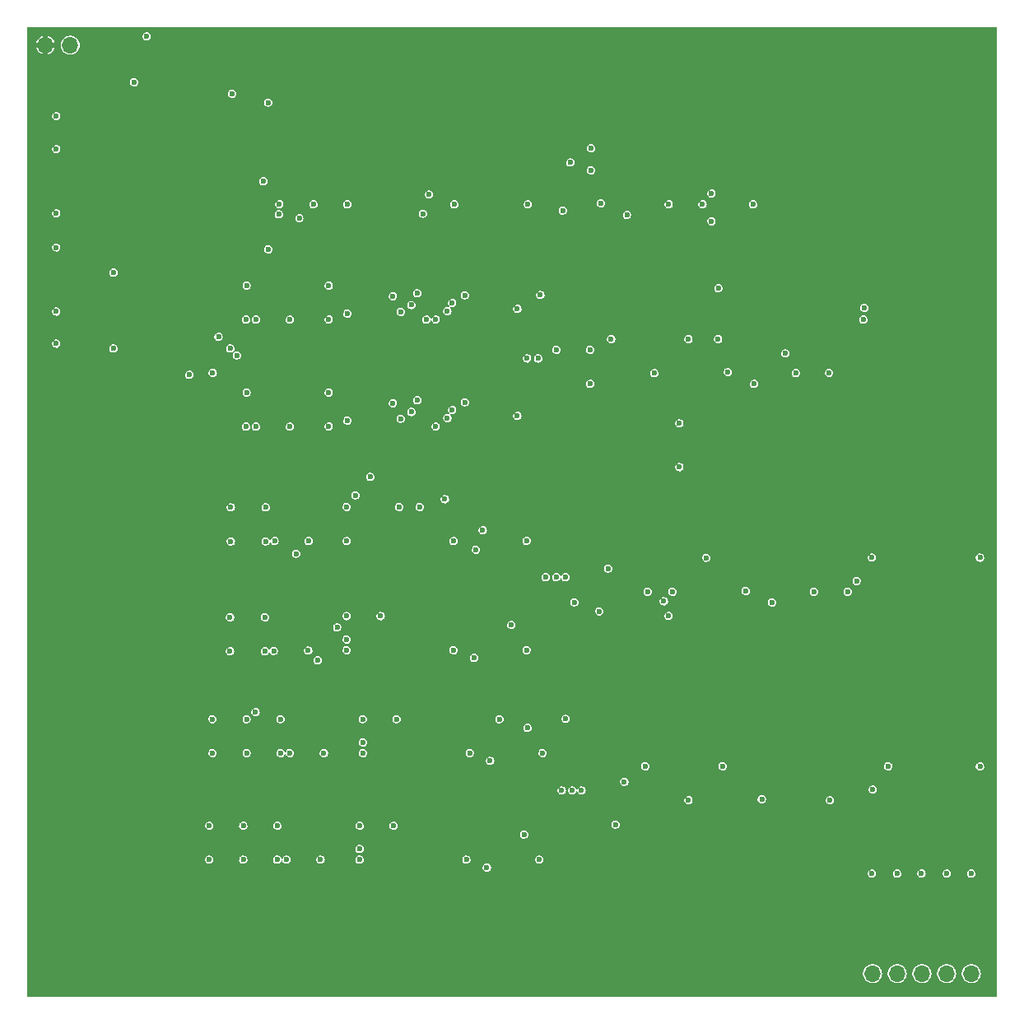
<source format=gbr>
%TF.GenerationSoftware,KiCad,Pcbnew,(5.99.0-3349-gc9824bbd9)*%
%TF.CreationDate,2020-09-24T16:48:39-07:00*%
%TF.ProjectId,Counter,436f756e-7465-4722-9e6b-696361645f70,rev?*%
%TF.SameCoordinates,Original*%
%TF.FileFunction,Copper,L3,Inr*%
%TF.FilePolarity,Positive*%
%FSLAX46Y46*%
G04 Gerber Fmt 4.6, Leading zero omitted, Abs format (unit mm)*
G04 Created by KiCad (PCBNEW (5.99.0-3349-gc9824bbd9)) date 2020-09-24 16:48:39*
%MOMM*%
%LPD*%
G01*
G04 APERTURE LIST*
%TA.AperFunction,ComponentPad*%
%ADD10O,1.700000X1.700000*%
%TD*%
%TA.AperFunction,ViaPad*%
%ADD11C,0.600000*%
%TD*%
G04 APERTURE END LIST*
D10*
%TO.N,+3V3*%
%TO.C,J1*%
X14000000Y-14000000D03*
%TO.N,GND*%
X16540000Y-14000000D03*
%TD*%
%TO.N,/CLK*%
%TO.C,J2*%
X109220000Y-109500000D03*
%TO.N,/B0*%
X106680000Y-109500000D03*
%TO.N,/B1*%
X104140000Y-109500000D03*
%TO.N,/B2*%
X101600000Y-109500000D03*
%TO.N,/B3*%
X99060000Y-109500000D03*
%TD*%
D11*
%TO.N,GND*%
X101600000Y-99200000D03*
X54131002Y-53225000D03*
X37473904Y-76300000D03*
X54131002Y-42225000D03*
X62531002Y-52125000D03*
X62531002Y-41125000D03*
X46291753Y-97777453D03*
X109200000Y-99200000D03*
X37558403Y-65000000D03*
X55973904Y-65000000D03*
X39131002Y-86816702D03*
X44973904Y-65000000D03*
X43131002Y-49725000D03*
X39131002Y-53225000D03*
X63473904Y-65000000D03*
X15100000Y-21300000D03*
X70973904Y-72225000D03*
X36900000Y-19900000D03*
X55973904Y-76225000D03*
X42631002Y-86816702D03*
X64791753Y-97777453D03*
X42291753Y-97777453D03*
X21000000Y-45200000D03*
X15100000Y-24700000D03*
X23100000Y-17800000D03*
X106700000Y-99200000D03*
X35631002Y-53225000D03*
X43131002Y-53225000D03*
X41023904Y-76275000D03*
X44973904Y-76225000D03*
X84181002Y-47625000D03*
X33200000Y-19000000D03*
X24400000Y-13100000D03*
X63473904Y-76225000D03*
X93023904Y-70225000D03*
X57631002Y-86816702D03*
X43131002Y-38725000D03*
X69131002Y-90659604D03*
X15100000Y-34800000D03*
X57291753Y-97777453D03*
X39131002Y-42225000D03*
X81973904Y-66725000D03*
X46631002Y-83316702D03*
X38791753Y-97777453D03*
X70031002Y-45325000D03*
X53450000Y-29365501D03*
X91181002Y-47725000D03*
X66531002Y-45325000D03*
X46291753Y-94277453D03*
X78473904Y-70225000D03*
X41058403Y-65000000D03*
X38050000Y-30365501D03*
X15100000Y-31300000D03*
X99081002Y-90559604D03*
X44973904Y-61500000D03*
X45050000Y-30365501D03*
X44973904Y-72725000D03*
X78100000Y-30365501D03*
X70031002Y-48825000D03*
X56050000Y-30365501D03*
X94600000Y-47700000D03*
X71100000Y-30265501D03*
X72631002Y-94159604D03*
X43131002Y-42225000D03*
X76631002Y-47725000D03*
X94681002Y-91659604D03*
X86023904Y-70125000D03*
X87681002Y-91559604D03*
X35631002Y-42225000D03*
X80131002Y-91659604D03*
X80131002Y-44225000D03*
X104100000Y-99200000D03*
X83631002Y-88159604D03*
X41550000Y-30365501D03*
X99000000Y-99200000D03*
X15100000Y-44700000D03*
X82500000Y-29265501D03*
X63600000Y-30365501D03*
X73531002Y-89759604D03*
X67473904Y-68725000D03*
X46631002Y-86816702D03*
X97423904Y-69125000D03*
X15100000Y-41400000D03*
X71873904Y-67825000D03*
X68000000Y-26065501D03*
X65131002Y-86816702D03*
%TO.N,/B0*%
X86765501Y-30365501D03*
X34681002Y-38725000D03*
X82500000Y-32110011D03*
X36900000Y-35000000D03*
X34631002Y-42225000D03*
%TO.N,/B1*%
X51631002Y-51725000D03*
X33058403Y-61542902D03*
X55831002Y-40525000D03*
X31181002Y-83316702D03*
X57131002Y-39725000D03*
X52231002Y-50525000D03*
X31181002Y-86816702D03*
X98131002Y-42225000D03*
X98200000Y-41020999D03*
X53181002Y-42225000D03*
X45056002Y-52600000D03*
X33058403Y-65042902D03*
X50531002Y-52425000D03*
X64900000Y-39700000D03*
%TO.N,/B2*%
X42000000Y-77277002D03*
X34681002Y-86816702D03*
X34681002Y-83316702D03*
X44000000Y-73900000D03*
%TO.N,/B3*%
X67500000Y-83300000D03*
X60681002Y-83316702D03*
%TO.N,/CLK*%
X70100000Y-26865501D03*
X83200000Y-39000000D03*
X83181002Y-44225000D03*
X100681002Y-88159604D03*
X70100000Y-24600000D03*
X110115510Y-88184490D03*
X110115510Y-66715510D03*
X99000000Y-66700000D03*
%TO.N,+3V3*%
X58150000Y-46800000D03*
X35600000Y-46850000D03*
X68250000Y-92100000D03*
X67500000Y-62350000D03*
X47600000Y-40200000D03*
X34000000Y-71650000D03*
X50100000Y-80350000D03*
X42300000Y-91350000D03*
X69100000Y-84150000D03*
X66550000Y-70200000D03*
X39100000Y-80350000D03*
X49800000Y-91350000D03*
X60000000Y-69750000D03*
X46600000Y-35800000D03*
X60950000Y-59400000D03*
X94600000Y-41350000D03*
X30400000Y-69850000D03*
X81550000Y-23900000D03*
X41050000Y-58500000D03*
X61700000Y-80350000D03*
X49000000Y-23900000D03*
X78050000Y-23900000D03*
X32131002Y-48650000D03*
X42600000Y-80350000D03*
X80100000Y-85250000D03*
X32100000Y-80350000D03*
X38700000Y-91350000D03*
X98100000Y-85150000D03*
X31800000Y-91350000D03*
X53800000Y-91350000D03*
X52550000Y-23900000D03*
X65650000Y-41650000D03*
X84100000Y-41300000D03*
X61291753Y-91350000D03*
X37473904Y-69850000D03*
X40900000Y-69850000D03*
X35500000Y-80350000D03*
X47600000Y-51150000D03*
X54100000Y-80350000D03*
X46600000Y-46800000D03*
X39100000Y-46750000D03*
X48400000Y-69850000D03*
X50650000Y-35800000D03*
X28300000Y-91250000D03*
X71050000Y-23850000D03*
X58150000Y-35750000D03*
X34050000Y-58550000D03*
X50650000Y-46750000D03*
X49400000Y-59450000D03*
X78500000Y-63850000D03*
X91150000Y-41350000D03*
X39100000Y-35750000D03*
X94600000Y-85250000D03*
X32150000Y-35750000D03*
X45050000Y-23900000D03*
X34350000Y-92300000D03*
X30500000Y-58550000D03*
X64700000Y-47750000D03*
X92900000Y-63750000D03*
X86000000Y-63750000D03*
X52500000Y-69850000D03*
X37500000Y-58500000D03*
X47550000Y-74200000D03*
X38050000Y-23900000D03*
X28600000Y-80350000D03*
X63550000Y-23900000D03*
X87600000Y-85150000D03*
X56050000Y-23900000D03*
X53350000Y-59500000D03*
%TO.N,/UP*%
X33000000Y-45200000D03*
X36658403Y-65042902D03*
X33700000Y-45900000D03*
X38000000Y-31400000D03*
X38181002Y-86816702D03*
X36658403Y-61542902D03*
X38181002Y-83316702D03*
X31800000Y-44000000D03*
X36400000Y-28000000D03*
%TO.N,/!B0*%
X73800000Y-31465501D03*
X31200000Y-47700000D03*
X40100000Y-31800000D03*
X81572998Y-30365501D03*
%TO.N,/DW*%
X34681002Y-49725000D03*
X28800000Y-47900000D03*
X36573904Y-72842902D03*
X36573904Y-76342902D03*
X37841753Y-97777453D03*
X34631002Y-53225000D03*
X37841753Y-94277453D03*
%TO.N,/!B1*%
X39800000Y-66300000D03*
X30841753Y-97777453D03*
X32973904Y-76342902D03*
X90100000Y-45700000D03*
X47400000Y-58400000D03*
X32973904Y-72842902D03*
X30841753Y-94277453D03*
X86881002Y-48825000D03*
%TO.N,/Q_7*%
X66523904Y-68725000D03*
X65442903Y-68725000D03*
%TO.N,/!B2*%
X35600000Y-82600000D03*
X88723904Y-71325000D03*
X34341753Y-94277453D03*
X78090500Y-72700000D03*
X34341753Y-97777453D03*
X96496902Y-70225000D03*
%TO.N,/Q_3*%
X45873904Y-60300000D03*
X55073904Y-60700000D03*
%TO.N,/XOR3/!A*%
X58273903Y-65899999D03*
X50373904Y-61500000D03*
%TO.N,/XOR3/!B*%
X52473904Y-61500000D03*
X58973904Y-63900000D03*
%TO.N,/XOR4/!A*%
X48473904Y-72725000D03*
X61904648Y-73624556D03*
%TO.N,/XOR4/!B*%
X44973904Y-75125000D03*
X58073904Y-77025000D03*
%TO.N,/XOR5/!A*%
X50131002Y-83316702D03*
X63561746Y-84216258D03*
%TO.N,/XOR5/!B*%
X59731002Y-87616702D03*
X46631002Y-85716702D03*
%TO.N,/XOR6/!A*%
X49791753Y-94277453D03*
X63222497Y-95177009D03*
%TO.N,/XOR6/!B*%
X59391753Y-98577453D03*
X46291753Y-96677453D03*
%TO.N,/RST*%
X72181002Y-44225000D03*
X67200000Y-31000000D03*
X21000000Y-37400000D03*
X75681002Y-88159604D03*
X79200000Y-57400000D03*
X79200000Y-52900000D03*
X52822861Y-31329010D03*
X77600000Y-71200000D03*
%TO.N,/Q_11*%
X68181002Y-90659604D03*
X67100001Y-90659604D03*
%TO.N,/Q_13*%
X75923904Y-70225000D03*
X68400000Y-71300000D03*
%TO.N,/Q_17*%
X64681002Y-46225000D03*
X63531002Y-46225000D03*
%TO.N,/XOR1/!B*%
X49731002Y-39825000D03*
X55331002Y-41347998D03*
%TO.N,/XOR2/!B*%
X55331002Y-52347998D03*
X49731002Y-50825000D03*
%TO.N,/Q*%
X45056002Y-41600000D03*
X51631002Y-40725000D03*
X52231002Y-39525000D03*
X50531002Y-41425000D03*
%TO.N,/Q_20*%
X55831002Y-51525000D03*
X57131002Y-50725000D03*
%TD*%
%TA.AperFunction,Conductor*%
%TO.N,+3V3*%
G36*
X111872501Y-111872500D02*
G01*
X12127500Y-111872500D01*
X12127500Y-109595826D01*
X98082687Y-109595826D01*
X98121917Y-109790385D01*
X98199467Y-109973082D01*
X98312169Y-110136454D01*
X98455420Y-110273827D01*
X98623368Y-110379589D01*
X98809152Y-110449421D01*
X99005183Y-110480469D01*
X99203457Y-110471465D01*
X99395862Y-110422779D01*
X99574554Y-110336396D01*
X99732225Y-110215847D01*
X99862436Y-110066057D01*
X99959868Y-109893143D01*
X100020541Y-109704169D01*
X100020542Y-109704167D01*
X100032311Y-109595826D01*
X100622687Y-109595826D01*
X100661917Y-109790385D01*
X100739467Y-109973082D01*
X100852169Y-110136454D01*
X100995420Y-110273827D01*
X101163368Y-110379589D01*
X101349152Y-110449421D01*
X101545183Y-110480469D01*
X101743457Y-110471465D01*
X101935862Y-110422779D01*
X102114554Y-110336396D01*
X102272225Y-110215847D01*
X102402436Y-110066057D01*
X102499868Y-109893143D01*
X102560541Y-109704169D01*
X102560542Y-109704167D01*
X102572311Y-109595826D01*
X103162687Y-109595826D01*
X103201917Y-109790385D01*
X103279467Y-109973082D01*
X103392169Y-110136454D01*
X103535420Y-110273827D01*
X103703368Y-110379589D01*
X103889152Y-110449421D01*
X104085183Y-110480469D01*
X104283457Y-110471465D01*
X104475862Y-110422779D01*
X104654554Y-110336396D01*
X104812225Y-110215847D01*
X104942436Y-110066057D01*
X105039868Y-109893143D01*
X105100541Y-109704169D01*
X105100542Y-109704167D01*
X105112311Y-109595826D01*
X105702687Y-109595826D01*
X105741917Y-109790385D01*
X105819467Y-109973082D01*
X105932169Y-110136454D01*
X106075420Y-110273827D01*
X106243368Y-110379589D01*
X106429152Y-110449421D01*
X106625183Y-110480469D01*
X106823457Y-110471465D01*
X107015862Y-110422779D01*
X107194554Y-110336396D01*
X107352225Y-110215847D01*
X107482436Y-110066057D01*
X107579868Y-109893143D01*
X107640541Y-109704169D01*
X107640542Y-109704167D01*
X107652311Y-109595826D01*
X108242687Y-109595826D01*
X108281917Y-109790385D01*
X108359467Y-109973082D01*
X108472169Y-110136454D01*
X108615420Y-110273827D01*
X108783368Y-110379589D01*
X108969152Y-110449421D01*
X109165183Y-110480469D01*
X109363457Y-110471465D01*
X109555862Y-110422779D01*
X109734554Y-110336396D01*
X109892225Y-110215847D01*
X110022436Y-110066057D01*
X110119868Y-109893143D01*
X110180541Y-109704169D01*
X110180542Y-109704167D01*
X110201975Y-109506864D01*
X110201976Y-109506856D01*
X110202000Y-109500000D01*
X110181943Y-109302541D01*
X110122591Y-109113149D01*
X110026369Y-108939559D01*
X110026366Y-108939555D01*
X109897210Y-108788866D01*
X109878870Y-108774640D01*
X109740381Y-108667217D01*
X109639107Y-108617384D01*
X109562297Y-108579588D01*
X109444288Y-108548850D01*
X109370232Y-108529560D01*
X109351425Y-108528574D01*
X109172030Y-108519171D01*
X108975789Y-108548850D01*
X108789519Y-108617384D01*
X108620838Y-108721971D01*
X108476629Y-108858342D01*
X108362793Y-109020919D01*
X108362791Y-109020922D01*
X108322881Y-109113149D01*
X108283966Y-109203075D01*
X108263187Y-109302541D01*
X108243379Y-109397353D01*
X108242687Y-109595826D01*
X107652311Y-109595826D01*
X107661975Y-109506864D01*
X107661976Y-109506856D01*
X107662000Y-109500000D01*
X107641943Y-109302541D01*
X107582591Y-109113149D01*
X107486369Y-108939559D01*
X107486366Y-108939555D01*
X107357210Y-108788866D01*
X107338870Y-108774640D01*
X107200381Y-108667217D01*
X107099107Y-108617384D01*
X107022297Y-108579588D01*
X106904288Y-108548850D01*
X106830232Y-108529560D01*
X106811425Y-108528574D01*
X106632030Y-108519171D01*
X106435789Y-108548850D01*
X106249519Y-108617384D01*
X106080838Y-108721971D01*
X105936629Y-108858342D01*
X105822793Y-109020919D01*
X105822791Y-109020922D01*
X105782881Y-109113149D01*
X105743966Y-109203075D01*
X105723187Y-109302541D01*
X105703379Y-109397353D01*
X105702687Y-109595826D01*
X105112311Y-109595826D01*
X105121975Y-109506864D01*
X105121976Y-109506856D01*
X105122000Y-109500000D01*
X105101943Y-109302541D01*
X105042591Y-109113149D01*
X104946369Y-108939559D01*
X104946366Y-108939555D01*
X104817210Y-108788866D01*
X104798870Y-108774640D01*
X104660381Y-108667217D01*
X104559107Y-108617384D01*
X104482297Y-108579588D01*
X104364288Y-108548850D01*
X104290232Y-108529560D01*
X104271425Y-108528574D01*
X104092030Y-108519171D01*
X103895789Y-108548850D01*
X103709519Y-108617384D01*
X103540838Y-108721971D01*
X103396629Y-108858342D01*
X103282793Y-109020919D01*
X103282791Y-109020922D01*
X103242881Y-109113149D01*
X103203966Y-109203075D01*
X103183187Y-109302541D01*
X103163379Y-109397353D01*
X103162687Y-109595826D01*
X102572311Y-109595826D01*
X102581975Y-109506864D01*
X102581976Y-109506856D01*
X102582000Y-109500000D01*
X102561943Y-109302541D01*
X102502591Y-109113149D01*
X102406369Y-108939559D01*
X102406366Y-108939555D01*
X102277210Y-108788866D01*
X102258870Y-108774640D01*
X102120381Y-108667217D01*
X102019107Y-108617384D01*
X101942297Y-108579588D01*
X101824288Y-108548850D01*
X101750232Y-108529560D01*
X101731425Y-108528574D01*
X101552030Y-108519171D01*
X101355789Y-108548850D01*
X101169519Y-108617384D01*
X101000838Y-108721971D01*
X100856629Y-108858342D01*
X100742793Y-109020919D01*
X100742791Y-109020922D01*
X100702881Y-109113149D01*
X100663966Y-109203075D01*
X100643187Y-109302541D01*
X100623379Y-109397353D01*
X100622687Y-109595826D01*
X100032311Y-109595826D01*
X100041975Y-109506864D01*
X100041976Y-109506856D01*
X100042000Y-109500000D01*
X100021943Y-109302541D01*
X99962591Y-109113149D01*
X99866369Y-108939559D01*
X99866366Y-108939555D01*
X99737210Y-108788866D01*
X99718870Y-108774640D01*
X99580381Y-108667217D01*
X99479107Y-108617384D01*
X99402297Y-108579588D01*
X99284288Y-108548850D01*
X99210232Y-108529560D01*
X99191425Y-108528574D01*
X99012030Y-108519171D01*
X98815789Y-108548850D01*
X98629519Y-108617384D01*
X98460838Y-108721971D01*
X98316629Y-108858342D01*
X98202793Y-109020919D01*
X98202791Y-109020922D01*
X98162881Y-109113149D01*
X98123966Y-109203075D01*
X98103187Y-109302541D01*
X98083379Y-109397353D01*
X98082687Y-109595826D01*
X12127500Y-109595826D01*
X12127500Y-99260940D01*
X98571815Y-99260940D01*
X98608662Y-99384150D01*
X98680110Y-99491078D01*
X98779840Y-99572271D01*
X98899035Y-99620550D01*
X99027157Y-99631647D01*
X99152878Y-99604580D01*
X99265082Y-99541742D01*
X99353850Y-99448690D01*
X99411332Y-99333650D01*
X99423434Y-99260940D01*
X101171815Y-99260940D01*
X101208662Y-99384150D01*
X101280110Y-99491078D01*
X101379840Y-99572271D01*
X101499035Y-99620550D01*
X101627157Y-99631647D01*
X101752878Y-99604580D01*
X101865082Y-99541742D01*
X101953850Y-99448690D01*
X102011332Y-99333650D01*
X102023434Y-99260940D01*
X103671815Y-99260940D01*
X103708662Y-99384150D01*
X103780110Y-99491078D01*
X103879840Y-99572271D01*
X103999035Y-99620550D01*
X104127157Y-99631647D01*
X104252878Y-99604580D01*
X104365082Y-99541742D01*
X104453850Y-99448690D01*
X104511332Y-99333650D01*
X104523434Y-99260940D01*
X106271815Y-99260940D01*
X106308662Y-99384150D01*
X106380110Y-99491078D01*
X106479840Y-99572271D01*
X106599035Y-99620550D01*
X106727157Y-99631647D01*
X106852878Y-99604580D01*
X106965082Y-99541742D01*
X107053850Y-99448690D01*
X107111332Y-99333650D01*
X107123434Y-99260940D01*
X108771815Y-99260940D01*
X108808662Y-99384150D01*
X108880110Y-99491078D01*
X108979840Y-99572271D01*
X109099035Y-99620550D01*
X109227157Y-99631647D01*
X109352878Y-99604580D01*
X109465082Y-99541742D01*
X109553850Y-99448690D01*
X109611332Y-99333650D01*
X109632447Y-99206793D01*
X109632500Y-99200000D01*
X109613380Y-99072828D01*
X109583079Y-99009726D01*
X109557713Y-98956899D01*
X109470419Y-98862466D01*
X109470417Y-98862464D01*
X109359214Y-98797872D01*
X109233934Y-98768833D01*
X109105652Y-98777916D01*
X108985713Y-98824317D01*
X108884721Y-98903932D01*
X108853073Y-98949724D01*
X108811603Y-99009726D01*
X108772825Y-99132342D01*
X108771815Y-99260940D01*
X107123434Y-99260940D01*
X107132447Y-99206793D01*
X107132500Y-99200000D01*
X107113380Y-99072828D01*
X107083079Y-99009726D01*
X107057713Y-98956899D01*
X106970419Y-98862466D01*
X106970417Y-98862464D01*
X106859214Y-98797872D01*
X106733934Y-98768833D01*
X106605652Y-98777916D01*
X106485713Y-98824317D01*
X106384721Y-98903932D01*
X106353073Y-98949724D01*
X106311603Y-99009726D01*
X106272825Y-99132342D01*
X106271815Y-99260940D01*
X104523434Y-99260940D01*
X104532447Y-99206793D01*
X104532500Y-99200000D01*
X104513380Y-99072828D01*
X104483079Y-99009726D01*
X104457713Y-98956899D01*
X104370419Y-98862466D01*
X104370417Y-98862464D01*
X104259214Y-98797872D01*
X104133934Y-98768833D01*
X104005652Y-98777916D01*
X103885713Y-98824317D01*
X103784721Y-98903932D01*
X103753073Y-98949724D01*
X103711603Y-99009726D01*
X103672825Y-99132342D01*
X103671815Y-99260940D01*
X102023434Y-99260940D01*
X102032447Y-99206793D01*
X102032500Y-99200000D01*
X102013380Y-99072828D01*
X101983079Y-99009726D01*
X101957713Y-98956899D01*
X101870419Y-98862466D01*
X101870417Y-98862464D01*
X101759214Y-98797872D01*
X101633934Y-98768833D01*
X101505652Y-98777916D01*
X101385713Y-98824317D01*
X101284721Y-98903932D01*
X101253073Y-98949724D01*
X101211603Y-99009726D01*
X101172825Y-99132342D01*
X101171815Y-99260940D01*
X99423434Y-99260940D01*
X99432447Y-99206793D01*
X99432500Y-99200000D01*
X99413380Y-99072828D01*
X99383079Y-99009726D01*
X99357713Y-98956899D01*
X99270419Y-98862466D01*
X99270417Y-98862464D01*
X99159214Y-98797872D01*
X99033934Y-98768833D01*
X98905652Y-98777916D01*
X98785713Y-98824317D01*
X98684721Y-98903932D01*
X98653073Y-98949724D01*
X98611603Y-99009726D01*
X98572825Y-99132342D01*
X98571815Y-99260940D01*
X12127500Y-99260940D01*
X12127500Y-98638393D01*
X58963568Y-98638393D01*
X59000415Y-98761603D01*
X59071863Y-98868531D01*
X59171593Y-98949724D01*
X59290788Y-98998003D01*
X59418910Y-99009100D01*
X59544631Y-98982033D01*
X59656835Y-98919195D01*
X59745603Y-98826143D01*
X59803085Y-98711103D01*
X59824200Y-98584246D01*
X59824253Y-98577453D01*
X59805133Y-98450281D01*
X59774832Y-98387179D01*
X59749466Y-98334352D01*
X59662172Y-98239919D01*
X59662170Y-98239917D01*
X59550967Y-98175325D01*
X59425687Y-98146286D01*
X59297405Y-98155369D01*
X59177466Y-98201770D01*
X59076474Y-98281385D01*
X59039867Y-98334352D01*
X59003356Y-98387179D01*
X58964578Y-98509795D01*
X58963568Y-98638393D01*
X12127500Y-98638393D01*
X12127500Y-97838393D01*
X30413568Y-97838393D01*
X30450415Y-97961603D01*
X30521863Y-98068531D01*
X30621593Y-98149724D01*
X30740788Y-98198003D01*
X30868910Y-98209100D01*
X30994631Y-98182033D01*
X31106835Y-98119195D01*
X31195603Y-98026143D01*
X31253085Y-97911104D01*
X31265187Y-97838393D01*
X33913568Y-97838393D01*
X33950415Y-97961603D01*
X34021863Y-98068531D01*
X34121593Y-98149724D01*
X34240788Y-98198003D01*
X34368910Y-98209100D01*
X34494631Y-98182033D01*
X34606835Y-98119195D01*
X34695603Y-98026143D01*
X34753085Y-97911104D01*
X34765187Y-97838393D01*
X37413568Y-97838393D01*
X37450415Y-97961603D01*
X37521863Y-98068531D01*
X37621593Y-98149724D01*
X37740788Y-98198003D01*
X37868910Y-98209100D01*
X37994631Y-98182033D01*
X38106835Y-98119195D01*
X38195603Y-98026143D01*
X38253085Y-97911103D01*
X38256092Y-97893037D01*
X38281406Y-97852448D01*
X38328006Y-97841647D01*
X38377623Y-97885390D01*
X38400415Y-97961603D01*
X38471863Y-98068531D01*
X38571593Y-98149724D01*
X38690788Y-98198003D01*
X38818910Y-98209100D01*
X38944631Y-98182033D01*
X39056835Y-98119195D01*
X39145603Y-98026143D01*
X39203085Y-97911103D01*
X39215187Y-97838393D01*
X41863568Y-97838393D01*
X41900415Y-97961603D01*
X41971863Y-98068531D01*
X42071593Y-98149724D01*
X42190788Y-98198003D01*
X42318910Y-98209100D01*
X42444631Y-98182033D01*
X42556835Y-98119195D01*
X42645603Y-98026143D01*
X42703085Y-97911103D01*
X42715187Y-97838393D01*
X45863568Y-97838393D01*
X45900415Y-97961603D01*
X45971863Y-98068531D01*
X46071593Y-98149724D01*
X46190788Y-98198003D01*
X46318910Y-98209100D01*
X46444631Y-98182033D01*
X46556835Y-98119195D01*
X46645603Y-98026143D01*
X46703085Y-97911103D01*
X46715187Y-97838393D01*
X56863568Y-97838393D01*
X56900415Y-97961603D01*
X56971863Y-98068531D01*
X57071593Y-98149724D01*
X57190788Y-98198003D01*
X57318910Y-98209100D01*
X57444631Y-98182033D01*
X57556835Y-98119195D01*
X57645603Y-98026143D01*
X57703085Y-97911103D01*
X57715187Y-97838393D01*
X64363568Y-97838393D01*
X64400415Y-97961603D01*
X64471863Y-98068531D01*
X64571593Y-98149724D01*
X64690788Y-98198003D01*
X64818910Y-98209100D01*
X64944631Y-98182033D01*
X65056835Y-98119195D01*
X65145603Y-98026143D01*
X65203085Y-97911103D01*
X65224200Y-97784246D01*
X65224253Y-97777453D01*
X65205133Y-97650281D01*
X65174832Y-97587179D01*
X65149466Y-97534352D01*
X65062172Y-97439919D01*
X65062170Y-97439917D01*
X64950967Y-97375325D01*
X64825687Y-97346286D01*
X64697405Y-97355369D01*
X64577466Y-97401770D01*
X64476474Y-97481385D01*
X64439867Y-97534352D01*
X64403356Y-97587179D01*
X64364578Y-97709795D01*
X64363568Y-97838393D01*
X57715187Y-97838393D01*
X57724200Y-97784246D01*
X57724253Y-97777453D01*
X57705133Y-97650281D01*
X57674832Y-97587179D01*
X57649466Y-97534352D01*
X57562172Y-97439919D01*
X57562170Y-97439917D01*
X57450967Y-97375325D01*
X57325687Y-97346286D01*
X57197405Y-97355369D01*
X57077466Y-97401770D01*
X56976474Y-97481385D01*
X56939867Y-97534352D01*
X56903356Y-97587179D01*
X56864578Y-97709795D01*
X56863568Y-97838393D01*
X46715187Y-97838393D01*
X46724200Y-97784246D01*
X46724253Y-97777453D01*
X46705133Y-97650281D01*
X46674832Y-97587179D01*
X46649466Y-97534352D01*
X46562172Y-97439919D01*
X46562170Y-97439917D01*
X46450967Y-97375325D01*
X46325687Y-97346286D01*
X46197405Y-97355369D01*
X46077466Y-97401770D01*
X45976474Y-97481385D01*
X45939867Y-97534352D01*
X45903356Y-97587179D01*
X45864578Y-97709795D01*
X45863568Y-97838393D01*
X42715187Y-97838393D01*
X42724200Y-97784246D01*
X42724253Y-97777453D01*
X42705133Y-97650281D01*
X42674832Y-97587179D01*
X42649466Y-97534352D01*
X42562172Y-97439919D01*
X42562170Y-97439917D01*
X42450967Y-97375325D01*
X42325687Y-97346286D01*
X42197405Y-97355369D01*
X42077466Y-97401770D01*
X41976474Y-97481385D01*
X41939867Y-97534352D01*
X41903356Y-97587179D01*
X41864578Y-97709795D01*
X41863568Y-97838393D01*
X39215187Y-97838393D01*
X39224200Y-97784246D01*
X39224253Y-97777453D01*
X39205133Y-97650281D01*
X39174832Y-97587179D01*
X39149466Y-97534352D01*
X39062172Y-97439919D01*
X39062170Y-97439917D01*
X38950967Y-97375325D01*
X38825687Y-97346286D01*
X38697405Y-97355369D01*
X38577466Y-97401770D01*
X38476474Y-97481385D01*
X38403356Y-97587179D01*
X38377769Y-97668084D01*
X38346989Y-97704701D01*
X38299332Y-97708829D01*
X38256373Y-97658529D01*
X38255133Y-97650282D01*
X38199466Y-97534352D01*
X38112172Y-97439919D01*
X38112170Y-97439917D01*
X38000967Y-97375325D01*
X37875687Y-97346286D01*
X37747405Y-97355369D01*
X37627466Y-97401770D01*
X37526474Y-97481385D01*
X37489867Y-97534352D01*
X37453356Y-97587179D01*
X37414578Y-97709795D01*
X37413568Y-97838393D01*
X34765187Y-97838393D01*
X34774200Y-97784245D01*
X34774253Y-97777452D01*
X34755133Y-97650282D01*
X34699466Y-97534352D01*
X34612172Y-97439919D01*
X34612170Y-97439917D01*
X34500967Y-97375325D01*
X34375687Y-97346286D01*
X34247405Y-97355369D01*
X34127466Y-97401770D01*
X34026474Y-97481385D01*
X33989867Y-97534352D01*
X33953356Y-97587179D01*
X33914578Y-97709795D01*
X33913568Y-97838393D01*
X31265187Y-97838393D01*
X31274200Y-97784245D01*
X31274253Y-97777452D01*
X31255133Y-97650282D01*
X31199466Y-97534352D01*
X31112172Y-97439919D01*
X31112170Y-97439917D01*
X31000967Y-97375325D01*
X30875687Y-97346286D01*
X30747405Y-97355369D01*
X30627466Y-97401770D01*
X30526474Y-97481385D01*
X30489867Y-97534352D01*
X30453356Y-97587179D01*
X30414578Y-97709795D01*
X30413568Y-97838393D01*
X12127500Y-97838393D01*
X12127500Y-96738393D01*
X45863568Y-96738393D01*
X45900415Y-96861603D01*
X45971863Y-96968531D01*
X46071593Y-97049724D01*
X46190788Y-97098003D01*
X46318910Y-97109100D01*
X46444631Y-97082033D01*
X46556835Y-97019195D01*
X46645603Y-96926143D01*
X46703085Y-96811104D01*
X46724200Y-96684245D01*
X46724253Y-96677452D01*
X46705133Y-96550282D01*
X46649466Y-96434352D01*
X46562172Y-96339919D01*
X46562170Y-96339917D01*
X46450967Y-96275325D01*
X46325687Y-96246286D01*
X46197405Y-96255369D01*
X46077466Y-96301770D01*
X45976474Y-96381385D01*
X45939867Y-96434352D01*
X45903356Y-96487179D01*
X45864578Y-96609795D01*
X45863568Y-96738393D01*
X12127500Y-96738393D01*
X12127500Y-95237949D01*
X62794312Y-95237949D01*
X62831159Y-95361159D01*
X62902607Y-95468087D01*
X63002337Y-95549280D01*
X63121532Y-95597559D01*
X63249654Y-95608656D01*
X63375375Y-95581589D01*
X63487579Y-95518751D01*
X63576347Y-95425699D01*
X63633829Y-95310659D01*
X63654944Y-95183802D01*
X63654997Y-95177009D01*
X63635877Y-95049837D01*
X63605576Y-94986735D01*
X63580210Y-94933908D01*
X63492916Y-94839475D01*
X63492914Y-94839473D01*
X63381711Y-94774881D01*
X63256431Y-94745842D01*
X63128149Y-94754925D01*
X63008210Y-94801326D01*
X62907218Y-94880941D01*
X62870611Y-94933908D01*
X62834100Y-94986735D01*
X62795322Y-95109351D01*
X62794312Y-95237949D01*
X12127500Y-95237949D01*
X12127500Y-94338393D01*
X30413568Y-94338393D01*
X30450415Y-94461603D01*
X30521863Y-94568531D01*
X30621593Y-94649724D01*
X30740788Y-94698003D01*
X30868910Y-94709100D01*
X30994631Y-94682033D01*
X31106835Y-94619195D01*
X31195603Y-94526143D01*
X31253085Y-94411103D01*
X31265187Y-94338393D01*
X33913568Y-94338393D01*
X33950415Y-94461603D01*
X34021863Y-94568531D01*
X34121593Y-94649724D01*
X34240788Y-94698003D01*
X34368910Y-94709100D01*
X34494631Y-94682033D01*
X34606835Y-94619195D01*
X34695603Y-94526143D01*
X34753085Y-94411103D01*
X34765187Y-94338393D01*
X37413568Y-94338393D01*
X37450415Y-94461603D01*
X37521863Y-94568531D01*
X37621593Y-94649724D01*
X37740788Y-94698003D01*
X37868910Y-94709100D01*
X37994631Y-94682033D01*
X38106835Y-94619195D01*
X38195603Y-94526143D01*
X38253085Y-94411103D01*
X38265187Y-94338393D01*
X45863568Y-94338393D01*
X45900415Y-94461603D01*
X45971863Y-94568531D01*
X46071593Y-94649724D01*
X46190788Y-94698003D01*
X46318910Y-94709100D01*
X46444631Y-94682033D01*
X46556835Y-94619195D01*
X46645603Y-94526143D01*
X46703085Y-94411103D01*
X46715187Y-94338393D01*
X49363568Y-94338393D01*
X49400415Y-94461603D01*
X49471863Y-94568531D01*
X49571593Y-94649724D01*
X49690788Y-94698003D01*
X49818910Y-94709100D01*
X49944631Y-94682033D01*
X50056835Y-94619195D01*
X50145603Y-94526143D01*
X50203085Y-94411104D01*
X50224200Y-94284245D01*
X50224253Y-94277452D01*
X50215698Y-94220544D01*
X72202817Y-94220544D01*
X72239664Y-94343754D01*
X72311112Y-94450682D01*
X72410842Y-94531875D01*
X72530037Y-94580154D01*
X72658159Y-94591251D01*
X72783880Y-94564184D01*
X72896084Y-94501346D01*
X72984852Y-94408294D01*
X73017101Y-94343754D01*
X73042334Y-94293255D01*
X73054437Y-94220542D01*
X73063449Y-94166397D01*
X73063502Y-94159604D01*
X73062101Y-94150282D01*
X73044382Y-94032433D01*
X72988715Y-93916503D01*
X72901421Y-93822070D01*
X72901419Y-93822068D01*
X72790216Y-93757476D01*
X72664936Y-93728437D01*
X72536654Y-93737520D01*
X72416715Y-93783921D01*
X72315723Y-93863536D01*
X72262932Y-93939919D01*
X72242605Y-93969330D01*
X72203827Y-94091946D01*
X72202817Y-94220544D01*
X50215698Y-94220544D01*
X50206535Y-94159604D01*
X50205133Y-94150281D01*
X50174832Y-94087179D01*
X50149466Y-94034352D01*
X50062172Y-93939919D01*
X50062170Y-93939917D01*
X49950967Y-93875325D01*
X49825687Y-93846286D01*
X49697405Y-93855369D01*
X49577466Y-93901770D01*
X49476474Y-93981385D01*
X49441194Y-94032432D01*
X49403356Y-94087179D01*
X49364578Y-94209795D01*
X49363568Y-94338393D01*
X46715187Y-94338393D01*
X46724200Y-94284246D01*
X46724253Y-94277453D01*
X46705133Y-94150281D01*
X46674832Y-94087179D01*
X46649466Y-94034352D01*
X46562172Y-93939919D01*
X46562170Y-93939917D01*
X46450967Y-93875325D01*
X46325687Y-93846286D01*
X46197405Y-93855369D01*
X46077466Y-93901770D01*
X45976474Y-93981385D01*
X45941194Y-94032432D01*
X45903356Y-94087179D01*
X45864578Y-94209795D01*
X45863568Y-94338393D01*
X38265187Y-94338393D01*
X38274200Y-94284246D01*
X38274253Y-94277453D01*
X38255133Y-94150281D01*
X38224832Y-94087179D01*
X38199466Y-94034352D01*
X38112172Y-93939919D01*
X38112170Y-93939917D01*
X38000967Y-93875325D01*
X37875687Y-93846286D01*
X37747405Y-93855369D01*
X37627466Y-93901770D01*
X37526474Y-93981385D01*
X37491194Y-94032432D01*
X37453356Y-94087179D01*
X37414578Y-94209795D01*
X37413568Y-94338393D01*
X34765187Y-94338393D01*
X34774200Y-94284246D01*
X34774253Y-94277453D01*
X34755133Y-94150281D01*
X34724832Y-94087179D01*
X34699466Y-94034352D01*
X34612172Y-93939919D01*
X34612170Y-93939917D01*
X34500967Y-93875325D01*
X34375687Y-93846286D01*
X34247405Y-93855369D01*
X34127466Y-93901770D01*
X34026474Y-93981385D01*
X33991194Y-94032432D01*
X33953356Y-94087179D01*
X33914578Y-94209795D01*
X33913568Y-94338393D01*
X31265187Y-94338393D01*
X31274200Y-94284246D01*
X31274253Y-94277453D01*
X31255133Y-94150281D01*
X31224832Y-94087179D01*
X31199466Y-94034352D01*
X31112172Y-93939919D01*
X31112170Y-93939917D01*
X31000967Y-93875325D01*
X30875687Y-93846286D01*
X30747405Y-93855369D01*
X30627466Y-93901770D01*
X30526474Y-93981385D01*
X30491194Y-94032432D01*
X30453356Y-94087179D01*
X30414578Y-94209795D01*
X30413568Y-94338393D01*
X12127500Y-94338393D01*
X12127500Y-91720544D01*
X79702817Y-91720544D01*
X79739664Y-91843754D01*
X79811112Y-91950682D01*
X79910842Y-92031875D01*
X80030037Y-92080154D01*
X80158159Y-92091251D01*
X80283880Y-92064184D01*
X80396084Y-92001346D01*
X80484852Y-91908294D01*
X80542334Y-91793255D01*
X80554437Y-91720542D01*
X80563449Y-91666397D01*
X80563502Y-91659604D01*
X80557630Y-91620544D01*
X87252817Y-91620544D01*
X87289664Y-91743754D01*
X87361112Y-91850682D01*
X87460842Y-91931875D01*
X87580037Y-91980154D01*
X87708159Y-91991251D01*
X87833880Y-91964184D01*
X87946084Y-91901346D01*
X88034852Y-91808294D01*
X88078698Y-91720544D01*
X94252817Y-91720544D01*
X94289664Y-91843754D01*
X94361112Y-91950682D01*
X94460842Y-92031875D01*
X94580037Y-92080154D01*
X94708159Y-92091251D01*
X94833880Y-92064184D01*
X94946084Y-92001346D01*
X95034852Y-91908294D01*
X95092334Y-91793254D01*
X95113449Y-91666397D01*
X95113502Y-91659604D01*
X95094382Y-91532432D01*
X95064081Y-91469330D01*
X95038715Y-91416503D01*
X94951421Y-91322070D01*
X94951419Y-91322068D01*
X94840216Y-91257476D01*
X94714936Y-91228437D01*
X94586654Y-91237520D01*
X94466715Y-91283921D01*
X94365723Y-91363536D01*
X94361719Y-91369330D01*
X94292605Y-91469330D01*
X94253827Y-91591946D01*
X94252817Y-91720544D01*
X88078698Y-91720544D01*
X88092334Y-91693255D01*
X88113449Y-91566396D01*
X88113502Y-91559603D01*
X88103330Y-91491946D01*
X88094382Y-91432432D01*
X88064081Y-91369330D01*
X88038715Y-91316503D01*
X87951421Y-91222070D01*
X87951419Y-91222068D01*
X87840216Y-91157476D01*
X87714936Y-91128437D01*
X87586654Y-91137520D01*
X87466715Y-91183921D01*
X87365723Y-91263536D01*
X87325268Y-91322070D01*
X87292605Y-91369330D01*
X87253827Y-91491946D01*
X87252817Y-91620544D01*
X80557630Y-91620544D01*
X80544382Y-91532432D01*
X80514081Y-91469330D01*
X80488715Y-91416503D01*
X80401421Y-91322070D01*
X80401419Y-91322068D01*
X80290216Y-91257476D01*
X80164936Y-91228437D01*
X80036654Y-91237520D01*
X79916715Y-91283921D01*
X79815723Y-91363536D01*
X79811719Y-91369330D01*
X79742605Y-91469330D01*
X79703827Y-91591946D01*
X79702817Y-91720544D01*
X12127500Y-91720544D01*
X12127500Y-90720544D01*
X66671816Y-90720544D01*
X66708663Y-90843754D01*
X66780111Y-90950682D01*
X66879841Y-91031875D01*
X66999036Y-91080154D01*
X67127158Y-91091251D01*
X67252879Y-91064184D01*
X67365083Y-91001346D01*
X67453851Y-90908294D01*
X67511333Y-90793254D01*
X67523435Y-90720544D01*
X67752817Y-90720544D01*
X67789664Y-90843754D01*
X67861112Y-90950682D01*
X67960842Y-91031875D01*
X68080037Y-91080154D01*
X68208159Y-91091251D01*
X68333880Y-91064184D01*
X68446084Y-91001346D01*
X68534852Y-90908294D01*
X68592334Y-90793255D01*
X68595341Y-90775188D01*
X68620655Y-90734599D01*
X68667255Y-90723798D01*
X68716872Y-90767541D01*
X68739664Y-90843754D01*
X68811112Y-90950682D01*
X68910842Y-91031875D01*
X69030037Y-91080154D01*
X69158159Y-91091251D01*
X69283880Y-91064184D01*
X69396084Y-91001346D01*
X69484852Y-90908294D01*
X69542334Y-90793255D01*
X69554437Y-90720542D01*
X69563449Y-90666397D01*
X69563502Y-90659604D01*
X69557630Y-90620544D01*
X98652817Y-90620544D01*
X98689664Y-90743754D01*
X98761112Y-90850682D01*
X98860842Y-90931875D01*
X98980037Y-90980154D01*
X99108159Y-90991251D01*
X99233880Y-90964184D01*
X99346084Y-90901346D01*
X99434852Y-90808294D01*
X99492334Y-90693255D01*
X99513449Y-90566396D01*
X99513502Y-90559603D01*
X99503330Y-90491946D01*
X99494382Y-90432432D01*
X99464081Y-90369330D01*
X99438715Y-90316503D01*
X99351421Y-90222070D01*
X99351419Y-90222068D01*
X99240216Y-90157476D01*
X99114936Y-90128437D01*
X98986654Y-90137520D01*
X98866715Y-90183921D01*
X98765723Y-90263536D01*
X98725268Y-90322070D01*
X98692605Y-90369330D01*
X98653827Y-90491946D01*
X98652817Y-90620544D01*
X69557630Y-90620544D01*
X69544382Y-90532432D01*
X69514081Y-90469330D01*
X69488715Y-90416503D01*
X69401421Y-90322070D01*
X69401419Y-90322068D01*
X69290216Y-90257476D01*
X69164936Y-90228437D01*
X69036654Y-90237520D01*
X68916715Y-90283921D01*
X68815723Y-90363536D01*
X68742605Y-90469330D01*
X68717018Y-90550235D01*
X68686238Y-90586852D01*
X68638581Y-90590980D01*
X68595622Y-90540680D01*
X68594382Y-90532433D01*
X68538715Y-90416503D01*
X68451421Y-90322070D01*
X68451419Y-90322068D01*
X68340216Y-90257476D01*
X68214936Y-90228437D01*
X68086654Y-90237520D01*
X67966715Y-90283921D01*
X67865723Y-90363536D01*
X67861719Y-90369330D01*
X67792605Y-90469330D01*
X67753827Y-90591946D01*
X67752817Y-90720544D01*
X67523435Y-90720544D01*
X67532448Y-90666397D01*
X67532501Y-90659604D01*
X67513381Y-90532432D01*
X67483080Y-90469330D01*
X67457714Y-90416503D01*
X67370420Y-90322070D01*
X67370418Y-90322068D01*
X67259215Y-90257476D01*
X67133935Y-90228437D01*
X67005653Y-90237520D01*
X66885714Y-90283921D01*
X66784722Y-90363536D01*
X66780718Y-90369330D01*
X66711604Y-90469330D01*
X66672826Y-90591946D01*
X66671816Y-90720544D01*
X12127500Y-90720544D01*
X12127500Y-89820544D01*
X73102817Y-89820544D01*
X73139664Y-89943754D01*
X73211112Y-90050682D01*
X73310842Y-90131875D01*
X73430037Y-90180154D01*
X73558159Y-90191251D01*
X73683880Y-90164184D01*
X73796084Y-90101346D01*
X73884852Y-90008294D01*
X73942334Y-89893255D01*
X73963449Y-89766396D01*
X73963502Y-89759603D01*
X73944382Y-89632433D01*
X73888715Y-89516503D01*
X73801421Y-89422070D01*
X73801419Y-89422068D01*
X73690216Y-89357476D01*
X73564936Y-89328437D01*
X73436654Y-89337520D01*
X73316715Y-89383921D01*
X73215723Y-89463536D01*
X73179116Y-89516503D01*
X73142605Y-89569330D01*
X73103827Y-89691946D01*
X73102817Y-89820544D01*
X12127500Y-89820544D01*
X12127500Y-88220544D01*
X75252817Y-88220544D01*
X75289664Y-88343754D01*
X75361112Y-88450682D01*
X75460842Y-88531875D01*
X75580037Y-88580154D01*
X75708159Y-88591251D01*
X75833880Y-88564184D01*
X75946084Y-88501346D01*
X76034852Y-88408294D01*
X76092334Y-88293255D01*
X76104436Y-88220544D01*
X83202817Y-88220544D01*
X83239664Y-88343754D01*
X83311112Y-88450682D01*
X83410842Y-88531875D01*
X83530037Y-88580154D01*
X83658159Y-88591251D01*
X83783880Y-88564184D01*
X83896084Y-88501346D01*
X83984852Y-88408294D01*
X84042334Y-88293255D01*
X84054436Y-88220544D01*
X100252817Y-88220544D01*
X100289664Y-88343754D01*
X100361112Y-88450682D01*
X100460842Y-88531875D01*
X100580037Y-88580154D01*
X100708159Y-88591251D01*
X100833880Y-88564184D01*
X100946084Y-88501346D01*
X101034852Y-88408294D01*
X101092334Y-88293255D01*
X101100294Y-88245430D01*
X109687325Y-88245430D01*
X109724172Y-88368640D01*
X109795620Y-88475568D01*
X109895350Y-88556761D01*
X110014545Y-88605040D01*
X110142667Y-88616137D01*
X110268388Y-88589070D01*
X110380592Y-88526232D01*
X110469360Y-88433180D01*
X110526842Y-88318141D01*
X110538945Y-88245428D01*
X110547957Y-88191283D01*
X110548010Y-88184490D01*
X110544269Y-88159604D01*
X110528890Y-88057319D01*
X110473223Y-87941389D01*
X110385929Y-87846956D01*
X110385927Y-87846954D01*
X110274724Y-87782362D01*
X110149444Y-87753323D01*
X110021162Y-87762406D01*
X109901223Y-87808807D01*
X109800231Y-87888422D01*
X109744313Y-87969330D01*
X109727113Y-87994216D01*
X109688335Y-88116832D01*
X109687325Y-88245430D01*
X101100294Y-88245430D01*
X101113449Y-88166396D01*
X101113502Y-88159603D01*
X101098124Y-88057319D01*
X101094382Y-88032432D01*
X101058854Y-87958444D01*
X101038715Y-87916503D01*
X100951421Y-87822070D01*
X100951419Y-87822068D01*
X100840216Y-87757476D01*
X100714936Y-87728437D01*
X100586654Y-87737520D01*
X100466715Y-87783921D01*
X100365723Y-87863536D01*
X100329116Y-87916503D01*
X100292605Y-87969330D01*
X100253827Y-88091946D01*
X100252817Y-88220544D01*
X84054436Y-88220544D01*
X84063449Y-88166396D01*
X84063502Y-88159603D01*
X84048124Y-88057319D01*
X84044382Y-88032432D01*
X84008854Y-87958444D01*
X83988715Y-87916503D01*
X83901421Y-87822070D01*
X83901419Y-87822068D01*
X83790216Y-87757476D01*
X83664936Y-87728437D01*
X83536654Y-87737520D01*
X83416715Y-87783921D01*
X83315723Y-87863536D01*
X83279116Y-87916503D01*
X83242605Y-87969330D01*
X83203827Y-88091946D01*
X83202817Y-88220544D01*
X76104436Y-88220544D01*
X76113449Y-88166396D01*
X76113502Y-88159603D01*
X76098124Y-88057319D01*
X76094382Y-88032432D01*
X76058854Y-87958444D01*
X76038715Y-87916503D01*
X75951421Y-87822070D01*
X75951419Y-87822068D01*
X75840216Y-87757476D01*
X75714936Y-87728437D01*
X75586654Y-87737520D01*
X75466715Y-87783921D01*
X75365723Y-87863536D01*
X75329116Y-87916503D01*
X75292605Y-87969330D01*
X75253827Y-88091946D01*
X75252817Y-88220544D01*
X12127500Y-88220544D01*
X12127500Y-87677642D01*
X59302817Y-87677642D01*
X59339664Y-87800852D01*
X59411112Y-87907780D01*
X59510842Y-87988973D01*
X59630037Y-88037252D01*
X59758159Y-88048349D01*
X59883880Y-88021282D01*
X59996084Y-87958444D01*
X60084852Y-87865392D01*
X60136311Y-87762406D01*
X60142334Y-87750353D01*
X60163449Y-87623494D01*
X60163502Y-87616701D01*
X60144382Y-87489531D01*
X60088715Y-87373601D01*
X60001421Y-87279168D01*
X60001419Y-87279166D01*
X59890216Y-87214574D01*
X59764936Y-87185535D01*
X59636654Y-87194618D01*
X59516715Y-87241019D01*
X59415723Y-87320634D01*
X59379116Y-87373601D01*
X59342605Y-87426428D01*
X59303827Y-87549044D01*
X59302817Y-87677642D01*
X12127500Y-87677642D01*
X12127500Y-86877642D01*
X30752817Y-86877642D01*
X30789664Y-87000852D01*
X30861112Y-87107780D01*
X30960842Y-87188973D01*
X31080037Y-87237252D01*
X31208159Y-87248349D01*
X31333880Y-87221282D01*
X31446084Y-87158444D01*
X31534852Y-87065392D01*
X31592334Y-86950352D01*
X31604436Y-86877642D01*
X34252817Y-86877642D01*
X34289664Y-87000852D01*
X34361112Y-87107780D01*
X34460842Y-87188973D01*
X34580037Y-87237252D01*
X34708159Y-87248349D01*
X34833880Y-87221282D01*
X34946084Y-87158444D01*
X35034852Y-87065392D01*
X35092334Y-86950353D01*
X35104436Y-86877642D01*
X37752817Y-86877642D01*
X37789664Y-87000852D01*
X37861112Y-87107780D01*
X37960842Y-87188973D01*
X38080037Y-87237252D01*
X38208159Y-87248349D01*
X38333880Y-87221282D01*
X38446084Y-87158444D01*
X38534852Y-87065392D01*
X38592334Y-86950353D01*
X38595341Y-86932286D01*
X38620655Y-86891697D01*
X38667255Y-86880896D01*
X38716872Y-86924639D01*
X38739664Y-87000852D01*
X38811112Y-87107780D01*
X38910842Y-87188973D01*
X39030037Y-87237252D01*
X39158159Y-87248349D01*
X39283880Y-87221282D01*
X39396084Y-87158444D01*
X39484852Y-87065392D01*
X39542334Y-86950353D01*
X39554436Y-86877642D01*
X42202817Y-86877642D01*
X42239664Y-87000852D01*
X42311112Y-87107780D01*
X42410842Y-87188973D01*
X42530037Y-87237252D01*
X42658159Y-87248349D01*
X42783880Y-87221282D01*
X42896084Y-87158444D01*
X42984852Y-87065392D01*
X43042334Y-86950353D01*
X43054436Y-86877642D01*
X46202817Y-86877642D01*
X46239664Y-87000852D01*
X46311112Y-87107780D01*
X46410842Y-87188973D01*
X46530037Y-87237252D01*
X46658159Y-87248349D01*
X46783880Y-87221282D01*
X46896084Y-87158444D01*
X46984852Y-87065392D01*
X47042334Y-86950353D01*
X47054436Y-86877642D01*
X57202817Y-86877642D01*
X57239664Y-87000852D01*
X57311112Y-87107780D01*
X57410842Y-87188973D01*
X57530037Y-87237252D01*
X57658159Y-87248349D01*
X57783880Y-87221282D01*
X57896084Y-87158444D01*
X57984852Y-87065392D01*
X58042334Y-86950353D01*
X58054436Y-86877642D01*
X64702817Y-86877642D01*
X64739664Y-87000852D01*
X64811112Y-87107780D01*
X64910842Y-87188973D01*
X65030037Y-87237252D01*
X65158159Y-87248349D01*
X65283880Y-87221282D01*
X65396084Y-87158444D01*
X65484852Y-87065392D01*
X65542334Y-86950353D01*
X65563449Y-86823494D01*
X65563502Y-86816701D01*
X65544382Y-86689531D01*
X65488715Y-86573601D01*
X65401421Y-86479168D01*
X65401419Y-86479166D01*
X65290216Y-86414574D01*
X65164936Y-86385535D01*
X65036654Y-86394618D01*
X64916715Y-86441019D01*
X64815723Y-86520634D01*
X64779116Y-86573601D01*
X64742605Y-86626428D01*
X64703827Y-86749044D01*
X64702817Y-86877642D01*
X58054436Y-86877642D01*
X58063449Y-86823494D01*
X58063502Y-86816701D01*
X58044382Y-86689531D01*
X57988715Y-86573601D01*
X57901421Y-86479168D01*
X57901419Y-86479166D01*
X57790216Y-86414574D01*
X57664936Y-86385535D01*
X57536654Y-86394618D01*
X57416715Y-86441019D01*
X57315723Y-86520634D01*
X57279116Y-86573601D01*
X57242605Y-86626428D01*
X57203827Y-86749044D01*
X57202817Y-86877642D01*
X47054436Y-86877642D01*
X47063449Y-86823494D01*
X47063502Y-86816701D01*
X47044382Y-86689531D01*
X46988715Y-86573601D01*
X46901421Y-86479168D01*
X46901419Y-86479166D01*
X46790216Y-86414574D01*
X46664936Y-86385535D01*
X46536654Y-86394618D01*
X46416715Y-86441019D01*
X46315723Y-86520634D01*
X46279116Y-86573601D01*
X46242605Y-86626428D01*
X46203827Y-86749044D01*
X46202817Y-86877642D01*
X43054436Y-86877642D01*
X43063449Y-86823494D01*
X43063502Y-86816701D01*
X43044382Y-86689531D01*
X42988715Y-86573601D01*
X42901421Y-86479168D01*
X42901419Y-86479166D01*
X42790216Y-86414574D01*
X42664936Y-86385535D01*
X42536654Y-86394618D01*
X42416715Y-86441019D01*
X42315723Y-86520634D01*
X42279116Y-86573601D01*
X42242605Y-86626428D01*
X42203827Y-86749044D01*
X42202817Y-86877642D01*
X39554436Y-86877642D01*
X39563449Y-86823494D01*
X39563502Y-86816701D01*
X39544382Y-86689531D01*
X39488715Y-86573601D01*
X39401421Y-86479168D01*
X39401419Y-86479166D01*
X39290216Y-86414574D01*
X39164936Y-86385535D01*
X39036654Y-86394618D01*
X38916715Y-86441019D01*
X38815723Y-86520634D01*
X38742605Y-86626428D01*
X38717018Y-86707333D01*
X38686238Y-86743950D01*
X38638581Y-86748078D01*
X38595622Y-86697778D01*
X38594382Y-86689531D01*
X38538715Y-86573601D01*
X38451421Y-86479168D01*
X38451419Y-86479166D01*
X38340216Y-86414574D01*
X38214936Y-86385535D01*
X38086654Y-86394618D01*
X37966715Y-86441019D01*
X37865723Y-86520634D01*
X37829116Y-86573601D01*
X37792605Y-86626428D01*
X37753827Y-86749044D01*
X37752817Y-86877642D01*
X35104436Y-86877642D01*
X35113449Y-86823494D01*
X35113502Y-86816701D01*
X35094382Y-86689531D01*
X35038715Y-86573601D01*
X34951421Y-86479168D01*
X34951419Y-86479166D01*
X34840216Y-86414574D01*
X34714936Y-86385535D01*
X34586654Y-86394618D01*
X34466715Y-86441019D01*
X34365723Y-86520634D01*
X34329116Y-86573601D01*
X34292605Y-86626428D01*
X34253827Y-86749044D01*
X34252817Y-86877642D01*
X31604436Y-86877642D01*
X31613449Y-86823495D01*
X31613502Y-86816702D01*
X31594382Y-86689530D01*
X31564081Y-86626428D01*
X31538715Y-86573601D01*
X31451421Y-86479168D01*
X31451419Y-86479166D01*
X31340216Y-86414574D01*
X31214936Y-86385535D01*
X31086654Y-86394618D01*
X30966715Y-86441019D01*
X30865723Y-86520634D01*
X30829116Y-86573601D01*
X30792605Y-86626428D01*
X30753827Y-86749044D01*
X30752817Y-86877642D01*
X12127500Y-86877642D01*
X12127500Y-85777642D01*
X46202817Y-85777642D01*
X46239664Y-85900852D01*
X46311112Y-86007780D01*
X46410842Y-86088973D01*
X46530037Y-86137252D01*
X46658159Y-86148349D01*
X46783880Y-86121282D01*
X46896084Y-86058444D01*
X46984852Y-85965392D01*
X47042334Y-85850352D01*
X47063449Y-85723495D01*
X47063502Y-85716702D01*
X47044382Y-85589530D01*
X47014081Y-85526428D01*
X46988715Y-85473601D01*
X46901421Y-85379168D01*
X46901419Y-85379166D01*
X46790216Y-85314574D01*
X46664936Y-85285535D01*
X46536654Y-85294618D01*
X46416715Y-85341019D01*
X46315723Y-85420634D01*
X46279116Y-85473601D01*
X46242605Y-85526428D01*
X46203827Y-85649044D01*
X46202817Y-85777642D01*
X12127500Y-85777642D01*
X12127500Y-84277198D01*
X63133561Y-84277198D01*
X63170408Y-84400408D01*
X63241856Y-84507336D01*
X63341586Y-84588529D01*
X63460781Y-84636808D01*
X63588903Y-84647905D01*
X63714624Y-84620838D01*
X63826828Y-84558000D01*
X63915596Y-84464948D01*
X63973078Y-84349908D01*
X63994193Y-84223051D01*
X63994246Y-84216258D01*
X63975126Y-84089086D01*
X63944825Y-84025984D01*
X63919459Y-83973157D01*
X63832165Y-83878724D01*
X63832163Y-83878722D01*
X63720960Y-83814130D01*
X63595680Y-83785091D01*
X63467398Y-83794174D01*
X63347459Y-83840575D01*
X63246467Y-83920190D01*
X63209860Y-83973157D01*
X63173349Y-84025984D01*
X63134571Y-84148600D01*
X63133561Y-84277198D01*
X12127500Y-84277198D01*
X12127500Y-83377642D01*
X30752817Y-83377642D01*
X30789664Y-83500852D01*
X30861112Y-83607780D01*
X30960842Y-83688973D01*
X31080037Y-83737252D01*
X31208159Y-83748349D01*
X31333880Y-83721282D01*
X31446084Y-83658444D01*
X31534852Y-83565392D01*
X31592334Y-83450353D01*
X31604436Y-83377642D01*
X34252817Y-83377642D01*
X34289664Y-83500852D01*
X34361112Y-83607780D01*
X34460842Y-83688973D01*
X34580037Y-83737252D01*
X34708159Y-83748349D01*
X34833880Y-83721282D01*
X34946084Y-83658444D01*
X35034852Y-83565392D01*
X35092334Y-83450353D01*
X35104436Y-83377642D01*
X37752817Y-83377642D01*
X37789664Y-83500852D01*
X37861112Y-83607780D01*
X37960842Y-83688973D01*
X38080037Y-83737252D01*
X38208159Y-83748349D01*
X38333880Y-83721282D01*
X38446084Y-83658444D01*
X38534852Y-83565392D01*
X38592334Y-83450353D01*
X38604436Y-83377642D01*
X46202817Y-83377642D01*
X46239664Y-83500852D01*
X46311112Y-83607780D01*
X46410842Y-83688973D01*
X46530037Y-83737252D01*
X46658159Y-83748349D01*
X46783880Y-83721282D01*
X46896084Y-83658444D01*
X46984852Y-83565392D01*
X47042334Y-83450353D01*
X47054436Y-83377642D01*
X49702817Y-83377642D01*
X49739664Y-83500852D01*
X49811112Y-83607780D01*
X49910842Y-83688973D01*
X50030037Y-83737252D01*
X50158159Y-83748349D01*
X50283880Y-83721282D01*
X50396084Y-83658444D01*
X50484852Y-83565392D01*
X50542334Y-83450353D01*
X50554436Y-83377642D01*
X60252817Y-83377642D01*
X60289664Y-83500852D01*
X60361112Y-83607780D01*
X60460842Y-83688973D01*
X60580037Y-83737252D01*
X60708159Y-83748349D01*
X60833880Y-83721282D01*
X60946084Y-83658444D01*
X61034852Y-83565392D01*
X61092334Y-83450353D01*
X61107216Y-83360940D01*
X67071815Y-83360940D01*
X67108662Y-83484150D01*
X67180110Y-83591078D01*
X67279840Y-83672271D01*
X67399035Y-83720550D01*
X67527157Y-83731647D01*
X67652878Y-83704580D01*
X67765082Y-83641742D01*
X67853850Y-83548690D01*
X67911332Y-83433650D01*
X67932447Y-83306793D01*
X67932500Y-83300000D01*
X67913380Y-83172828D01*
X67883079Y-83109726D01*
X67857713Y-83056899D01*
X67770419Y-82962466D01*
X67770417Y-82962464D01*
X67659214Y-82897872D01*
X67533934Y-82868833D01*
X67405652Y-82877916D01*
X67285713Y-82924317D01*
X67184721Y-83003932D01*
X67111603Y-83109726D01*
X67072825Y-83232342D01*
X67071815Y-83360940D01*
X61107216Y-83360940D01*
X61113449Y-83323494D01*
X61113502Y-83316701D01*
X61094382Y-83189531D01*
X61038715Y-83073601D01*
X60951421Y-82979168D01*
X60951419Y-82979166D01*
X60840216Y-82914574D01*
X60714936Y-82885535D01*
X60586654Y-82894618D01*
X60466715Y-82941019D01*
X60365723Y-83020634D01*
X60358112Y-83031647D01*
X60292605Y-83126428D01*
X60253827Y-83249044D01*
X60252817Y-83377642D01*
X50554436Y-83377642D01*
X50563449Y-83323494D01*
X50563502Y-83316701D01*
X50544382Y-83189531D01*
X50488715Y-83073601D01*
X50401421Y-82979168D01*
X50401419Y-82979166D01*
X50290216Y-82914574D01*
X50164936Y-82885535D01*
X50036654Y-82894618D01*
X49916715Y-82941019D01*
X49815723Y-83020634D01*
X49808112Y-83031647D01*
X49742605Y-83126428D01*
X49703827Y-83249044D01*
X49702817Y-83377642D01*
X47054436Y-83377642D01*
X47063449Y-83323494D01*
X47063502Y-83316701D01*
X47044382Y-83189531D01*
X46988715Y-83073601D01*
X46901421Y-82979168D01*
X46901419Y-82979166D01*
X46790216Y-82914574D01*
X46664936Y-82885535D01*
X46536654Y-82894618D01*
X46416715Y-82941019D01*
X46315723Y-83020634D01*
X46308112Y-83031647D01*
X46242605Y-83126428D01*
X46203827Y-83249044D01*
X46202817Y-83377642D01*
X38604436Y-83377642D01*
X38613449Y-83323494D01*
X38613502Y-83316701D01*
X38594382Y-83189531D01*
X38538715Y-83073601D01*
X38451421Y-82979168D01*
X38451419Y-82979166D01*
X38340216Y-82914574D01*
X38214936Y-82885535D01*
X38086654Y-82894618D01*
X37966715Y-82941019D01*
X37865723Y-83020634D01*
X37858112Y-83031647D01*
X37792605Y-83126428D01*
X37753827Y-83249044D01*
X37752817Y-83377642D01*
X35104436Y-83377642D01*
X35113449Y-83323494D01*
X35113502Y-83316701D01*
X35094382Y-83189531D01*
X35038715Y-83073601D01*
X34951421Y-82979168D01*
X34951419Y-82979166D01*
X34840216Y-82914574D01*
X34714936Y-82885535D01*
X34586654Y-82894618D01*
X34466715Y-82941019D01*
X34365723Y-83020634D01*
X34358112Y-83031647D01*
X34292605Y-83126428D01*
X34253827Y-83249044D01*
X34252817Y-83377642D01*
X31604436Y-83377642D01*
X31613449Y-83323494D01*
X31613502Y-83316701D01*
X31594382Y-83189531D01*
X31538715Y-83073601D01*
X31451421Y-82979168D01*
X31451419Y-82979166D01*
X31340216Y-82914574D01*
X31214936Y-82885535D01*
X31086654Y-82894618D01*
X30966715Y-82941019D01*
X30865723Y-83020634D01*
X30858112Y-83031647D01*
X30792605Y-83126428D01*
X30753827Y-83249044D01*
X30752817Y-83377642D01*
X12127500Y-83377642D01*
X12127500Y-82660940D01*
X35171815Y-82660940D01*
X35208662Y-82784150D01*
X35280110Y-82891078D01*
X35379840Y-82972271D01*
X35499035Y-83020550D01*
X35627157Y-83031647D01*
X35752878Y-83004580D01*
X35865082Y-82941742D01*
X35953850Y-82848690D01*
X36011332Y-82733650D01*
X36032447Y-82606793D01*
X36032500Y-82600000D01*
X36013380Y-82472828D01*
X35983079Y-82409726D01*
X35957713Y-82356899D01*
X35870419Y-82262466D01*
X35870417Y-82262464D01*
X35759214Y-82197872D01*
X35633934Y-82168833D01*
X35505652Y-82177916D01*
X35385713Y-82224317D01*
X35284721Y-82303932D01*
X35248114Y-82356899D01*
X35211603Y-82409726D01*
X35172825Y-82532342D01*
X35171815Y-82660940D01*
X12127500Y-82660940D01*
X12127500Y-77337942D01*
X41571815Y-77337942D01*
X41608662Y-77461152D01*
X41680110Y-77568080D01*
X41779840Y-77649273D01*
X41899035Y-77697552D01*
X42027157Y-77708649D01*
X42152878Y-77681582D01*
X42265082Y-77618744D01*
X42353850Y-77525692D01*
X42393895Y-77445550D01*
X42411332Y-77410653D01*
X42432447Y-77283794D01*
X42432500Y-77277001D01*
X42413380Y-77149831D01*
X42382701Y-77085940D01*
X57645719Y-77085940D01*
X57682566Y-77209150D01*
X57754014Y-77316078D01*
X57853744Y-77397271D01*
X57972939Y-77445550D01*
X58101061Y-77456647D01*
X58226782Y-77429580D01*
X58338986Y-77366742D01*
X58427754Y-77273690D01*
X58485236Y-77158651D01*
X58506351Y-77031792D01*
X58506404Y-77024999D01*
X58487284Y-76897829D01*
X58431617Y-76781899D01*
X58344323Y-76687466D01*
X58344321Y-76687464D01*
X58233118Y-76622872D01*
X58107838Y-76593833D01*
X57979556Y-76602916D01*
X57859617Y-76649317D01*
X57758625Y-76728932D01*
X57722018Y-76781899D01*
X57685507Y-76834726D01*
X57646729Y-76957342D01*
X57645719Y-77085940D01*
X42382701Y-77085940D01*
X42357713Y-77033901D01*
X42270419Y-76939468D01*
X42270417Y-76939466D01*
X42159214Y-76874874D01*
X42033934Y-76845835D01*
X41905652Y-76854918D01*
X41785713Y-76901319D01*
X41684721Y-76980934D01*
X41649571Y-77031793D01*
X41611603Y-77086728D01*
X41572825Y-77209344D01*
X41571815Y-77337942D01*
X12127500Y-77337942D01*
X12127500Y-76403842D01*
X32545719Y-76403842D01*
X32582566Y-76527052D01*
X32654014Y-76633980D01*
X32753744Y-76715173D01*
X32872939Y-76763452D01*
X33001061Y-76774549D01*
X33126782Y-76747482D01*
X33238986Y-76684644D01*
X33327754Y-76591592D01*
X33385236Y-76476553D01*
X33397338Y-76403842D01*
X36145719Y-76403842D01*
X36182566Y-76527052D01*
X36254014Y-76633980D01*
X36353744Y-76715173D01*
X36472939Y-76763452D01*
X36601061Y-76774549D01*
X36726782Y-76747482D01*
X36838986Y-76684644D01*
X36927754Y-76591592D01*
X37024707Y-76397558D01*
X37082565Y-76484148D01*
X37082566Y-76484150D01*
X37154014Y-76591078D01*
X37253744Y-76672271D01*
X37372939Y-76720550D01*
X37501061Y-76731647D01*
X37626782Y-76704580D01*
X37738986Y-76641742D01*
X37827754Y-76548690D01*
X37885236Y-76433651D01*
X37900341Y-76342901D01*
X37901499Y-76335940D01*
X40595719Y-76335940D01*
X40632566Y-76459150D01*
X40704014Y-76566078D01*
X40803744Y-76647271D01*
X40922939Y-76695550D01*
X41051061Y-76706647D01*
X41176782Y-76679580D01*
X41288986Y-76616742D01*
X41377754Y-76523690D01*
X41435236Y-76408651D01*
X41455660Y-76285940D01*
X44545719Y-76285940D01*
X44582566Y-76409150D01*
X44654014Y-76516078D01*
X44753744Y-76597271D01*
X44872939Y-76645550D01*
X45001061Y-76656647D01*
X45126782Y-76629580D01*
X45238986Y-76566742D01*
X45327754Y-76473690D01*
X45385236Y-76358651D01*
X45397337Y-76285940D01*
X55545719Y-76285940D01*
X55582566Y-76409150D01*
X55654014Y-76516078D01*
X55753744Y-76597271D01*
X55872939Y-76645550D01*
X56001061Y-76656647D01*
X56126782Y-76629580D01*
X56238986Y-76566742D01*
X56327754Y-76473690D01*
X56385236Y-76358651D01*
X56397337Y-76285940D01*
X63045719Y-76285940D01*
X63082566Y-76409150D01*
X63154014Y-76516078D01*
X63253744Y-76597271D01*
X63372939Y-76645550D01*
X63501061Y-76656647D01*
X63626782Y-76629580D01*
X63738986Y-76566742D01*
X63827754Y-76473690D01*
X63885236Y-76358651D01*
X63899159Y-76274999D01*
X63906351Y-76231793D01*
X63906404Y-76225000D01*
X63905011Y-76215731D01*
X63895523Y-76152628D01*
X63887284Y-76097828D01*
X63842197Y-76003933D01*
X63831617Y-75981899D01*
X63744323Y-75887466D01*
X63744321Y-75887464D01*
X63633118Y-75822872D01*
X63507838Y-75793833D01*
X63379556Y-75802916D01*
X63259617Y-75849317D01*
X63158625Y-75928932D01*
X63087461Y-76031899D01*
X63085507Y-76034726D01*
X63046729Y-76157342D01*
X63045719Y-76285940D01*
X56397337Y-76285940D01*
X56399159Y-76274999D01*
X56406351Y-76231793D01*
X56406404Y-76225000D01*
X56405011Y-76215731D01*
X56395523Y-76152628D01*
X56387284Y-76097828D01*
X56342197Y-76003933D01*
X56331617Y-75981899D01*
X56244323Y-75887466D01*
X56244321Y-75887464D01*
X56133118Y-75822872D01*
X56007838Y-75793833D01*
X55879556Y-75802916D01*
X55759617Y-75849317D01*
X55658625Y-75928932D01*
X55587461Y-76031899D01*
X55585507Y-76034726D01*
X55546729Y-76157342D01*
X55545719Y-76285940D01*
X45397337Y-76285940D01*
X45399159Y-76274999D01*
X45406351Y-76231793D01*
X45406404Y-76225000D01*
X45405011Y-76215731D01*
X45395523Y-76152628D01*
X45387284Y-76097828D01*
X45342197Y-76003933D01*
X45331617Y-75981899D01*
X45244323Y-75887466D01*
X45244321Y-75887464D01*
X45133118Y-75822872D01*
X45007838Y-75793833D01*
X44879556Y-75802916D01*
X44759617Y-75849317D01*
X44658625Y-75928932D01*
X44587461Y-76031899D01*
X44585507Y-76034726D01*
X44546729Y-76157342D01*
X44545719Y-76285940D01*
X41455660Y-76285940D01*
X41456351Y-76281792D01*
X41456404Y-76274999D01*
X41443203Y-76187198D01*
X41437284Y-76147828D01*
X41413275Y-76097829D01*
X41381617Y-76031899D01*
X41294323Y-75937466D01*
X41294321Y-75937464D01*
X41183118Y-75872872D01*
X41057838Y-75843833D01*
X40929556Y-75852916D01*
X40809617Y-75899317D01*
X40708625Y-75978932D01*
X40672018Y-76031899D01*
X40635507Y-76084726D01*
X40596729Y-76207342D01*
X40595719Y-76335940D01*
X37901499Y-76335940D01*
X37906351Y-76306793D01*
X37906404Y-76300000D01*
X37903667Y-76281792D01*
X37887284Y-76172829D01*
X37879848Y-76157342D01*
X37856983Y-76109726D01*
X37831617Y-76056899D01*
X37744323Y-75962466D01*
X37744321Y-75962464D01*
X37633118Y-75897872D01*
X37507838Y-75868833D01*
X37379556Y-75877916D01*
X37259617Y-75924317D01*
X37158625Y-76003932D01*
X37085506Y-76109726D01*
X37073892Y-76146452D01*
X37043113Y-76183070D01*
X36995456Y-76187198D01*
X36957960Y-76154661D01*
X36931617Y-76099801D01*
X36844323Y-76005368D01*
X36844321Y-76005366D01*
X36733118Y-75940774D01*
X36607838Y-75911735D01*
X36479556Y-75920818D01*
X36359617Y-75967219D01*
X36258625Y-76046834D01*
X36223381Y-76097829D01*
X36185507Y-76152628D01*
X36146729Y-76275244D01*
X36145719Y-76403842D01*
X33397338Y-76403842D01*
X33406351Y-76349694D01*
X33406404Y-76342901D01*
X33396195Y-76274999D01*
X33387284Y-76215730D01*
X33359247Y-76157342D01*
X33331617Y-76099801D01*
X33244323Y-76005368D01*
X33244321Y-76005366D01*
X33133118Y-75940774D01*
X33007838Y-75911735D01*
X32879556Y-75920818D01*
X32759617Y-75967219D01*
X32658625Y-76046834D01*
X32623381Y-76097829D01*
X32585507Y-76152628D01*
X32546729Y-76275244D01*
X32545719Y-76403842D01*
X12127500Y-76403842D01*
X12127500Y-75185940D01*
X44545719Y-75185940D01*
X44582566Y-75309150D01*
X44654014Y-75416078D01*
X44753744Y-75497271D01*
X44872939Y-75545550D01*
X45001061Y-75556647D01*
X45126782Y-75529580D01*
X45238986Y-75466742D01*
X45327754Y-75373690D01*
X45385236Y-75258651D01*
X45406351Y-75131792D01*
X45406404Y-75124999D01*
X45387284Y-74997829D01*
X45331617Y-74881899D01*
X45244323Y-74787466D01*
X45244321Y-74787464D01*
X45133118Y-74722872D01*
X45007838Y-74693833D01*
X44879556Y-74702916D01*
X44759617Y-74749317D01*
X44658625Y-74828932D01*
X44622018Y-74881899D01*
X44585507Y-74934726D01*
X44546729Y-75057342D01*
X44545719Y-75185940D01*
X12127500Y-75185940D01*
X12127500Y-73960940D01*
X43571815Y-73960940D01*
X43608662Y-74084150D01*
X43680110Y-74191078D01*
X43779840Y-74272271D01*
X43899035Y-74320550D01*
X44027157Y-74331647D01*
X44152878Y-74304580D01*
X44265082Y-74241742D01*
X44353850Y-74148690D01*
X44411332Y-74033651D01*
X44432447Y-73906792D01*
X44432500Y-73899999D01*
X44413380Y-73772829D01*
X44406359Y-73758206D01*
X44383079Y-73709726D01*
X44371445Y-73685496D01*
X61476463Y-73685496D01*
X61513310Y-73808706D01*
X61584758Y-73915634D01*
X61684488Y-73996827D01*
X61803683Y-74045106D01*
X61931805Y-74056203D01*
X62057526Y-74029136D01*
X62169730Y-73966298D01*
X62258498Y-73873246D01*
X62315980Y-73758207D01*
X62337095Y-73631348D01*
X62337148Y-73624555D01*
X62318028Y-73497385D01*
X62308680Y-73477916D01*
X62287727Y-73434282D01*
X62262361Y-73381455D01*
X62175067Y-73287022D01*
X62175065Y-73287020D01*
X62063862Y-73222428D01*
X61938582Y-73193389D01*
X61810300Y-73202472D01*
X61690361Y-73248873D01*
X61589369Y-73328488D01*
X61552762Y-73381455D01*
X61516251Y-73434282D01*
X61477473Y-73556898D01*
X61476463Y-73685496D01*
X44371445Y-73685496D01*
X44357713Y-73656899D01*
X44270419Y-73562466D01*
X44270417Y-73562464D01*
X44159214Y-73497872D01*
X44033934Y-73468833D01*
X43905652Y-73477916D01*
X43785713Y-73524317D01*
X43684721Y-73603932D01*
X43648114Y-73656899D01*
X43611603Y-73709726D01*
X43572825Y-73832342D01*
X43571815Y-73960940D01*
X12127500Y-73960940D01*
X12127500Y-72903842D01*
X32545719Y-72903842D01*
X32582566Y-73027052D01*
X32654014Y-73133980D01*
X32753744Y-73215173D01*
X32872939Y-73263452D01*
X33001061Y-73274549D01*
X33126782Y-73247482D01*
X33238986Y-73184644D01*
X33327754Y-73091592D01*
X33385236Y-72976553D01*
X33397338Y-72903842D01*
X36145719Y-72903842D01*
X36182566Y-73027052D01*
X36254014Y-73133980D01*
X36353744Y-73215173D01*
X36472939Y-73263452D01*
X36601061Y-73274549D01*
X36726782Y-73247482D01*
X36838986Y-73184644D01*
X36927754Y-73091592D01*
X36985236Y-72976553D01*
X37006351Y-72849694D01*
X37006404Y-72842901D01*
X36997841Y-72785940D01*
X44545719Y-72785940D01*
X44582566Y-72909150D01*
X44654014Y-73016078D01*
X44753744Y-73097271D01*
X44872939Y-73145550D01*
X45001061Y-73156647D01*
X45126782Y-73129580D01*
X45238986Y-73066742D01*
X45327754Y-72973690D01*
X45385236Y-72858651D01*
X45397338Y-72785940D01*
X48045719Y-72785940D01*
X48082566Y-72909150D01*
X48154014Y-73016078D01*
X48253744Y-73097271D01*
X48372939Y-73145550D01*
X48501061Y-73156647D01*
X48626782Y-73129580D01*
X48738986Y-73066742D01*
X48827754Y-72973690D01*
X48885236Y-72858651D01*
X48899119Y-72775244D01*
X48901499Y-72760940D01*
X77662315Y-72760940D01*
X77699162Y-72884150D01*
X77770610Y-72991078D01*
X77870340Y-73072271D01*
X77989535Y-73120550D01*
X78117657Y-73131647D01*
X78243378Y-73104580D01*
X78355582Y-73041742D01*
X78444350Y-72948690D01*
X78501832Y-72833651D01*
X78522947Y-72706792D01*
X78523000Y-72699999D01*
X78503880Y-72572829D01*
X78500958Y-72566742D01*
X78473579Y-72509726D01*
X78448213Y-72456899D01*
X78360919Y-72362466D01*
X78360917Y-72362464D01*
X78249714Y-72297872D01*
X78124434Y-72268833D01*
X77996152Y-72277916D01*
X77876213Y-72324317D01*
X77775221Y-72403932D01*
X77738614Y-72456899D01*
X77702103Y-72509726D01*
X77663325Y-72632342D01*
X77662315Y-72760940D01*
X48901499Y-72760940D01*
X48906351Y-72731793D01*
X48906404Y-72725000D01*
X48905011Y-72715731D01*
X48892058Y-72629580D01*
X48887284Y-72597828D01*
X48856983Y-72534726D01*
X48831617Y-72481899D01*
X48744323Y-72387466D01*
X48744321Y-72387464D01*
X48633118Y-72322872D01*
X48507838Y-72293833D01*
X48379556Y-72302916D01*
X48259617Y-72349317D01*
X48158625Y-72428932D01*
X48098395Y-72516078D01*
X48085507Y-72534726D01*
X48046729Y-72657342D01*
X48045719Y-72785940D01*
X45397338Y-72785940D01*
X45399119Y-72775244D01*
X45406351Y-72731793D01*
X45406404Y-72725000D01*
X45405011Y-72715731D01*
X45392058Y-72629580D01*
X45387284Y-72597828D01*
X45356983Y-72534726D01*
X45331617Y-72481899D01*
X45244323Y-72387466D01*
X45244321Y-72387464D01*
X45133118Y-72322872D01*
X45007838Y-72293833D01*
X44879556Y-72302916D01*
X44759617Y-72349317D01*
X44658625Y-72428932D01*
X44598395Y-72516078D01*
X44585507Y-72534726D01*
X44546729Y-72657342D01*
X44545719Y-72785940D01*
X36997841Y-72785940D01*
X36988678Y-72725000D01*
X36987284Y-72715730D01*
X36956983Y-72652628D01*
X36931617Y-72599801D01*
X36844323Y-72505368D01*
X36844321Y-72505366D01*
X36733118Y-72440774D01*
X36607838Y-72411735D01*
X36479556Y-72420818D01*
X36359617Y-72467219D01*
X36258625Y-72546834D01*
X36190399Y-72645550D01*
X36185507Y-72652628D01*
X36146729Y-72775244D01*
X36145719Y-72903842D01*
X33397338Y-72903842D01*
X33406351Y-72849694D01*
X33406404Y-72842901D01*
X33388678Y-72725000D01*
X33387284Y-72715730D01*
X33356983Y-72652628D01*
X33331617Y-72599801D01*
X33244323Y-72505368D01*
X33244321Y-72505366D01*
X33133118Y-72440774D01*
X33007838Y-72411735D01*
X32879556Y-72420818D01*
X32759617Y-72467219D01*
X32658625Y-72546834D01*
X32590399Y-72645550D01*
X32585507Y-72652628D01*
X32546729Y-72775244D01*
X32545719Y-72903842D01*
X12127500Y-72903842D01*
X12127500Y-72285940D01*
X70545719Y-72285940D01*
X70582566Y-72409150D01*
X70654014Y-72516078D01*
X70753744Y-72597271D01*
X70872939Y-72645550D01*
X71001061Y-72656647D01*
X71126782Y-72629580D01*
X71238986Y-72566742D01*
X71327754Y-72473690D01*
X71385236Y-72358651D01*
X71406351Y-72231792D01*
X71406404Y-72224999D01*
X71387284Y-72097829D01*
X71331617Y-71981899D01*
X71244323Y-71887466D01*
X71244321Y-71887464D01*
X71133118Y-71822872D01*
X71007838Y-71793833D01*
X70879556Y-71802916D01*
X70759617Y-71849317D01*
X70658625Y-71928932D01*
X70622018Y-71981899D01*
X70585507Y-72034726D01*
X70546729Y-72157342D01*
X70545719Y-72285940D01*
X12127500Y-72285940D01*
X12127500Y-71360940D01*
X67971815Y-71360940D01*
X68008662Y-71484150D01*
X68080110Y-71591078D01*
X68179840Y-71672271D01*
X68299035Y-71720550D01*
X68427157Y-71731647D01*
X68552878Y-71704580D01*
X68665082Y-71641742D01*
X68753850Y-71548690D01*
X68811332Y-71433651D01*
X68823435Y-71360938D01*
X68832447Y-71306793D01*
X68832500Y-71300000D01*
X68826628Y-71260940D01*
X77171815Y-71260940D01*
X77208662Y-71384150D01*
X77280110Y-71491078D01*
X77379840Y-71572271D01*
X77499035Y-71620550D01*
X77627157Y-71631647D01*
X77752878Y-71604580D01*
X77865082Y-71541742D01*
X77953850Y-71448690D01*
X77985204Y-71385940D01*
X88295719Y-71385940D01*
X88332566Y-71509150D01*
X88404014Y-71616078D01*
X88503744Y-71697271D01*
X88622939Y-71745550D01*
X88751061Y-71756647D01*
X88876782Y-71729580D01*
X88988986Y-71666742D01*
X89077754Y-71573690D01*
X89135236Y-71458651D01*
X89147636Y-71384150D01*
X89156351Y-71331793D01*
X89156404Y-71325000D01*
X89153667Y-71306792D01*
X89138632Y-71206792D01*
X89137284Y-71197828D01*
X89106983Y-71134726D01*
X89081617Y-71081899D01*
X88994323Y-70987466D01*
X88994321Y-70987464D01*
X88883118Y-70922872D01*
X88757838Y-70893833D01*
X88629556Y-70902916D01*
X88509617Y-70949317D01*
X88408625Y-71028932D01*
X88337155Y-71132342D01*
X88335507Y-71134726D01*
X88296729Y-71257342D01*
X88295719Y-71385940D01*
X77985204Y-71385940D01*
X78011332Y-71333651D01*
X78032447Y-71206792D01*
X78032500Y-71199999D01*
X78022328Y-71132342D01*
X78013380Y-71072828D01*
X77983079Y-71009726D01*
X77957713Y-70956899D01*
X77870419Y-70862466D01*
X77870417Y-70862464D01*
X77759214Y-70797872D01*
X77633934Y-70768833D01*
X77505652Y-70777916D01*
X77385713Y-70824317D01*
X77284721Y-70903932D01*
X77244266Y-70962466D01*
X77211603Y-71009726D01*
X77172825Y-71132342D01*
X77171815Y-71260940D01*
X68826628Y-71260940D01*
X68826087Y-71257342D01*
X68822328Y-71232342D01*
X68813380Y-71172828D01*
X68769717Y-71081899D01*
X68757713Y-71056899D01*
X68670419Y-70962466D01*
X68670417Y-70962464D01*
X68559214Y-70897872D01*
X68433934Y-70868833D01*
X68305652Y-70877916D01*
X68185713Y-70924317D01*
X68084721Y-71003932D01*
X68080717Y-71009726D01*
X68011603Y-71109726D01*
X67972825Y-71232342D01*
X67971815Y-71360940D01*
X12127500Y-71360940D01*
X12127500Y-70285940D01*
X75495719Y-70285940D01*
X75532566Y-70409150D01*
X75604014Y-70516078D01*
X75703744Y-70597271D01*
X75822939Y-70645550D01*
X75951061Y-70656647D01*
X76076782Y-70629580D01*
X76188986Y-70566742D01*
X76277754Y-70473690D01*
X76335236Y-70358650D01*
X76347338Y-70285940D01*
X78045719Y-70285940D01*
X78082566Y-70409150D01*
X78154014Y-70516078D01*
X78253744Y-70597271D01*
X78372939Y-70645550D01*
X78501061Y-70656647D01*
X78626782Y-70629580D01*
X78738986Y-70566742D01*
X78827754Y-70473690D01*
X78885236Y-70358650D01*
X78906351Y-70231793D01*
X78906404Y-70225000D01*
X78900532Y-70185940D01*
X85595719Y-70185940D01*
X85632566Y-70309150D01*
X85704014Y-70416078D01*
X85803744Y-70497271D01*
X85922939Y-70545550D01*
X86051061Y-70556647D01*
X86176782Y-70529580D01*
X86288986Y-70466742D01*
X86377754Y-70373690D01*
X86421600Y-70285940D01*
X92595719Y-70285940D01*
X92632566Y-70409150D01*
X92704014Y-70516078D01*
X92803744Y-70597271D01*
X92922939Y-70645550D01*
X93051061Y-70656647D01*
X93176782Y-70629580D01*
X93288986Y-70566742D01*
X93377754Y-70473690D01*
X93435236Y-70358650D01*
X93447338Y-70285940D01*
X96068717Y-70285940D01*
X96105564Y-70409150D01*
X96177012Y-70516078D01*
X96276742Y-70597271D01*
X96395937Y-70645550D01*
X96524059Y-70656647D01*
X96649780Y-70629580D01*
X96761984Y-70566742D01*
X96850752Y-70473690D01*
X96908234Y-70358650D01*
X96929349Y-70231793D01*
X96929402Y-70225000D01*
X96910282Y-70097828D01*
X96879981Y-70034726D01*
X96854615Y-69981899D01*
X96767321Y-69887466D01*
X96767319Y-69887464D01*
X96656116Y-69822872D01*
X96530836Y-69793833D01*
X96402554Y-69802916D01*
X96282615Y-69849317D01*
X96181623Y-69928932D01*
X96177619Y-69934726D01*
X96108505Y-70034726D01*
X96069727Y-70157342D01*
X96068717Y-70285940D01*
X93447338Y-70285940D01*
X93456351Y-70231793D01*
X93456404Y-70225000D01*
X93437284Y-70097828D01*
X93406983Y-70034726D01*
X93381617Y-69981899D01*
X93294323Y-69887466D01*
X93294321Y-69887464D01*
X93183118Y-69822872D01*
X93057838Y-69793833D01*
X92929556Y-69802916D01*
X92809617Y-69849317D01*
X92708625Y-69928932D01*
X92704621Y-69934726D01*
X92635507Y-70034726D01*
X92596729Y-70157342D01*
X92595719Y-70285940D01*
X86421600Y-70285940D01*
X86435236Y-70258650D01*
X86439707Y-70231792D01*
X86456351Y-70131792D01*
X86456404Y-70124999D01*
X86446232Y-70057342D01*
X86437284Y-69997828D01*
X86406983Y-69934726D01*
X86381617Y-69881899D01*
X86294323Y-69787466D01*
X86294321Y-69787464D01*
X86183118Y-69722872D01*
X86057838Y-69693833D01*
X85929556Y-69702916D01*
X85809617Y-69749317D01*
X85708625Y-69828932D01*
X85668170Y-69887466D01*
X85635507Y-69934726D01*
X85596729Y-70057342D01*
X85595719Y-70185940D01*
X78900532Y-70185940D01*
X78887284Y-70097828D01*
X78856983Y-70034726D01*
X78831617Y-69981899D01*
X78744323Y-69887466D01*
X78744321Y-69887464D01*
X78633118Y-69822872D01*
X78507838Y-69793833D01*
X78379556Y-69802916D01*
X78259617Y-69849317D01*
X78158625Y-69928932D01*
X78154621Y-69934726D01*
X78085507Y-70034726D01*
X78046729Y-70157342D01*
X78045719Y-70285940D01*
X76347338Y-70285940D01*
X76356351Y-70231793D01*
X76356404Y-70225000D01*
X76337284Y-70097828D01*
X76306983Y-70034726D01*
X76281617Y-69981899D01*
X76194323Y-69887466D01*
X76194321Y-69887464D01*
X76083118Y-69822872D01*
X75957838Y-69793833D01*
X75829556Y-69802916D01*
X75709617Y-69849317D01*
X75608625Y-69928932D01*
X75604621Y-69934726D01*
X75535507Y-70034726D01*
X75496729Y-70157342D01*
X75495719Y-70285940D01*
X12127500Y-70285940D01*
X12127500Y-69185940D01*
X96995719Y-69185940D01*
X97032566Y-69309150D01*
X97104014Y-69416078D01*
X97203744Y-69497271D01*
X97322939Y-69545550D01*
X97451061Y-69556647D01*
X97576782Y-69529580D01*
X97688986Y-69466742D01*
X97777754Y-69373690D01*
X97835236Y-69258651D01*
X97856351Y-69131792D01*
X97856404Y-69124999D01*
X97837284Y-68997829D01*
X97781617Y-68881899D01*
X97694323Y-68787466D01*
X97694321Y-68787464D01*
X97583118Y-68722872D01*
X97457838Y-68693833D01*
X97329556Y-68702916D01*
X97209617Y-68749317D01*
X97108625Y-68828932D01*
X97053183Y-68909151D01*
X97035507Y-68934726D01*
X96996729Y-69057342D01*
X96995719Y-69185940D01*
X12127500Y-69185940D01*
X12127500Y-68785940D01*
X65014718Y-68785940D01*
X65051565Y-68909150D01*
X65123013Y-69016078D01*
X65222743Y-69097271D01*
X65341938Y-69145550D01*
X65470060Y-69156647D01*
X65595781Y-69129580D01*
X65707985Y-69066742D01*
X65796753Y-68973690D01*
X65854235Y-68858651D01*
X65866337Y-68785940D01*
X66095719Y-68785940D01*
X66132566Y-68909150D01*
X66204014Y-69016078D01*
X66303744Y-69097271D01*
X66422939Y-69145550D01*
X66551061Y-69156647D01*
X66676782Y-69129580D01*
X66788986Y-69066742D01*
X66877754Y-68973690D01*
X66935236Y-68858651D01*
X66938243Y-68840584D01*
X66963557Y-68799995D01*
X67010157Y-68789194D01*
X67059774Y-68832937D01*
X67082566Y-68909150D01*
X67154014Y-69016078D01*
X67253744Y-69097271D01*
X67372939Y-69145550D01*
X67501061Y-69156647D01*
X67626782Y-69129580D01*
X67738986Y-69066742D01*
X67827754Y-68973690D01*
X67885236Y-68858651D01*
X67906351Y-68731792D01*
X67906404Y-68724999D01*
X67887284Y-68597829D01*
X67831617Y-68481899D01*
X67744323Y-68387466D01*
X67744321Y-68387464D01*
X67633118Y-68322872D01*
X67507838Y-68293833D01*
X67379556Y-68302916D01*
X67259617Y-68349317D01*
X67158625Y-68428932D01*
X67085507Y-68534726D01*
X67059920Y-68615631D01*
X67029140Y-68652248D01*
X66981483Y-68656376D01*
X66938524Y-68606076D01*
X66937284Y-68597829D01*
X66881617Y-68481899D01*
X66794323Y-68387466D01*
X66794321Y-68387464D01*
X66683118Y-68322872D01*
X66557838Y-68293833D01*
X66429556Y-68302916D01*
X66309617Y-68349317D01*
X66208625Y-68428932D01*
X66172018Y-68481899D01*
X66135507Y-68534726D01*
X66096729Y-68657342D01*
X66095719Y-68785940D01*
X65866337Y-68785940D01*
X65875350Y-68731792D01*
X65875403Y-68724999D01*
X65856283Y-68597829D01*
X65800616Y-68481899D01*
X65713322Y-68387466D01*
X65713320Y-68387464D01*
X65602117Y-68322872D01*
X65476837Y-68293833D01*
X65348555Y-68302916D01*
X65228616Y-68349317D01*
X65127624Y-68428932D01*
X65091017Y-68481899D01*
X65054506Y-68534726D01*
X65015728Y-68657342D01*
X65014718Y-68785940D01*
X12127500Y-68785940D01*
X12127500Y-67885940D01*
X71445719Y-67885940D01*
X71482566Y-68009150D01*
X71554014Y-68116078D01*
X71653744Y-68197271D01*
X71772939Y-68245550D01*
X71901061Y-68256647D01*
X72026782Y-68229580D01*
X72138986Y-68166742D01*
X72227754Y-68073690D01*
X72285236Y-67958650D01*
X72306351Y-67831793D01*
X72306404Y-67825000D01*
X72287284Y-67697828D01*
X72256983Y-67634726D01*
X72231617Y-67581899D01*
X72144323Y-67487466D01*
X72144321Y-67487464D01*
X72033118Y-67422872D01*
X71907838Y-67393833D01*
X71779556Y-67402916D01*
X71659617Y-67449317D01*
X71558625Y-67528932D01*
X71522018Y-67581899D01*
X71485507Y-67634726D01*
X71446729Y-67757342D01*
X71445719Y-67885940D01*
X12127500Y-67885940D01*
X12127500Y-66785940D01*
X81545719Y-66785940D01*
X81582566Y-66909150D01*
X81654014Y-67016078D01*
X81753744Y-67097271D01*
X81872939Y-67145550D01*
X82001061Y-67156647D01*
X82126782Y-67129580D01*
X82238986Y-67066742D01*
X82327754Y-66973690D01*
X82372494Y-66884151D01*
X82385236Y-66858651D01*
X82398918Y-66776448D01*
X82401499Y-66760940D01*
X98571815Y-66760940D01*
X98608662Y-66884150D01*
X98680110Y-66991078D01*
X98779840Y-67072271D01*
X98899035Y-67120550D01*
X99027157Y-67131647D01*
X99152878Y-67104580D01*
X99265082Y-67041742D01*
X99353850Y-66948690D01*
X99411332Y-66833651D01*
X99420852Y-66776450D01*
X109687325Y-66776450D01*
X109724172Y-66899660D01*
X109795620Y-67006588D01*
X109895350Y-67087781D01*
X110014545Y-67136060D01*
X110142667Y-67147157D01*
X110268388Y-67120090D01*
X110380592Y-67057252D01*
X110469360Y-66964200D01*
X110477110Y-66948690D01*
X110526842Y-66849161D01*
X110546377Y-66731793D01*
X110547957Y-66722303D01*
X110548010Y-66715510D01*
X110546700Y-66706793D01*
X110528890Y-66588339D01*
X110521443Y-66572829D01*
X110498589Y-66525236D01*
X110473223Y-66472409D01*
X110385929Y-66377976D01*
X110385927Y-66377974D01*
X110274724Y-66313382D01*
X110149444Y-66284343D01*
X110021162Y-66293426D01*
X109901223Y-66339827D01*
X109800231Y-66419442D01*
X109737833Y-66509726D01*
X109727113Y-66525236D01*
X109688335Y-66647852D01*
X109687325Y-66776450D01*
X99420852Y-66776450D01*
X99429865Y-66722303D01*
X99432447Y-66706793D01*
X99432500Y-66700000D01*
X99426087Y-66657342D01*
X99413380Y-66572829D01*
X99357713Y-66456899D01*
X99270419Y-66362466D01*
X99270417Y-66362464D01*
X99159214Y-66297872D01*
X99033934Y-66268833D01*
X98905652Y-66277916D01*
X98785713Y-66324317D01*
X98684721Y-66403932D01*
X98629279Y-66484151D01*
X98611603Y-66509726D01*
X98572825Y-66632342D01*
X98571815Y-66760940D01*
X82401499Y-66760940D01*
X82406351Y-66731793D01*
X82406404Y-66725000D01*
X82405999Y-66722302D01*
X82387284Y-66597829D01*
X82384043Y-66591078D01*
X82369225Y-66560220D01*
X82331617Y-66481899D01*
X82244323Y-66387466D01*
X82244321Y-66387464D01*
X82133118Y-66322872D01*
X82007838Y-66293833D01*
X81879556Y-66302916D01*
X81759617Y-66349317D01*
X81658625Y-66428932D01*
X81592066Y-66525236D01*
X81585507Y-66534726D01*
X81546729Y-66657342D01*
X81545719Y-66785940D01*
X12127500Y-66785940D01*
X12127500Y-66360940D01*
X39371815Y-66360940D01*
X39408662Y-66484150D01*
X39480110Y-66591078D01*
X39579840Y-66672271D01*
X39699035Y-66720550D01*
X39827157Y-66731647D01*
X39952878Y-66704580D01*
X40065082Y-66641742D01*
X40153850Y-66548690D01*
X40186099Y-66484150D01*
X40211332Y-66433651D01*
X40232447Y-66306792D01*
X40232500Y-66299999D01*
X40213380Y-66172829D01*
X40157713Y-66056899D01*
X40070419Y-65962466D01*
X40070417Y-65962464D01*
X40067792Y-65960939D01*
X57845718Y-65960939D01*
X57882565Y-66084149D01*
X57954013Y-66191077D01*
X58053743Y-66272270D01*
X58172938Y-66320549D01*
X58301060Y-66331646D01*
X58426781Y-66304579D01*
X58538985Y-66241741D01*
X58627753Y-66148689D01*
X58685235Y-66033649D01*
X58706350Y-65906792D01*
X58706403Y-65899999D01*
X58687283Y-65772827D01*
X58656982Y-65709725D01*
X58631616Y-65656898D01*
X58544322Y-65562465D01*
X58544320Y-65562463D01*
X58433117Y-65497871D01*
X58307837Y-65468832D01*
X58179555Y-65477915D01*
X58059616Y-65524316D01*
X57958624Y-65603931D01*
X57922017Y-65656898D01*
X57885506Y-65709725D01*
X57846728Y-65832341D01*
X57845718Y-65960939D01*
X40067792Y-65960939D01*
X39959214Y-65897872D01*
X39833934Y-65868833D01*
X39705652Y-65877916D01*
X39585713Y-65924317D01*
X39484721Y-66003932D01*
X39411603Y-66109726D01*
X39372825Y-66232342D01*
X39371815Y-66360940D01*
X12127500Y-66360940D01*
X12127500Y-65103842D01*
X32630218Y-65103842D01*
X32667065Y-65227052D01*
X32738513Y-65333980D01*
X32838243Y-65415173D01*
X32957438Y-65463452D01*
X33085560Y-65474549D01*
X33211281Y-65447482D01*
X33323485Y-65384644D01*
X33412253Y-65291592D01*
X33469735Y-65176552D01*
X33481837Y-65103842D01*
X36230218Y-65103842D01*
X36267065Y-65227052D01*
X36338513Y-65333980D01*
X36438243Y-65415173D01*
X36557438Y-65463452D01*
X36685560Y-65474549D01*
X36811281Y-65447482D01*
X36923485Y-65384644D01*
X37012253Y-65291592D01*
X37069735Y-65176552D01*
X37109206Y-65097558D01*
X37167064Y-65184148D01*
X37167065Y-65184150D01*
X37238513Y-65291078D01*
X37338243Y-65372271D01*
X37457438Y-65420550D01*
X37585560Y-65431647D01*
X37711281Y-65404580D01*
X37823485Y-65341742D01*
X37912253Y-65248690D01*
X37969735Y-65133650D01*
X37974697Y-65103842D01*
X37981837Y-65060940D01*
X40630218Y-65060940D01*
X40667065Y-65184150D01*
X40738513Y-65291078D01*
X40838243Y-65372271D01*
X40957438Y-65420550D01*
X41085560Y-65431647D01*
X41211281Y-65404580D01*
X41323485Y-65341742D01*
X41412253Y-65248690D01*
X41469735Y-65133650D01*
X41474697Y-65103842D01*
X41481837Y-65060940D01*
X44545719Y-65060940D01*
X44582566Y-65184150D01*
X44654014Y-65291078D01*
X44753744Y-65372271D01*
X44872939Y-65420550D01*
X45001061Y-65431647D01*
X45126782Y-65404580D01*
X45238986Y-65341742D01*
X45327754Y-65248690D01*
X45385236Y-65133650D01*
X45390198Y-65103842D01*
X45397338Y-65060940D01*
X55545719Y-65060940D01*
X55582566Y-65184150D01*
X55654014Y-65291078D01*
X55753744Y-65372271D01*
X55872939Y-65420550D01*
X56001061Y-65431647D01*
X56126782Y-65404580D01*
X56238986Y-65341742D01*
X56327754Y-65248690D01*
X56385236Y-65133650D01*
X56390198Y-65103842D01*
X56397338Y-65060940D01*
X63045719Y-65060940D01*
X63082566Y-65184150D01*
X63154014Y-65291078D01*
X63253744Y-65372271D01*
X63372939Y-65420550D01*
X63501061Y-65431647D01*
X63626782Y-65404580D01*
X63738986Y-65341742D01*
X63827754Y-65248690D01*
X63885236Y-65133650D01*
X63890198Y-65103842D01*
X63906351Y-65006792D01*
X63906404Y-64999999D01*
X63887284Y-64872829D01*
X63831617Y-64756899D01*
X63744323Y-64662466D01*
X63744321Y-64662464D01*
X63633118Y-64597872D01*
X63507838Y-64568833D01*
X63379556Y-64577916D01*
X63259617Y-64624317D01*
X63158625Y-64703932D01*
X63122018Y-64756899D01*
X63085507Y-64809726D01*
X63046729Y-64932342D01*
X63045719Y-65060940D01*
X56397338Y-65060940D01*
X56406351Y-65006792D01*
X56406404Y-64999999D01*
X56387284Y-64872829D01*
X56331617Y-64756899D01*
X56244323Y-64662466D01*
X56244321Y-64662464D01*
X56133118Y-64597872D01*
X56007838Y-64568833D01*
X55879556Y-64577916D01*
X55759617Y-64624317D01*
X55658625Y-64703932D01*
X55622018Y-64756899D01*
X55585507Y-64809726D01*
X55546729Y-64932342D01*
X55545719Y-65060940D01*
X45397338Y-65060940D01*
X45406351Y-65006792D01*
X45406404Y-64999999D01*
X45387284Y-64872829D01*
X45331617Y-64756899D01*
X45244323Y-64662466D01*
X45244321Y-64662464D01*
X45133118Y-64597872D01*
X45007838Y-64568833D01*
X44879556Y-64577916D01*
X44759617Y-64624317D01*
X44658625Y-64703932D01*
X44622018Y-64756899D01*
X44585507Y-64809726D01*
X44546729Y-64932342D01*
X44545719Y-65060940D01*
X41481837Y-65060940D01*
X41490850Y-65006792D01*
X41490903Y-64999999D01*
X41471783Y-64872829D01*
X41416116Y-64756899D01*
X41328822Y-64662466D01*
X41328820Y-64662464D01*
X41217617Y-64597872D01*
X41092337Y-64568833D01*
X40964055Y-64577916D01*
X40844116Y-64624317D01*
X40743124Y-64703932D01*
X40706517Y-64756899D01*
X40670006Y-64809726D01*
X40631228Y-64932342D01*
X40630218Y-65060940D01*
X37981837Y-65060940D01*
X37990850Y-65006792D01*
X37990903Y-64999999D01*
X37971783Y-64872829D01*
X37916116Y-64756899D01*
X37828822Y-64662466D01*
X37828820Y-64662464D01*
X37717617Y-64597872D01*
X37592337Y-64568833D01*
X37464055Y-64577916D01*
X37344116Y-64624317D01*
X37243124Y-64703932D01*
X37170005Y-64809726D01*
X37158391Y-64846452D01*
X37127612Y-64883070D01*
X37079955Y-64887198D01*
X37042459Y-64854661D01*
X37016116Y-64799801D01*
X36928822Y-64705368D01*
X36928820Y-64705366D01*
X36817617Y-64640774D01*
X36692337Y-64611735D01*
X36564055Y-64620818D01*
X36444116Y-64667219D01*
X36343124Y-64746834D01*
X36336168Y-64756899D01*
X36270006Y-64852628D01*
X36231228Y-64975244D01*
X36230218Y-65103842D01*
X33481837Y-65103842D01*
X33490850Y-65049695D01*
X33490903Y-65042902D01*
X33471783Y-64915730D01*
X33451182Y-64872828D01*
X33416116Y-64799801D01*
X33328822Y-64705368D01*
X33328820Y-64705366D01*
X33217617Y-64640774D01*
X33092337Y-64611735D01*
X32964055Y-64620818D01*
X32844116Y-64667219D01*
X32743124Y-64746834D01*
X32736168Y-64756899D01*
X32670006Y-64852628D01*
X32631228Y-64975244D01*
X32630218Y-65103842D01*
X12127500Y-65103842D01*
X12127500Y-63960940D01*
X58545719Y-63960940D01*
X58582566Y-64084150D01*
X58654014Y-64191078D01*
X58753744Y-64272271D01*
X58872939Y-64320550D01*
X59001061Y-64331647D01*
X59126782Y-64304580D01*
X59238986Y-64241742D01*
X59327754Y-64148690D01*
X59385236Y-64033651D01*
X59406351Y-63906792D01*
X59406404Y-63899999D01*
X59387284Y-63772829D01*
X59331617Y-63656899D01*
X59244323Y-63562466D01*
X59244321Y-63562464D01*
X59133118Y-63497872D01*
X59007838Y-63468833D01*
X58879556Y-63477916D01*
X58759617Y-63524317D01*
X58658625Y-63603932D01*
X58622018Y-63656899D01*
X58585507Y-63709726D01*
X58546729Y-63832342D01*
X58545719Y-63960940D01*
X12127500Y-63960940D01*
X12127500Y-61603842D01*
X32630218Y-61603842D01*
X32667065Y-61727052D01*
X32738513Y-61833980D01*
X32838243Y-61915173D01*
X32957438Y-61963452D01*
X33085560Y-61974549D01*
X33211281Y-61947482D01*
X33323485Y-61884644D01*
X33412253Y-61791592D01*
X33469735Y-61676553D01*
X33481837Y-61603842D01*
X36230218Y-61603842D01*
X36267065Y-61727052D01*
X36338513Y-61833980D01*
X36438243Y-61915173D01*
X36557438Y-61963452D01*
X36685560Y-61974549D01*
X36811281Y-61947482D01*
X36923485Y-61884644D01*
X37012253Y-61791592D01*
X37069735Y-61676553D01*
X37088978Y-61560940D01*
X44545719Y-61560940D01*
X44582566Y-61684150D01*
X44654014Y-61791078D01*
X44753744Y-61872271D01*
X44872939Y-61920550D01*
X45001061Y-61931647D01*
X45126782Y-61904580D01*
X45238986Y-61841742D01*
X45327754Y-61748690D01*
X45385236Y-61633651D01*
X45397338Y-61560940D01*
X49945719Y-61560940D01*
X49982566Y-61684150D01*
X50054014Y-61791078D01*
X50153744Y-61872271D01*
X50272939Y-61920550D01*
X50401061Y-61931647D01*
X50526782Y-61904580D01*
X50638986Y-61841742D01*
X50727754Y-61748690D01*
X50785236Y-61633651D01*
X50797338Y-61560940D01*
X52045719Y-61560940D01*
X52082566Y-61684150D01*
X52154014Y-61791078D01*
X52253744Y-61872271D01*
X52372939Y-61920550D01*
X52501061Y-61931647D01*
X52626782Y-61904580D01*
X52738986Y-61841742D01*
X52827754Y-61748690D01*
X52885236Y-61633651D01*
X52906351Y-61506792D01*
X52906404Y-61499999D01*
X52887284Y-61372829D01*
X52831617Y-61256899D01*
X52744323Y-61162466D01*
X52744321Y-61162464D01*
X52633118Y-61097872D01*
X52507838Y-61068833D01*
X52379556Y-61077916D01*
X52259617Y-61124317D01*
X52158625Y-61203932D01*
X52122018Y-61256899D01*
X52085507Y-61309726D01*
X52046729Y-61432342D01*
X52045719Y-61560940D01*
X50797338Y-61560940D01*
X50806351Y-61506792D01*
X50806404Y-61499999D01*
X50787284Y-61372829D01*
X50731617Y-61256899D01*
X50644323Y-61162466D01*
X50644321Y-61162464D01*
X50533118Y-61097872D01*
X50407838Y-61068833D01*
X50279556Y-61077916D01*
X50159617Y-61124317D01*
X50058625Y-61203932D01*
X50022018Y-61256899D01*
X49985507Y-61309726D01*
X49946729Y-61432342D01*
X49945719Y-61560940D01*
X45397338Y-61560940D01*
X45406351Y-61506792D01*
X45406404Y-61499999D01*
X45387284Y-61372829D01*
X45331617Y-61256899D01*
X45244323Y-61162466D01*
X45244321Y-61162464D01*
X45133118Y-61097872D01*
X45007838Y-61068833D01*
X44879556Y-61077916D01*
X44759617Y-61124317D01*
X44658625Y-61203932D01*
X44622018Y-61256899D01*
X44585507Y-61309726D01*
X44546729Y-61432342D01*
X44545719Y-61560940D01*
X37088978Y-61560940D01*
X37090850Y-61549695D01*
X37090903Y-61542902D01*
X37071783Y-61415730D01*
X37041482Y-61352628D01*
X37016116Y-61299801D01*
X36928822Y-61205368D01*
X36928820Y-61205366D01*
X36817617Y-61140774D01*
X36692337Y-61111735D01*
X36564055Y-61120818D01*
X36444116Y-61167219D01*
X36343124Y-61246834D01*
X36336168Y-61256899D01*
X36270006Y-61352628D01*
X36231228Y-61475244D01*
X36230218Y-61603842D01*
X33481837Y-61603842D01*
X33488978Y-61560940D01*
X33490850Y-61549695D01*
X33490903Y-61542902D01*
X33471783Y-61415730D01*
X33441482Y-61352628D01*
X33416116Y-61299801D01*
X33328822Y-61205368D01*
X33328820Y-61205366D01*
X33217617Y-61140774D01*
X33092337Y-61111735D01*
X32964055Y-61120818D01*
X32844116Y-61167219D01*
X32743124Y-61246834D01*
X32736168Y-61256899D01*
X32670006Y-61352628D01*
X32631228Y-61475244D01*
X32630218Y-61603842D01*
X12127500Y-61603842D01*
X12127500Y-60760940D01*
X54645719Y-60760940D01*
X54682566Y-60884150D01*
X54754014Y-60991078D01*
X54853744Y-61072271D01*
X54972939Y-61120550D01*
X55101061Y-61131647D01*
X55226782Y-61104580D01*
X55338986Y-61041742D01*
X55427754Y-60948690D01*
X55485236Y-60833651D01*
X55506351Y-60706792D01*
X55506404Y-60699999D01*
X55487284Y-60572829D01*
X55431617Y-60456899D01*
X55344323Y-60362466D01*
X55344321Y-60362464D01*
X55233118Y-60297872D01*
X55107838Y-60268833D01*
X54979556Y-60277916D01*
X54859617Y-60324317D01*
X54758625Y-60403932D01*
X54703183Y-60484151D01*
X54685507Y-60509726D01*
X54646729Y-60632342D01*
X54645719Y-60760940D01*
X12127500Y-60760940D01*
X12127500Y-60360940D01*
X45445719Y-60360940D01*
X45482566Y-60484150D01*
X45554014Y-60591078D01*
X45653744Y-60672271D01*
X45772939Y-60720550D01*
X45901061Y-60731647D01*
X46026782Y-60704580D01*
X46138986Y-60641742D01*
X46227754Y-60548690D01*
X46285236Y-60433651D01*
X46306351Y-60306792D01*
X46306404Y-60299999D01*
X46287284Y-60172829D01*
X46231617Y-60056899D01*
X46144323Y-59962466D01*
X46144321Y-59962464D01*
X46033118Y-59897872D01*
X45907838Y-59868833D01*
X45779556Y-59877916D01*
X45659617Y-59924317D01*
X45558625Y-60003932D01*
X45522018Y-60056899D01*
X45485507Y-60109726D01*
X45446729Y-60232342D01*
X45445719Y-60360940D01*
X12127500Y-60360940D01*
X12127500Y-58460940D01*
X46971815Y-58460940D01*
X47008662Y-58584150D01*
X47080110Y-58691078D01*
X47179840Y-58772271D01*
X47299035Y-58820550D01*
X47427157Y-58831647D01*
X47552878Y-58804580D01*
X47665082Y-58741742D01*
X47753850Y-58648690D01*
X47811332Y-58533650D01*
X47832447Y-58406793D01*
X47832500Y-58400000D01*
X47813380Y-58272828D01*
X47783079Y-58209726D01*
X47757713Y-58156899D01*
X47670419Y-58062466D01*
X47670417Y-58062464D01*
X47559214Y-57997872D01*
X47433934Y-57968833D01*
X47305652Y-57977916D01*
X47185713Y-58024317D01*
X47084721Y-58103932D01*
X47048114Y-58156899D01*
X47011603Y-58209726D01*
X46972825Y-58332342D01*
X46971815Y-58460940D01*
X12127500Y-58460940D01*
X12127500Y-57460940D01*
X78771815Y-57460940D01*
X78808662Y-57584150D01*
X78880110Y-57691078D01*
X78979840Y-57772271D01*
X79099035Y-57820550D01*
X79227157Y-57831647D01*
X79352878Y-57804580D01*
X79465082Y-57741742D01*
X79553850Y-57648690D01*
X79611332Y-57533650D01*
X79632447Y-57406793D01*
X79632500Y-57400000D01*
X79613380Y-57272828D01*
X79583079Y-57209726D01*
X79557713Y-57156899D01*
X79470419Y-57062466D01*
X79470417Y-57062464D01*
X79359214Y-56997872D01*
X79233934Y-56968833D01*
X79105652Y-56977916D01*
X78985713Y-57024317D01*
X78884721Y-57103932D01*
X78848114Y-57156899D01*
X78811603Y-57209726D01*
X78772825Y-57332342D01*
X78771815Y-57460940D01*
X12127500Y-57460940D01*
X12127500Y-53285940D01*
X34202817Y-53285940D01*
X34239664Y-53409150D01*
X34311112Y-53516078D01*
X34410842Y-53597271D01*
X34530037Y-53645550D01*
X34658159Y-53656647D01*
X34783880Y-53629580D01*
X34896084Y-53566742D01*
X34984852Y-53473690D01*
X35042334Y-53358651D01*
X35054436Y-53285940D01*
X35202817Y-53285940D01*
X35239664Y-53409150D01*
X35311112Y-53516078D01*
X35410842Y-53597271D01*
X35530037Y-53645550D01*
X35658159Y-53656647D01*
X35783880Y-53629580D01*
X35896084Y-53566742D01*
X35984852Y-53473690D01*
X36042334Y-53358651D01*
X36054436Y-53285940D01*
X38702817Y-53285940D01*
X38739664Y-53409150D01*
X38811112Y-53516078D01*
X38910842Y-53597271D01*
X39030037Y-53645550D01*
X39158159Y-53656647D01*
X39283880Y-53629580D01*
X39396084Y-53566742D01*
X39484852Y-53473690D01*
X39542334Y-53358651D01*
X39554436Y-53285940D01*
X42702817Y-53285940D01*
X42739664Y-53409150D01*
X42811112Y-53516078D01*
X42910842Y-53597271D01*
X43030037Y-53645550D01*
X43158159Y-53656647D01*
X43283880Y-53629580D01*
X43396084Y-53566742D01*
X43484852Y-53473690D01*
X43542334Y-53358651D01*
X43554436Y-53285940D01*
X53702817Y-53285940D01*
X53739664Y-53409150D01*
X53811112Y-53516078D01*
X53910842Y-53597271D01*
X54030037Y-53645550D01*
X54158159Y-53656647D01*
X54283880Y-53629580D01*
X54396084Y-53566742D01*
X54484852Y-53473690D01*
X54542334Y-53358651D01*
X54554437Y-53285938D01*
X54563449Y-53231793D01*
X54563502Y-53225000D01*
X54544382Y-53097828D01*
X54513565Y-53033651D01*
X54488715Y-52981899D01*
X54469341Y-52960940D01*
X78771815Y-52960940D01*
X78808662Y-53084150D01*
X78880110Y-53191078D01*
X78979840Y-53272271D01*
X79099035Y-53320550D01*
X79227157Y-53331647D01*
X79352878Y-53304580D01*
X79465082Y-53241742D01*
X79553850Y-53148690D01*
X79611332Y-53033651D01*
X79632447Y-52906792D01*
X79632500Y-52899999D01*
X79613380Y-52772829D01*
X79611325Y-52768548D01*
X79583079Y-52709726D01*
X79557713Y-52656899D01*
X79470419Y-52562466D01*
X79470417Y-52562464D01*
X79359214Y-52497872D01*
X79233934Y-52468833D01*
X79105652Y-52477916D01*
X78985713Y-52524317D01*
X78884721Y-52603932D01*
X78860432Y-52639076D01*
X78811603Y-52709726D01*
X78772825Y-52832342D01*
X78771815Y-52960940D01*
X54469341Y-52960940D01*
X54401421Y-52887466D01*
X54401419Y-52887464D01*
X54290216Y-52822872D01*
X54164936Y-52793833D01*
X54036654Y-52802916D01*
X53916715Y-52849317D01*
X53815723Y-52928932D01*
X53785771Y-52972270D01*
X53742605Y-53034726D01*
X53703827Y-53157342D01*
X53702817Y-53285940D01*
X43554436Y-53285940D01*
X43554437Y-53285938D01*
X43563449Y-53231793D01*
X43563502Y-53225000D01*
X43544382Y-53097828D01*
X43513565Y-53033651D01*
X43488715Y-52981899D01*
X43401421Y-52887466D01*
X43401419Y-52887464D01*
X43290216Y-52822872D01*
X43164936Y-52793833D01*
X43036654Y-52802916D01*
X42916715Y-52849317D01*
X42815723Y-52928932D01*
X42785771Y-52972270D01*
X42742605Y-53034726D01*
X42703827Y-53157342D01*
X42702817Y-53285940D01*
X39554436Y-53285940D01*
X39554437Y-53285938D01*
X39563449Y-53231793D01*
X39563502Y-53225000D01*
X39544382Y-53097828D01*
X39513565Y-53033651D01*
X39488715Y-52981899D01*
X39401421Y-52887466D01*
X39401419Y-52887464D01*
X39290216Y-52822872D01*
X39164936Y-52793833D01*
X39036654Y-52802916D01*
X38916715Y-52849317D01*
X38815723Y-52928932D01*
X38785771Y-52972270D01*
X38742605Y-53034726D01*
X38703827Y-53157342D01*
X38702817Y-53285940D01*
X36054436Y-53285940D01*
X36054437Y-53285938D01*
X36063449Y-53231793D01*
X36063502Y-53225000D01*
X36044382Y-53097828D01*
X36013565Y-53033651D01*
X35988715Y-52981899D01*
X35901421Y-52887466D01*
X35901419Y-52887464D01*
X35790216Y-52822872D01*
X35664936Y-52793833D01*
X35536654Y-52802916D01*
X35416715Y-52849317D01*
X35315723Y-52928932D01*
X35285771Y-52972270D01*
X35242605Y-53034726D01*
X35203827Y-53157342D01*
X35202817Y-53285940D01*
X35054436Y-53285940D01*
X35054437Y-53285938D01*
X35063449Y-53231793D01*
X35063502Y-53225000D01*
X35044382Y-53097828D01*
X35013565Y-53033651D01*
X34988715Y-52981899D01*
X34901421Y-52887466D01*
X34901419Y-52887464D01*
X34790216Y-52822872D01*
X34664936Y-52793833D01*
X34536654Y-52802916D01*
X34416715Y-52849317D01*
X34315723Y-52928932D01*
X34285771Y-52972270D01*
X34242605Y-53034726D01*
X34203827Y-53157342D01*
X34202817Y-53285940D01*
X12127500Y-53285940D01*
X12127500Y-52660940D01*
X44627817Y-52660940D01*
X44664664Y-52784150D01*
X44736112Y-52891078D01*
X44835842Y-52972271D01*
X44955037Y-53020550D01*
X45083159Y-53031647D01*
X45208880Y-53004580D01*
X45321084Y-52941742D01*
X45409852Y-52848690D01*
X45467334Y-52733651D01*
X45483076Y-52639076D01*
X45488449Y-52606793D01*
X45488502Y-52600000D01*
X45471354Y-52485940D01*
X50102817Y-52485940D01*
X50139664Y-52609150D01*
X50211112Y-52716078D01*
X50310842Y-52797271D01*
X50430037Y-52845550D01*
X50558159Y-52856647D01*
X50683880Y-52829580D01*
X50796084Y-52766742D01*
X50884852Y-52673690D01*
X50942334Y-52558651D01*
X50963449Y-52431792D01*
X50963502Y-52424999D01*
X50961088Y-52408938D01*
X54902817Y-52408938D01*
X54939664Y-52532148D01*
X55011112Y-52639076D01*
X55110842Y-52720269D01*
X55230037Y-52768548D01*
X55358159Y-52779645D01*
X55483880Y-52752578D01*
X55596084Y-52689740D01*
X55684852Y-52596688D01*
X55742334Y-52481649D01*
X55763449Y-52354790D01*
X55763502Y-52347997D01*
X55744382Y-52220827D01*
X55727631Y-52185940D01*
X62102817Y-52185940D01*
X62139664Y-52309150D01*
X62211112Y-52416078D01*
X62310842Y-52497271D01*
X62430037Y-52545550D01*
X62558159Y-52556647D01*
X62683880Y-52529580D01*
X62796084Y-52466742D01*
X62884852Y-52373690D01*
X62942334Y-52258651D01*
X62963449Y-52131792D01*
X62963502Y-52124999D01*
X62944382Y-51997829D01*
X62942464Y-51993833D01*
X62911610Y-51929580D01*
X62888715Y-51881899D01*
X62801421Y-51787466D01*
X62801419Y-51787464D01*
X62690216Y-51722872D01*
X62564936Y-51693833D01*
X62436654Y-51702916D01*
X62316715Y-51749317D01*
X62215723Y-51828932D01*
X62160281Y-51909151D01*
X62142605Y-51934726D01*
X62103827Y-52057342D01*
X62102817Y-52185940D01*
X55727631Y-52185940D01*
X55688715Y-52104897D01*
X55618322Y-52028747D01*
X55601765Y-51983868D01*
X55621792Y-51940427D01*
X55687681Y-51928394D01*
X55730036Y-51945550D01*
X55858159Y-51956647D01*
X55983880Y-51929580D01*
X56096084Y-51866742D01*
X56184852Y-51773690D01*
X56242334Y-51658651D01*
X56263449Y-51531792D01*
X56263502Y-51524999D01*
X56253330Y-51457342D01*
X56244382Y-51397828D01*
X56226323Y-51360220D01*
X56188715Y-51281899D01*
X56101421Y-51187466D01*
X56101419Y-51187464D01*
X55990216Y-51122872D01*
X55864936Y-51093833D01*
X55736654Y-51102916D01*
X55616715Y-51149317D01*
X55515723Y-51228932D01*
X55479116Y-51281899D01*
X55442605Y-51334726D01*
X55403827Y-51457342D01*
X55402817Y-51585940D01*
X55439664Y-51709150D01*
X55511112Y-51816078D01*
X55526901Y-51828932D01*
X55533202Y-51834062D01*
X55555917Y-51876160D01*
X55542210Y-51921990D01*
X55479629Y-51943416D01*
X55364936Y-51916831D01*
X55236654Y-51925914D01*
X55116715Y-51972315D01*
X55015723Y-52051930D01*
X54960528Y-52131792D01*
X54942605Y-52157724D01*
X54903827Y-52280340D01*
X54902817Y-52408938D01*
X50961088Y-52408938D01*
X50944382Y-52297829D01*
X50927402Y-52262466D01*
X50907407Y-52220827D01*
X50888715Y-52181899D01*
X50801421Y-52087466D01*
X50801419Y-52087464D01*
X50690216Y-52022872D01*
X50564936Y-51993833D01*
X50436654Y-52002916D01*
X50316715Y-52049317D01*
X50215723Y-52128932D01*
X50179116Y-52181899D01*
X50142605Y-52234726D01*
X50103827Y-52357342D01*
X50102817Y-52485940D01*
X45471354Y-52485940D01*
X45469382Y-52472828D01*
X45449677Y-52431792D01*
X45413715Y-52356899D01*
X45326421Y-52262466D01*
X45326419Y-52262464D01*
X45215216Y-52197872D01*
X45089936Y-52168833D01*
X44961654Y-52177916D01*
X44841715Y-52224317D01*
X44740723Y-52303932D01*
X44692511Y-52373690D01*
X44667605Y-52409726D01*
X44628827Y-52532342D01*
X44627817Y-52660940D01*
X12127500Y-52660940D01*
X12127500Y-51785940D01*
X51202817Y-51785940D01*
X51239664Y-51909150D01*
X51311112Y-52016078D01*
X51410842Y-52097271D01*
X51530037Y-52145550D01*
X51658159Y-52156647D01*
X51783880Y-52129580D01*
X51896084Y-52066742D01*
X51984852Y-51973690D01*
X52042334Y-51858651D01*
X52063449Y-51731792D01*
X52063502Y-51724999D01*
X52044382Y-51597829D01*
X52038673Y-51585938D01*
X52012673Y-51531793D01*
X51988715Y-51481899D01*
X51901421Y-51387466D01*
X51901419Y-51387464D01*
X51790216Y-51322872D01*
X51664936Y-51293833D01*
X51536654Y-51302916D01*
X51416715Y-51349317D01*
X51315723Y-51428932D01*
X51296088Y-51457342D01*
X51242605Y-51534726D01*
X51203827Y-51657342D01*
X51202817Y-51785940D01*
X12127500Y-51785940D01*
X12127500Y-50885940D01*
X49302817Y-50885940D01*
X49339664Y-51009150D01*
X49411112Y-51116078D01*
X49510842Y-51197271D01*
X49630037Y-51245550D01*
X49758159Y-51256647D01*
X49883880Y-51229580D01*
X49996084Y-51166742D01*
X50084852Y-51073690D01*
X50142334Y-50958651D01*
X50157632Y-50866742D01*
X50163449Y-50831793D01*
X50163502Y-50825000D01*
X50144382Y-50697828D01*
X50114081Y-50634726D01*
X50090656Y-50585940D01*
X51802817Y-50585940D01*
X51839664Y-50709150D01*
X51911112Y-50816078D01*
X52010842Y-50897271D01*
X52130037Y-50945550D01*
X52258159Y-50956647D01*
X52383880Y-50929580D01*
X52496084Y-50866742D01*
X52573165Y-50785940D01*
X56702817Y-50785940D01*
X56739664Y-50909150D01*
X56811112Y-51016078D01*
X56910842Y-51097271D01*
X57030037Y-51145550D01*
X57158159Y-51156647D01*
X57283880Y-51129580D01*
X57396084Y-51066742D01*
X57484852Y-50973690D01*
X57542334Y-50858651D01*
X57563449Y-50731792D01*
X57563502Y-50724999D01*
X57553330Y-50657342D01*
X57544382Y-50597828D01*
X57512673Y-50531793D01*
X57488715Y-50481899D01*
X57401421Y-50387466D01*
X57401419Y-50387464D01*
X57290216Y-50322872D01*
X57164936Y-50293833D01*
X57036654Y-50302916D01*
X56916715Y-50349317D01*
X56815723Y-50428932D01*
X56775268Y-50487466D01*
X56742605Y-50534726D01*
X56703827Y-50657342D01*
X56702817Y-50785940D01*
X52573165Y-50785940D01*
X52584852Y-50773690D01*
X52642334Y-50658651D01*
X52663449Y-50531792D01*
X52663502Y-50524999D01*
X52652123Y-50449317D01*
X52644382Y-50397828D01*
X52626323Y-50360220D01*
X52588715Y-50281899D01*
X52501421Y-50187466D01*
X52501419Y-50187464D01*
X52390216Y-50122872D01*
X52264936Y-50093833D01*
X52136654Y-50102916D01*
X52016715Y-50149317D01*
X51915723Y-50228932D01*
X51879116Y-50281899D01*
X51842605Y-50334726D01*
X51803827Y-50457342D01*
X51802817Y-50585940D01*
X50090656Y-50585940D01*
X50088715Y-50581899D01*
X50001421Y-50487466D01*
X50001419Y-50487464D01*
X49890216Y-50422872D01*
X49764936Y-50393833D01*
X49636654Y-50402916D01*
X49516715Y-50449317D01*
X49415723Y-50528932D01*
X49413746Y-50531793D01*
X49342605Y-50634726D01*
X49303827Y-50757342D01*
X49302817Y-50885940D01*
X12127500Y-50885940D01*
X12127500Y-49785940D01*
X34252817Y-49785940D01*
X34289664Y-49909150D01*
X34361112Y-50016078D01*
X34460842Y-50097271D01*
X34580037Y-50145550D01*
X34708159Y-50156647D01*
X34833880Y-50129580D01*
X34946084Y-50066742D01*
X35034852Y-49973690D01*
X35092334Y-49858650D01*
X35104436Y-49785940D01*
X42702817Y-49785940D01*
X42739664Y-49909150D01*
X42811112Y-50016078D01*
X42910842Y-50097271D01*
X43030037Y-50145550D01*
X43158159Y-50156647D01*
X43283880Y-50129580D01*
X43396084Y-50066742D01*
X43484852Y-49973690D01*
X43542334Y-49858650D01*
X43563449Y-49731793D01*
X43563502Y-49725000D01*
X43544382Y-49597828D01*
X43514081Y-49534726D01*
X43488715Y-49481899D01*
X43401421Y-49387466D01*
X43401419Y-49387464D01*
X43290216Y-49322872D01*
X43164936Y-49293833D01*
X43036654Y-49302916D01*
X42916715Y-49349317D01*
X42815723Y-49428932D01*
X42779116Y-49481899D01*
X42742605Y-49534726D01*
X42703827Y-49657342D01*
X42702817Y-49785940D01*
X35104436Y-49785940D01*
X35113449Y-49731793D01*
X35113502Y-49725000D01*
X35094382Y-49597828D01*
X35064081Y-49534726D01*
X35038715Y-49481899D01*
X34951421Y-49387466D01*
X34951419Y-49387464D01*
X34840216Y-49322872D01*
X34714936Y-49293833D01*
X34586654Y-49302916D01*
X34466715Y-49349317D01*
X34365723Y-49428932D01*
X34329116Y-49481899D01*
X34292605Y-49534726D01*
X34253827Y-49657342D01*
X34252817Y-49785940D01*
X12127500Y-49785940D01*
X12127500Y-48885940D01*
X69602817Y-48885940D01*
X69639664Y-49009150D01*
X69711112Y-49116078D01*
X69810842Y-49197271D01*
X69930037Y-49245550D01*
X70058159Y-49256647D01*
X70183880Y-49229580D01*
X70296084Y-49166742D01*
X70384852Y-49073690D01*
X70442334Y-48958650D01*
X70454436Y-48885940D01*
X86452817Y-48885940D01*
X86489664Y-49009150D01*
X86561112Y-49116078D01*
X86660842Y-49197271D01*
X86780037Y-49245550D01*
X86908159Y-49256647D01*
X87033880Y-49229580D01*
X87146084Y-49166742D01*
X87234852Y-49073690D01*
X87292334Y-48958650D01*
X87313449Y-48831793D01*
X87313502Y-48825000D01*
X87294382Y-48697828D01*
X87264081Y-48634726D01*
X87238715Y-48581899D01*
X87151421Y-48487466D01*
X87151419Y-48487464D01*
X87040216Y-48422872D01*
X86914936Y-48393833D01*
X86786654Y-48402916D01*
X86666715Y-48449317D01*
X86565723Y-48528932D01*
X86529116Y-48581899D01*
X86492605Y-48634726D01*
X86453827Y-48757342D01*
X86452817Y-48885940D01*
X70454436Y-48885940D01*
X70463449Y-48831793D01*
X70463502Y-48825000D01*
X70444382Y-48697828D01*
X70414081Y-48634726D01*
X70388715Y-48581899D01*
X70301421Y-48487466D01*
X70301419Y-48487464D01*
X70190216Y-48422872D01*
X70064936Y-48393833D01*
X69936654Y-48402916D01*
X69816715Y-48449317D01*
X69715723Y-48528932D01*
X69679116Y-48581899D01*
X69642605Y-48634726D01*
X69603827Y-48757342D01*
X69602817Y-48885940D01*
X12127500Y-48885940D01*
X12127500Y-47960940D01*
X28371815Y-47960940D01*
X28408662Y-48084150D01*
X28480110Y-48191078D01*
X28579840Y-48272271D01*
X28699035Y-48320550D01*
X28827157Y-48331647D01*
X28952878Y-48304580D01*
X29065082Y-48241742D01*
X29153850Y-48148690D01*
X29167911Y-48120550D01*
X29211332Y-48033651D01*
X29225473Y-47948690D01*
X29232447Y-47906793D01*
X29232500Y-47900000D01*
X29213380Y-47772828D01*
X29207672Y-47760940D01*
X30771815Y-47760940D01*
X30808662Y-47884150D01*
X30880110Y-47991078D01*
X30979840Y-48072271D01*
X31099035Y-48120550D01*
X31227157Y-48131647D01*
X31352878Y-48104580D01*
X31465082Y-48041742D01*
X31553850Y-47948690D01*
X31570145Y-47916078D01*
X31611332Y-47833651D01*
X31619273Y-47785940D01*
X76202817Y-47785940D01*
X76239664Y-47909150D01*
X76311112Y-48016078D01*
X76410842Y-48097271D01*
X76530037Y-48145550D01*
X76658159Y-48156647D01*
X76783880Y-48129580D01*
X76896084Y-48066742D01*
X76984852Y-47973690D01*
X77017101Y-47909150D01*
X77042334Y-47858651D01*
X77056619Y-47772828D01*
X77063449Y-47731793D01*
X77063502Y-47725000D01*
X77060765Y-47706792D01*
X77057630Y-47685940D01*
X83752817Y-47685940D01*
X83789664Y-47809150D01*
X83861112Y-47916078D01*
X83960842Y-47997271D01*
X84080037Y-48045550D01*
X84208159Y-48056647D01*
X84333880Y-48029580D01*
X84446084Y-47966742D01*
X84534852Y-47873690D01*
X84554859Y-47833650D01*
X84578698Y-47785940D01*
X90752817Y-47785940D01*
X90789664Y-47909150D01*
X90861112Y-48016078D01*
X90960842Y-48097271D01*
X91080037Y-48145550D01*
X91208159Y-48156647D01*
X91333880Y-48129580D01*
X91446084Y-48066742D01*
X91534852Y-47973690D01*
X91567101Y-47909150D01*
X91592334Y-47858651D01*
X91606619Y-47772828D01*
X91608597Y-47760940D01*
X94171815Y-47760940D01*
X94208662Y-47884150D01*
X94280110Y-47991078D01*
X94379840Y-48072271D01*
X94499035Y-48120550D01*
X94627157Y-48131647D01*
X94752878Y-48104580D01*
X94865082Y-48041742D01*
X94953850Y-47948690D01*
X95011332Y-47833651D01*
X95032447Y-47706792D01*
X95032500Y-47699999D01*
X95021224Y-47624999D01*
X95013380Y-47572828D01*
X94995084Y-47534726D01*
X94957713Y-47456899D01*
X94870419Y-47362466D01*
X94870417Y-47362464D01*
X94759214Y-47297872D01*
X94633934Y-47268833D01*
X94505652Y-47277916D01*
X94385713Y-47324317D01*
X94284721Y-47403932D01*
X94219796Y-47497872D01*
X94211603Y-47509726D01*
X94172825Y-47632342D01*
X94171815Y-47760940D01*
X91608597Y-47760940D01*
X91613449Y-47731793D01*
X91613502Y-47725000D01*
X91610765Y-47706792D01*
X91599571Y-47632342D01*
X91594382Y-47597828D01*
X91559083Y-47524317D01*
X91538715Y-47481899D01*
X91451421Y-47387466D01*
X91451419Y-47387464D01*
X91340216Y-47322872D01*
X91214936Y-47293833D01*
X91086654Y-47302916D01*
X90966715Y-47349317D01*
X90865723Y-47428932D01*
X90799799Y-47524317D01*
X90792605Y-47534726D01*
X90753827Y-47657342D01*
X90752817Y-47785940D01*
X84578698Y-47785940D01*
X84592334Y-47758651D01*
X84609270Y-47656899D01*
X84613449Y-47631793D01*
X84613502Y-47625000D01*
X84610335Y-47603932D01*
X84603330Y-47557342D01*
X84594382Y-47497828D01*
X84564081Y-47434726D01*
X84538715Y-47381899D01*
X84451421Y-47287466D01*
X84451419Y-47287464D01*
X84340216Y-47222872D01*
X84214936Y-47193833D01*
X84086654Y-47202916D01*
X83966715Y-47249317D01*
X83865723Y-47328932D01*
X83825268Y-47387466D01*
X83792605Y-47434726D01*
X83753827Y-47557342D01*
X83752817Y-47685940D01*
X77057630Y-47685940D01*
X77049571Y-47632342D01*
X77044382Y-47597828D01*
X77009083Y-47524317D01*
X76988715Y-47481899D01*
X76901421Y-47387466D01*
X76901419Y-47387464D01*
X76790216Y-47322872D01*
X76664936Y-47293833D01*
X76536654Y-47302916D01*
X76416715Y-47349317D01*
X76315723Y-47428932D01*
X76249799Y-47524317D01*
X76242605Y-47534726D01*
X76203827Y-47657342D01*
X76202817Y-47785940D01*
X31619273Y-47785940D01*
X31632447Y-47706792D01*
X31632500Y-47699999D01*
X31621224Y-47624999D01*
X31613380Y-47572828D01*
X31595084Y-47534726D01*
X31557713Y-47456899D01*
X31470419Y-47362466D01*
X31470417Y-47362464D01*
X31359214Y-47297872D01*
X31233934Y-47268833D01*
X31105652Y-47277916D01*
X30985713Y-47324317D01*
X30884721Y-47403932D01*
X30819796Y-47497872D01*
X30811603Y-47509726D01*
X30772825Y-47632342D01*
X30771815Y-47760940D01*
X29207672Y-47760940D01*
X29193675Y-47731792D01*
X29157713Y-47656899D01*
X29070419Y-47562466D01*
X29070417Y-47562464D01*
X28959214Y-47497872D01*
X28833934Y-47468833D01*
X28705652Y-47477916D01*
X28585713Y-47524317D01*
X28484721Y-47603932D01*
X28418326Y-47699999D01*
X28411603Y-47709726D01*
X28372825Y-47832342D01*
X28371815Y-47960940D01*
X12127500Y-47960940D01*
X12127500Y-45960940D01*
X33271815Y-45960940D01*
X33308662Y-46084150D01*
X33380110Y-46191078D01*
X33479840Y-46272271D01*
X33599035Y-46320550D01*
X33727157Y-46331647D01*
X33852878Y-46304580D01*
X33886161Y-46285940D01*
X63102817Y-46285940D01*
X63139664Y-46409150D01*
X63211112Y-46516078D01*
X63310842Y-46597271D01*
X63430037Y-46645550D01*
X63558159Y-46656647D01*
X63683880Y-46629580D01*
X63796084Y-46566742D01*
X63884852Y-46473690D01*
X63942334Y-46358650D01*
X63954436Y-46285940D01*
X64252817Y-46285940D01*
X64289664Y-46409150D01*
X64361112Y-46516078D01*
X64460842Y-46597271D01*
X64580037Y-46645550D01*
X64708159Y-46656647D01*
X64833880Y-46629580D01*
X64946084Y-46566742D01*
X65034852Y-46473690D01*
X65092334Y-46358650D01*
X65113449Y-46231793D01*
X65113502Y-46225000D01*
X65094382Y-46097828D01*
X65063565Y-46033651D01*
X65038715Y-45981899D01*
X64951421Y-45887466D01*
X64951419Y-45887464D01*
X64840216Y-45822872D01*
X64714936Y-45793833D01*
X64586654Y-45802916D01*
X64466715Y-45849317D01*
X64365723Y-45928932D01*
X64329116Y-45981899D01*
X64292605Y-46034726D01*
X64253827Y-46157342D01*
X64252817Y-46285940D01*
X63954436Y-46285940D01*
X63963449Y-46231793D01*
X63963502Y-46225000D01*
X63944382Y-46097828D01*
X63913565Y-46033651D01*
X63888715Y-45981899D01*
X63801421Y-45887466D01*
X63801419Y-45887464D01*
X63690216Y-45822872D01*
X63564936Y-45793833D01*
X63436654Y-45802916D01*
X63316715Y-45849317D01*
X63215723Y-45928932D01*
X63179116Y-45981899D01*
X63142605Y-46034726D01*
X63103827Y-46157342D01*
X63102817Y-46285940D01*
X33886161Y-46285940D01*
X33965082Y-46241742D01*
X34053850Y-46148690D01*
X34067911Y-46120550D01*
X34111332Y-46033651D01*
X34132447Y-45906792D01*
X34132500Y-45899999D01*
X34113380Y-45772829D01*
X34107672Y-45760940D01*
X89671815Y-45760940D01*
X89708662Y-45884150D01*
X89780110Y-45991078D01*
X89879840Y-46072271D01*
X89999035Y-46120550D01*
X90127157Y-46131647D01*
X90252878Y-46104580D01*
X90365082Y-46041742D01*
X90453850Y-45948690D01*
X90463722Y-45928933D01*
X90511332Y-45833651D01*
X90532447Y-45706792D01*
X90532500Y-45699999D01*
X90520555Y-45620550D01*
X90513380Y-45572828D01*
X90495321Y-45535220D01*
X90457713Y-45456899D01*
X90370419Y-45362466D01*
X90370417Y-45362464D01*
X90259214Y-45297872D01*
X90133934Y-45268833D01*
X90005652Y-45277916D01*
X89885713Y-45324317D01*
X89784721Y-45403932D01*
X89746903Y-45458651D01*
X89711603Y-45509726D01*
X89672825Y-45632342D01*
X89671815Y-45760940D01*
X34107672Y-45760940D01*
X34107671Y-45760938D01*
X34081671Y-45706793D01*
X34057713Y-45656899D01*
X33970419Y-45562466D01*
X33970417Y-45562464D01*
X33859214Y-45497872D01*
X33733934Y-45468833D01*
X33605652Y-45477916D01*
X33485713Y-45524317D01*
X33384721Y-45603932D01*
X33365086Y-45632342D01*
X33311603Y-45709726D01*
X33272825Y-45832342D01*
X33271815Y-45960940D01*
X12127500Y-45960940D01*
X12127500Y-45260940D01*
X20571815Y-45260940D01*
X20608662Y-45384150D01*
X20680110Y-45491078D01*
X20779840Y-45572271D01*
X20899035Y-45620550D01*
X21027157Y-45631647D01*
X21152878Y-45604580D01*
X21265082Y-45541742D01*
X21353850Y-45448690D01*
X21376214Y-45403932D01*
X21411332Y-45333651D01*
X21423434Y-45260940D01*
X32571815Y-45260940D01*
X32608662Y-45384150D01*
X32680110Y-45491078D01*
X32779840Y-45572271D01*
X32899035Y-45620550D01*
X33027157Y-45631647D01*
X33152878Y-45604580D01*
X33265082Y-45541742D01*
X33353850Y-45448690D01*
X33376214Y-45403932D01*
X33385204Y-45385940D01*
X66102817Y-45385940D01*
X66139664Y-45509150D01*
X66211112Y-45616078D01*
X66310842Y-45697271D01*
X66430037Y-45745550D01*
X66558159Y-45756647D01*
X66683880Y-45729580D01*
X66796084Y-45666742D01*
X66884852Y-45573690D01*
X66890461Y-45562464D01*
X66942334Y-45458651D01*
X66954436Y-45385940D01*
X69602817Y-45385940D01*
X69639664Y-45509150D01*
X69711112Y-45616078D01*
X69810842Y-45697271D01*
X69930037Y-45745550D01*
X70058159Y-45756647D01*
X70183880Y-45729580D01*
X70296084Y-45666742D01*
X70384852Y-45573690D01*
X70390461Y-45562464D01*
X70442334Y-45458651D01*
X70454734Y-45384150D01*
X70463449Y-45331793D01*
X70463502Y-45325000D01*
X70444382Y-45197828D01*
X70414081Y-45134726D01*
X70388715Y-45081899D01*
X70301421Y-44987466D01*
X70301419Y-44987464D01*
X70190216Y-44922872D01*
X70064936Y-44893833D01*
X69936654Y-44902916D01*
X69816715Y-44949317D01*
X69715723Y-45028932D01*
X69679116Y-45081899D01*
X69642605Y-45134726D01*
X69603827Y-45257342D01*
X69602817Y-45385940D01*
X66954436Y-45385940D01*
X66954734Y-45384150D01*
X66963449Y-45331793D01*
X66963502Y-45325000D01*
X66944382Y-45197828D01*
X66914081Y-45134726D01*
X66888715Y-45081899D01*
X66801421Y-44987466D01*
X66801419Y-44987464D01*
X66690216Y-44922872D01*
X66564936Y-44893833D01*
X66436654Y-44902916D01*
X66316715Y-44949317D01*
X66215723Y-45028932D01*
X66179116Y-45081899D01*
X66142605Y-45134726D01*
X66103827Y-45257342D01*
X66102817Y-45385940D01*
X33385204Y-45385940D01*
X33411332Y-45333651D01*
X33432447Y-45206792D01*
X33432500Y-45199999D01*
X33413380Y-45072829D01*
X33413113Y-45072271D01*
X33383079Y-45009726D01*
X33357713Y-44956899D01*
X33270419Y-44862466D01*
X33270417Y-44862464D01*
X33159214Y-44797872D01*
X33033934Y-44768833D01*
X32905652Y-44777916D01*
X32785713Y-44824317D01*
X32684721Y-44903932D01*
X32653354Y-44949317D01*
X32611603Y-45009726D01*
X32572825Y-45132342D01*
X32571815Y-45260940D01*
X21423434Y-45260940D01*
X21432447Y-45206792D01*
X21432500Y-45199999D01*
X21413380Y-45072829D01*
X21413113Y-45072271D01*
X21383079Y-45009726D01*
X21357713Y-44956899D01*
X21270419Y-44862466D01*
X21270417Y-44862464D01*
X21159214Y-44797872D01*
X21033934Y-44768833D01*
X20905652Y-44777916D01*
X20785713Y-44824317D01*
X20684721Y-44903932D01*
X20653354Y-44949317D01*
X20611603Y-45009726D01*
X20572825Y-45132342D01*
X20571815Y-45260940D01*
X12127500Y-45260940D01*
X12127500Y-44760940D01*
X14671815Y-44760940D01*
X14708662Y-44884150D01*
X14780110Y-44991078D01*
X14879840Y-45072271D01*
X14999035Y-45120550D01*
X15127157Y-45131647D01*
X15252878Y-45104580D01*
X15365082Y-45041742D01*
X15453850Y-44948690D01*
X15511332Y-44833651D01*
X15532447Y-44706792D01*
X15532500Y-44699999D01*
X15513380Y-44572829D01*
X15510458Y-44566742D01*
X15483079Y-44509726D01*
X15457713Y-44456899D01*
X15370419Y-44362466D01*
X15370417Y-44362464D01*
X15259214Y-44297872D01*
X15133934Y-44268833D01*
X15005652Y-44277916D01*
X14885713Y-44324317D01*
X14784721Y-44403932D01*
X14748114Y-44456899D01*
X14711603Y-44509726D01*
X14672825Y-44632342D01*
X14671815Y-44760940D01*
X12127500Y-44760940D01*
X12127500Y-44060940D01*
X31371815Y-44060940D01*
X31408662Y-44184150D01*
X31480110Y-44291078D01*
X31579840Y-44372271D01*
X31699035Y-44420550D01*
X31827157Y-44431647D01*
X31952878Y-44404580D01*
X32065082Y-44341742D01*
X32118314Y-44285940D01*
X71752817Y-44285940D01*
X71789664Y-44409150D01*
X71861112Y-44516078D01*
X71960842Y-44597271D01*
X72080037Y-44645550D01*
X72208159Y-44656647D01*
X72333880Y-44629580D01*
X72446084Y-44566742D01*
X72534852Y-44473690D01*
X72555860Y-44431647D01*
X72592334Y-44358651D01*
X72604436Y-44285940D01*
X79702817Y-44285940D01*
X79739664Y-44409150D01*
X79811112Y-44516078D01*
X79910842Y-44597271D01*
X80030037Y-44645550D01*
X80158159Y-44656647D01*
X80283880Y-44629580D01*
X80396084Y-44566742D01*
X80484852Y-44473690D01*
X80542334Y-44358651D01*
X80554436Y-44285940D01*
X82752817Y-44285940D01*
X82789664Y-44409150D01*
X82861112Y-44516078D01*
X82960842Y-44597271D01*
X83080037Y-44645550D01*
X83208159Y-44656647D01*
X83333880Y-44629580D01*
X83446084Y-44566742D01*
X83534852Y-44473690D01*
X83555860Y-44431647D01*
X83592334Y-44358651D01*
X83607284Y-44268833D01*
X83613449Y-44231793D01*
X83613502Y-44225000D01*
X83607361Y-44184151D01*
X83594382Y-44097829D01*
X83538715Y-43981899D01*
X83451421Y-43887466D01*
X83451419Y-43887464D01*
X83340216Y-43822872D01*
X83214936Y-43793833D01*
X83086654Y-43802916D01*
X82966715Y-43849317D01*
X82865723Y-43928932D01*
X82792605Y-44034726D01*
X82753827Y-44157342D01*
X82752817Y-44285940D01*
X80554436Y-44285940D01*
X80557284Y-44268833D01*
X80563449Y-44231793D01*
X80563502Y-44225000D01*
X80557361Y-44184151D01*
X80544382Y-44097829D01*
X80488715Y-43981899D01*
X80401421Y-43887466D01*
X80401419Y-43887464D01*
X80290216Y-43822872D01*
X80164936Y-43793833D01*
X80036654Y-43802916D01*
X79916715Y-43849317D01*
X79815723Y-43928932D01*
X79742605Y-44034726D01*
X79703827Y-44157342D01*
X79702817Y-44285940D01*
X72604436Y-44285940D01*
X72607284Y-44268833D01*
X72613449Y-44231793D01*
X72613502Y-44225000D01*
X72607361Y-44184151D01*
X72594382Y-44097829D01*
X72538715Y-43981899D01*
X72451421Y-43887466D01*
X72451419Y-43887464D01*
X72340216Y-43822872D01*
X72214936Y-43793833D01*
X72086654Y-43802916D01*
X71966715Y-43849317D01*
X71865723Y-43928932D01*
X71792605Y-44034726D01*
X71753827Y-44157342D01*
X71752817Y-44285940D01*
X32118314Y-44285940D01*
X32153850Y-44248690D01*
X32211332Y-44133650D01*
X32217295Y-44097828D01*
X32232447Y-44006792D01*
X32232500Y-43999999D01*
X32213380Y-43872829D01*
X32157713Y-43756899D01*
X32070419Y-43662466D01*
X32070417Y-43662464D01*
X31959214Y-43597872D01*
X31833934Y-43568833D01*
X31705652Y-43577916D01*
X31585713Y-43624317D01*
X31484721Y-43703932D01*
X31448114Y-43756899D01*
X31411603Y-43809726D01*
X31372825Y-43932342D01*
X31371815Y-44060940D01*
X12127500Y-44060940D01*
X12127500Y-42285940D01*
X34202817Y-42285940D01*
X34239664Y-42409150D01*
X34311112Y-42516078D01*
X34410842Y-42597271D01*
X34530037Y-42645550D01*
X34658159Y-42656647D01*
X34783880Y-42629580D01*
X34896084Y-42566742D01*
X34984852Y-42473690D01*
X35042334Y-42358650D01*
X35054436Y-42285940D01*
X35202817Y-42285940D01*
X35239664Y-42409150D01*
X35311112Y-42516078D01*
X35410842Y-42597271D01*
X35530037Y-42645550D01*
X35658159Y-42656647D01*
X35783880Y-42629580D01*
X35896084Y-42566742D01*
X35984852Y-42473690D01*
X36042334Y-42358651D01*
X36054436Y-42285940D01*
X38702817Y-42285940D01*
X38739664Y-42409150D01*
X38811112Y-42516078D01*
X38910842Y-42597271D01*
X39030037Y-42645550D01*
X39158159Y-42656647D01*
X39283880Y-42629580D01*
X39396084Y-42566742D01*
X39484852Y-42473690D01*
X39542334Y-42358650D01*
X39554436Y-42285940D01*
X42702817Y-42285940D01*
X42739664Y-42409150D01*
X42811112Y-42516078D01*
X42910842Y-42597271D01*
X43030037Y-42645550D01*
X43158159Y-42656647D01*
X43283880Y-42629580D01*
X43396084Y-42566742D01*
X43484852Y-42473690D01*
X43542334Y-42358651D01*
X43554436Y-42285940D01*
X52752817Y-42285940D01*
X52789664Y-42409150D01*
X52861112Y-42516078D01*
X52960842Y-42597271D01*
X53080037Y-42645550D01*
X53208159Y-42656647D01*
X53333880Y-42629580D01*
X53446084Y-42566742D01*
X53534852Y-42473690D01*
X53592334Y-42358650D01*
X53595341Y-42340584D01*
X53620655Y-42299995D01*
X53667255Y-42289194D01*
X53716872Y-42332937D01*
X53739664Y-42409150D01*
X53811112Y-42516078D01*
X53910842Y-42597271D01*
X54030037Y-42645550D01*
X54158159Y-42656647D01*
X54283880Y-42629580D01*
X54396084Y-42566742D01*
X54484852Y-42473690D01*
X54542334Y-42358650D01*
X54554436Y-42285940D01*
X97702817Y-42285940D01*
X97739664Y-42409150D01*
X97811112Y-42516078D01*
X97910842Y-42597271D01*
X98030037Y-42645550D01*
X98158159Y-42656647D01*
X98283880Y-42629580D01*
X98396084Y-42566742D01*
X98484852Y-42473690D01*
X98542334Y-42358650D01*
X98563449Y-42231793D01*
X98563502Y-42225000D01*
X98544382Y-42097828D01*
X98507274Y-42020550D01*
X98488715Y-41981899D01*
X98401421Y-41887466D01*
X98401419Y-41887464D01*
X98290216Y-41822872D01*
X98164936Y-41793833D01*
X98036654Y-41802916D01*
X97916715Y-41849317D01*
X97815723Y-41928932D01*
X97806870Y-41941742D01*
X97742605Y-42034726D01*
X97703827Y-42157342D01*
X97702817Y-42285940D01*
X54554436Y-42285940D01*
X54563449Y-42231793D01*
X54563502Y-42225000D01*
X54544382Y-42097828D01*
X54507274Y-42020550D01*
X54488715Y-41981899D01*
X54401421Y-41887466D01*
X54401419Y-41887464D01*
X54290216Y-41822872D01*
X54164936Y-41793833D01*
X54036654Y-41802916D01*
X53916715Y-41849317D01*
X53815723Y-41928932D01*
X53742605Y-42034726D01*
X53717018Y-42115631D01*
X53686238Y-42152248D01*
X53638581Y-42156376D01*
X53595622Y-42106076D01*
X53594382Y-42097829D01*
X53538715Y-41981899D01*
X53451421Y-41887466D01*
X53451419Y-41887464D01*
X53340216Y-41822872D01*
X53214936Y-41793833D01*
X53086654Y-41802916D01*
X52966715Y-41849317D01*
X52865723Y-41928932D01*
X52856870Y-41941742D01*
X52792605Y-42034726D01*
X52753827Y-42157342D01*
X52752817Y-42285940D01*
X43554436Y-42285940D01*
X43563449Y-42231792D01*
X43563502Y-42224999D01*
X43544382Y-42097829D01*
X43488715Y-41981899D01*
X43401421Y-41887466D01*
X43401419Y-41887464D01*
X43290216Y-41822872D01*
X43164936Y-41793833D01*
X43036654Y-41802916D01*
X42916715Y-41849317D01*
X42815723Y-41928932D01*
X42806870Y-41941742D01*
X42742605Y-42034726D01*
X42703827Y-42157342D01*
X42702817Y-42285940D01*
X39554436Y-42285940D01*
X39563449Y-42231793D01*
X39563502Y-42225000D01*
X39544382Y-42097828D01*
X39507274Y-42020550D01*
X39488715Y-41981899D01*
X39401421Y-41887466D01*
X39401419Y-41887464D01*
X39290216Y-41822872D01*
X39164936Y-41793833D01*
X39036654Y-41802916D01*
X38916715Y-41849317D01*
X38815723Y-41928932D01*
X38806870Y-41941742D01*
X38742605Y-42034726D01*
X38703827Y-42157342D01*
X38702817Y-42285940D01*
X36054436Y-42285940D01*
X36063449Y-42231792D01*
X36063502Y-42224999D01*
X36044382Y-42097829D01*
X35988715Y-41981899D01*
X35901421Y-41887466D01*
X35901419Y-41887464D01*
X35790216Y-41822872D01*
X35664936Y-41793833D01*
X35536654Y-41802916D01*
X35416715Y-41849317D01*
X35315723Y-41928932D01*
X35306870Y-41941742D01*
X35242605Y-42034726D01*
X35203827Y-42157342D01*
X35202817Y-42285940D01*
X35054436Y-42285940D01*
X35063449Y-42231793D01*
X35063502Y-42225000D01*
X35044382Y-42097828D01*
X35007274Y-42020550D01*
X34988715Y-41981899D01*
X34901421Y-41887466D01*
X34901419Y-41887464D01*
X34790216Y-41822872D01*
X34664936Y-41793833D01*
X34536654Y-41802916D01*
X34416715Y-41849317D01*
X34315723Y-41928932D01*
X34306870Y-41941742D01*
X34242605Y-42034726D01*
X34203827Y-42157342D01*
X34202817Y-42285940D01*
X12127500Y-42285940D01*
X12127500Y-41460940D01*
X14671815Y-41460940D01*
X14708662Y-41584150D01*
X14780110Y-41691078D01*
X14879840Y-41772271D01*
X14999035Y-41820550D01*
X15127157Y-41831647D01*
X15252878Y-41804580D01*
X15365082Y-41741742D01*
X15442163Y-41660940D01*
X44627817Y-41660940D01*
X44664664Y-41784150D01*
X44736112Y-41891078D01*
X44835842Y-41972271D01*
X44955037Y-42020550D01*
X45083159Y-42031647D01*
X45208880Y-42004580D01*
X45321084Y-41941742D01*
X45409852Y-41848690D01*
X45419401Y-41829580D01*
X45467334Y-41733651D01*
X45483076Y-41639076D01*
X45488449Y-41606793D01*
X45488502Y-41600000D01*
X45471354Y-41485940D01*
X50102817Y-41485940D01*
X50139664Y-41609150D01*
X50211112Y-41716078D01*
X50310842Y-41797271D01*
X50430037Y-41845550D01*
X50558159Y-41856647D01*
X50683880Y-41829580D01*
X50796084Y-41766742D01*
X50884852Y-41673690D01*
X50917101Y-41609150D01*
X50942334Y-41558651D01*
X50957632Y-41466742D01*
X50963449Y-41431793D01*
X50963502Y-41425000D01*
X50961088Y-41408938D01*
X54902817Y-41408938D01*
X54939664Y-41532148D01*
X55011112Y-41639076D01*
X55110842Y-41720269D01*
X55230037Y-41768548D01*
X55358159Y-41779645D01*
X55483880Y-41752578D01*
X55596084Y-41689740D01*
X55684852Y-41596688D01*
X55742334Y-41481649D01*
X55763449Y-41354790D01*
X55763502Y-41347997D01*
X55753330Y-41280340D01*
X55744382Y-41220826D01*
X55727631Y-41185940D01*
X62102817Y-41185940D01*
X62139664Y-41309150D01*
X62211112Y-41416078D01*
X62310842Y-41497271D01*
X62430037Y-41545550D01*
X62558159Y-41556647D01*
X62683880Y-41529580D01*
X62796084Y-41466742D01*
X62884852Y-41373690D01*
X62942334Y-41258651D01*
X62959312Y-41156647D01*
X62963449Y-41131793D01*
X62963502Y-41125000D01*
X62960335Y-41103932D01*
X62957029Y-41081939D01*
X97771815Y-41081939D01*
X97808662Y-41205149D01*
X97880110Y-41312077D01*
X97979840Y-41393270D01*
X98099035Y-41441549D01*
X98227157Y-41452646D01*
X98352878Y-41425579D01*
X98465082Y-41362741D01*
X98553850Y-41269689D01*
X98611332Y-41154650D01*
X98632447Y-41027791D01*
X98632500Y-41020998D01*
X98617614Y-40921990D01*
X98613380Y-40893827D01*
X98595321Y-40856219D01*
X98557713Y-40777898D01*
X98470419Y-40683465D01*
X98470417Y-40683463D01*
X98359214Y-40618871D01*
X98233934Y-40589832D01*
X98105652Y-40598915D01*
X97985713Y-40645316D01*
X97884721Y-40724931D01*
X97867867Y-40749317D01*
X97811603Y-40830725D01*
X97772825Y-40953341D01*
X97771815Y-41081939D01*
X62957029Y-41081939D01*
X62948887Y-41027791D01*
X62944382Y-40997828D01*
X62911610Y-40929580D01*
X62888715Y-40881899D01*
X62801421Y-40787466D01*
X62801419Y-40787464D01*
X62690216Y-40722872D01*
X62564936Y-40693833D01*
X62436654Y-40702916D01*
X62316715Y-40749317D01*
X62215723Y-40828932D01*
X62160281Y-40909151D01*
X62142605Y-40934726D01*
X62103827Y-41057342D01*
X62102817Y-41185940D01*
X55727631Y-41185940D01*
X55723777Y-41177916D01*
X55688715Y-41104897D01*
X55618322Y-41028747D01*
X55601765Y-40983868D01*
X55621792Y-40940427D01*
X55687681Y-40928394D01*
X55730036Y-40945550D01*
X55858159Y-40956647D01*
X55983880Y-40929580D01*
X56096084Y-40866742D01*
X56184852Y-40773690D01*
X56242334Y-40658651D01*
X56263449Y-40531792D01*
X56263502Y-40524999D01*
X56253330Y-40457342D01*
X56244382Y-40397828D01*
X56226323Y-40360220D01*
X56188715Y-40281899D01*
X56101421Y-40187466D01*
X56101419Y-40187464D01*
X55990216Y-40122872D01*
X55864936Y-40093833D01*
X55736654Y-40102916D01*
X55616715Y-40149317D01*
X55515723Y-40228932D01*
X55479116Y-40281899D01*
X55442605Y-40334726D01*
X55403827Y-40457342D01*
X55402817Y-40585940D01*
X55439664Y-40709150D01*
X55511112Y-40816078D01*
X55526901Y-40828932D01*
X55533202Y-40834062D01*
X55555917Y-40876160D01*
X55542210Y-40921990D01*
X55479629Y-40943416D01*
X55364936Y-40916831D01*
X55236654Y-40925914D01*
X55116715Y-40972315D01*
X55015723Y-41051930D01*
X54960528Y-41131792D01*
X54942605Y-41157724D01*
X54903827Y-41280340D01*
X54902817Y-41408938D01*
X50961088Y-41408938D01*
X50960765Y-41406792D01*
X50944382Y-41297829D01*
X50927402Y-41262466D01*
X50907407Y-41220827D01*
X50888715Y-41181899D01*
X50801421Y-41087466D01*
X50801419Y-41087464D01*
X50690216Y-41022872D01*
X50564936Y-40993833D01*
X50436654Y-41002916D01*
X50316715Y-41049317D01*
X50215723Y-41128932D01*
X50152212Y-41220826D01*
X50142605Y-41234726D01*
X50103827Y-41357342D01*
X50102817Y-41485940D01*
X45471354Y-41485940D01*
X45469382Y-41472828D01*
X45449677Y-41431792D01*
X45413715Y-41356899D01*
X45326421Y-41262466D01*
X45326419Y-41262464D01*
X45215216Y-41197872D01*
X45089936Y-41168833D01*
X44961654Y-41177916D01*
X44841715Y-41224317D01*
X44740723Y-41303932D01*
X44700078Y-41362741D01*
X44667605Y-41409726D01*
X44628827Y-41532342D01*
X44627817Y-41660940D01*
X15442163Y-41660940D01*
X15453850Y-41648690D01*
X15458654Y-41639076D01*
X15511332Y-41533651D01*
X15529417Y-41424999D01*
X15532447Y-41406793D01*
X15532500Y-41400000D01*
X15526087Y-41357342D01*
X15518841Y-41309150D01*
X15513380Y-41272828D01*
X15495084Y-41234726D01*
X15457713Y-41156899D01*
X15370419Y-41062466D01*
X15370417Y-41062464D01*
X15259214Y-40997872D01*
X15133934Y-40968833D01*
X15005652Y-40977916D01*
X14885713Y-41024317D01*
X14784721Y-41103932D01*
X14719796Y-41197872D01*
X14711603Y-41209726D01*
X14672825Y-41332342D01*
X14671815Y-41460940D01*
X12127500Y-41460940D01*
X12127500Y-40785940D01*
X51202817Y-40785940D01*
X51239664Y-40909150D01*
X51311112Y-41016078D01*
X51410842Y-41097271D01*
X51530037Y-41145550D01*
X51658159Y-41156647D01*
X51783880Y-41129580D01*
X51896084Y-41066742D01*
X51984852Y-40973690D01*
X52042334Y-40858651D01*
X52063449Y-40731792D01*
X52063502Y-40724999D01*
X52044382Y-40597829D01*
X52038673Y-40585938D01*
X52012673Y-40531793D01*
X51988715Y-40481899D01*
X51901421Y-40387466D01*
X51901419Y-40387464D01*
X51790216Y-40322872D01*
X51664936Y-40293833D01*
X51536654Y-40302916D01*
X51416715Y-40349317D01*
X51315723Y-40428932D01*
X51296088Y-40457342D01*
X51242605Y-40534726D01*
X51203827Y-40657342D01*
X51202817Y-40785940D01*
X12127500Y-40785940D01*
X12127500Y-39885940D01*
X49302817Y-39885940D01*
X49339664Y-40009150D01*
X49411112Y-40116078D01*
X49510842Y-40197271D01*
X49630037Y-40245550D01*
X49758159Y-40256647D01*
X49883880Y-40229580D01*
X49996084Y-40166742D01*
X50084852Y-40073690D01*
X50142334Y-39958651D01*
X50157632Y-39866742D01*
X50163449Y-39831793D01*
X50163502Y-39825000D01*
X50144382Y-39697828D01*
X50114081Y-39634726D01*
X50090656Y-39585940D01*
X51802817Y-39585940D01*
X51839664Y-39709150D01*
X51911112Y-39816078D01*
X52010842Y-39897271D01*
X52130037Y-39945550D01*
X52258159Y-39956647D01*
X52383880Y-39929580D01*
X52496084Y-39866742D01*
X52573165Y-39785940D01*
X56702817Y-39785940D01*
X56739664Y-39909150D01*
X56811112Y-40016078D01*
X56910842Y-40097271D01*
X57030037Y-40145550D01*
X57158159Y-40156647D01*
X57283880Y-40129580D01*
X57396084Y-40066742D01*
X57484852Y-39973690D01*
X57542334Y-39858651D01*
X57556475Y-39773690D01*
X57558597Y-39760940D01*
X64471815Y-39760940D01*
X64508662Y-39884150D01*
X64580110Y-39991078D01*
X64679840Y-40072271D01*
X64799035Y-40120550D01*
X64927157Y-40131647D01*
X65052878Y-40104580D01*
X65165082Y-40041742D01*
X65253850Y-39948690D01*
X65311332Y-39833651D01*
X65329417Y-39724999D01*
X65332447Y-39706793D01*
X65332500Y-39700000D01*
X65332174Y-39697828D01*
X65313380Y-39572829D01*
X65257713Y-39456899D01*
X65170419Y-39362466D01*
X65170417Y-39362464D01*
X65059214Y-39297872D01*
X64933934Y-39268833D01*
X64805652Y-39277916D01*
X64685713Y-39324317D01*
X64584721Y-39403932D01*
X64530835Y-39481899D01*
X64511603Y-39509726D01*
X64472825Y-39632342D01*
X64471815Y-39760940D01*
X57558597Y-39760940D01*
X57563449Y-39731793D01*
X57563502Y-39725000D01*
X57560765Y-39706792D01*
X57553330Y-39657342D01*
X57544382Y-39597828D01*
X57512673Y-39531793D01*
X57488715Y-39481899D01*
X57401421Y-39387466D01*
X57401419Y-39387464D01*
X57290216Y-39322872D01*
X57164936Y-39293833D01*
X57036654Y-39302916D01*
X56916715Y-39349317D01*
X56815723Y-39428932D01*
X56749328Y-39524999D01*
X56742605Y-39534726D01*
X56703827Y-39657342D01*
X56702817Y-39785940D01*
X52573165Y-39785940D01*
X52584852Y-39773690D01*
X52642334Y-39658651D01*
X52663449Y-39531792D01*
X52663502Y-39524999D01*
X52649467Y-39431647D01*
X52644382Y-39397828D01*
X52626323Y-39360220D01*
X52588715Y-39281899D01*
X52501421Y-39187466D01*
X52501419Y-39187464D01*
X52390216Y-39122872D01*
X52264936Y-39093833D01*
X52136654Y-39102916D01*
X52016715Y-39149317D01*
X51915723Y-39228932D01*
X51879116Y-39281899D01*
X51842605Y-39334726D01*
X51803827Y-39457342D01*
X51802817Y-39585940D01*
X50090656Y-39585940D01*
X50088715Y-39581899D01*
X50001421Y-39487466D01*
X50001419Y-39487464D01*
X49890216Y-39422872D01*
X49764936Y-39393833D01*
X49636654Y-39402916D01*
X49516715Y-39449317D01*
X49415723Y-39528932D01*
X49379116Y-39581899D01*
X49342605Y-39634726D01*
X49303827Y-39757342D01*
X49302817Y-39885940D01*
X12127500Y-39885940D01*
X12127500Y-38785940D01*
X34252817Y-38785940D01*
X34289664Y-38909150D01*
X34361112Y-39016078D01*
X34460842Y-39097271D01*
X34580037Y-39145550D01*
X34708159Y-39156647D01*
X34833880Y-39129580D01*
X34946084Y-39066742D01*
X35034852Y-38973690D01*
X35092334Y-38858651D01*
X35104436Y-38785940D01*
X42702817Y-38785940D01*
X42739664Y-38909150D01*
X42811112Y-39016078D01*
X42910842Y-39097271D01*
X43030037Y-39145550D01*
X43158159Y-39156647D01*
X43283880Y-39129580D01*
X43396084Y-39066742D01*
X43401618Y-39060940D01*
X82771815Y-39060940D01*
X82808662Y-39184150D01*
X82880110Y-39291078D01*
X82979840Y-39372271D01*
X83099035Y-39420550D01*
X83227157Y-39431647D01*
X83352878Y-39404580D01*
X83465082Y-39341742D01*
X83553850Y-39248690D01*
X83611332Y-39133651D01*
X83623435Y-39060938D01*
X83632447Y-39006793D01*
X83632500Y-39000000D01*
X83613380Y-38872828D01*
X83583079Y-38809726D01*
X83557713Y-38756899D01*
X83470419Y-38662466D01*
X83470417Y-38662464D01*
X83359214Y-38597872D01*
X83233934Y-38568833D01*
X83105652Y-38577916D01*
X82985713Y-38624317D01*
X82884721Y-38703932D01*
X82811603Y-38809726D01*
X82772825Y-38932342D01*
X82771815Y-39060940D01*
X43401618Y-39060940D01*
X43484852Y-38973690D01*
X43542334Y-38858651D01*
X43563449Y-38731792D01*
X43563502Y-38724999D01*
X43553330Y-38657342D01*
X43544382Y-38597828D01*
X43514081Y-38534726D01*
X43488715Y-38481899D01*
X43401421Y-38387466D01*
X43401419Y-38387464D01*
X43290216Y-38322872D01*
X43164936Y-38293833D01*
X43036654Y-38302916D01*
X42916715Y-38349317D01*
X42815723Y-38428932D01*
X42779116Y-38481899D01*
X42742605Y-38534726D01*
X42703827Y-38657342D01*
X42702817Y-38785940D01*
X35104436Y-38785940D01*
X35113449Y-38731792D01*
X35113502Y-38724999D01*
X35103330Y-38657342D01*
X35094382Y-38597828D01*
X35064081Y-38534726D01*
X35038715Y-38481899D01*
X34951421Y-38387466D01*
X34951419Y-38387464D01*
X34840216Y-38322872D01*
X34714936Y-38293833D01*
X34586654Y-38302916D01*
X34466715Y-38349317D01*
X34365723Y-38428932D01*
X34329116Y-38481899D01*
X34292605Y-38534726D01*
X34253827Y-38657342D01*
X34252817Y-38785940D01*
X12127500Y-38785940D01*
X12127500Y-37460940D01*
X20571815Y-37460940D01*
X20608662Y-37584150D01*
X20680110Y-37691078D01*
X20779840Y-37772271D01*
X20899035Y-37820550D01*
X21027157Y-37831647D01*
X21152878Y-37804580D01*
X21265082Y-37741742D01*
X21353850Y-37648690D01*
X21411332Y-37533651D01*
X21432447Y-37406792D01*
X21432500Y-37399999D01*
X21413380Y-37272829D01*
X21357713Y-37156899D01*
X21270419Y-37062466D01*
X21270417Y-37062464D01*
X21159214Y-36997872D01*
X21033934Y-36968833D01*
X20905652Y-36977916D01*
X20785713Y-37024317D01*
X20684721Y-37103932D01*
X20648114Y-37156899D01*
X20611603Y-37209726D01*
X20572825Y-37332342D01*
X20571815Y-37460940D01*
X12127500Y-37460940D01*
X12127500Y-34860940D01*
X14671815Y-34860940D01*
X14708662Y-34984150D01*
X14780110Y-35091078D01*
X14879840Y-35172271D01*
X14999035Y-35220550D01*
X15127157Y-35231647D01*
X15252878Y-35204580D01*
X15365082Y-35141742D01*
X15442163Y-35060940D01*
X36471815Y-35060940D01*
X36508662Y-35184150D01*
X36580110Y-35291078D01*
X36679840Y-35372271D01*
X36799035Y-35420550D01*
X36927157Y-35431647D01*
X37052878Y-35404580D01*
X37165082Y-35341742D01*
X37253850Y-35248690D01*
X37311332Y-35133651D01*
X37332447Y-35006792D01*
X37332500Y-34999999D01*
X37313380Y-34872829D01*
X37307671Y-34860938D01*
X37281671Y-34806793D01*
X37257713Y-34756899D01*
X37170419Y-34662466D01*
X37170417Y-34662464D01*
X37059214Y-34597872D01*
X36933934Y-34568833D01*
X36805652Y-34577916D01*
X36685713Y-34624317D01*
X36584721Y-34703932D01*
X36565086Y-34732342D01*
X36511603Y-34809726D01*
X36472825Y-34932342D01*
X36471815Y-35060940D01*
X15442163Y-35060940D01*
X15453850Y-35048690D01*
X15478179Y-35000000D01*
X15511332Y-34933651D01*
X15532447Y-34806792D01*
X15532500Y-34799999D01*
X15522328Y-34732342D01*
X15513380Y-34672828D01*
X15495321Y-34635220D01*
X15457713Y-34556899D01*
X15370419Y-34462466D01*
X15370417Y-34462464D01*
X15259214Y-34397872D01*
X15133934Y-34368833D01*
X15005652Y-34377916D01*
X14885713Y-34424317D01*
X14784721Y-34503932D01*
X14748114Y-34556899D01*
X14711603Y-34609726D01*
X14672825Y-34732342D01*
X14671815Y-34860940D01*
X12127500Y-34860940D01*
X12127500Y-31860940D01*
X39671815Y-31860940D01*
X39708662Y-31984150D01*
X39780110Y-32091078D01*
X39879840Y-32172271D01*
X39999035Y-32220550D01*
X40127157Y-32231647D01*
X40252878Y-32204580D01*
X40312926Y-32170951D01*
X82071815Y-32170951D01*
X82108662Y-32294161D01*
X82180110Y-32401089D01*
X82279840Y-32482282D01*
X82399035Y-32530561D01*
X82527157Y-32541658D01*
X82652878Y-32514591D01*
X82765082Y-32451753D01*
X82853850Y-32358701D01*
X82911332Y-32243661D01*
X82932447Y-32116804D01*
X82932500Y-32110011D01*
X82929654Y-32091078D01*
X82913380Y-31982840D01*
X82857713Y-31866910D01*
X82770419Y-31772477D01*
X82770417Y-31772475D01*
X82659214Y-31707883D01*
X82533934Y-31678844D01*
X82405652Y-31687927D01*
X82285713Y-31734328D01*
X82184721Y-31813943D01*
X82168253Y-31837771D01*
X82111603Y-31919737D01*
X82072825Y-32042353D01*
X82071815Y-32170951D01*
X40312926Y-32170951D01*
X40365082Y-32141742D01*
X40453850Y-32048690D01*
X40486099Y-31984150D01*
X40511332Y-31933651D01*
X40532447Y-31806792D01*
X40532500Y-31799999D01*
X40513380Y-31672829D01*
X40513113Y-31672271D01*
X40483079Y-31609726D01*
X40457713Y-31556899D01*
X40370419Y-31462466D01*
X40370417Y-31462464D01*
X40259214Y-31397872D01*
X40225037Y-31389950D01*
X52394676Y-31389950D01*
X52431523Y-31513160D01*
X52502971Y-31620088D01*
X52602701Y-31701281D01*
X52721896Y-31749560D01*
X52850018Y-31760657D01*
X52975739Y-31733590D01*
X53087943Y-31670752D01*
X53176711Y-31577700D01*
X53187105Y-31556899D01*
X53202323Y-31526441D01*
X73371815Y-31526441D01*
X73408662Y-31649651D01*
X73480110Y-31756579D01*
X73579840Y-31837772D01*
X73699035Y-31886051D01*
X73827157Y-31897148D01*
X73952878Y-31870081D01*
X74065082Y-31807243D01*
X74153850Y-31714191D01*
X74171512Y-31678844D01*
X74211332Y-31599152D01*
X74230473Y-31484151D01*
X74232447Y-31472294D01*
X74232500Y-31465501D01*
X74232044Y-31462464D01*
X74217966Y-31368833D01*
X74213380Y-31338329D01*
X74181927Y-31272828D01*
X74157713Y-31222400D01*
X74070419Y-31127967D01*
X74070417Y-31127965D01*
X73959214Y-31063373D01*
X73833934Y-31034334D01*
X73705652Y-31043417D01*
X73585713Y-31089818D01*
X73484721Y-31169433D01*
X73429944Y-31248690D01*
X73411603Y-31275227D01*
X73372825Y-31397843D01*
X73371815Y-31526441D01*
X53202323Y-31526441D01*
X53234193Y-31462661D01*
X53254887Y-31338330D01*
X53255308Y-31335803D01*
X53255361Y-31329010D01*
X53236241Y-31201838D01*
X53205940Y-31138736D01*
X53180574Y-31085909D01*
X53157493Y-31060940D01*
X66771815Y-31060940D01*
X66808662Y-31184150D01*
X66880110Y-31291078D01*
X66979840Y-31372271D01*
X67099035Y-31420550D01*
X67227157Y-31431647D01*
X67352878Y-31404580D01*
X67465082Y-31341742D01*
X67553850Y-31248690D01*
X67586099Y-31184150D01*
X67611332Y-31133651D01*
X67628094Y-31032943D01*
X67632447Y-31006793D01*
X67632500Y-31000000D01*
X67631219Y-30991476D01*
X67621121Y-30924317D01*
X67613380Y-30872828D01*
X67583079Y-30809726D01*
X67557713Y-30756899D01*
X67470419Y-30662466D01*
X67470417Y-30662464D01*
X67359214Y-30597872D01*
X67233934Y-30568833D01*
X67105652Y-30577916D01*
X66985713Y-30624317D01*
X66884721Y-30703932D01*
X66882433Y-30707243D01*
X66811603Y-30809726D01*
X66772825Y-30932342D01*
X66771815Y-31060940D01*
X53157493Y-31060940D01*
X53093280Y-30991476D01*
X53093278Y-30991474D01*
X52982075Y-30926882D01*
X52856795Y-30897843D01*
X52728513Y-30906926D01*
X52608574Y-30953327D01*
X52507582Y-31032942D01*
X52434464Y-31138736D01*
X52395686Y-31261352D01*
X52394771Y-31377916D01*
X52394676Y-31389950D01*
X40225037Y-31389950D01*
X40133934Y-31368833D01*
X40005652Y-31377916D01*
X39885713Y-31424317D01*
X39784721Y-31503932D01*
X39729279Y-31584151D01*
X39711603Y-31609726D01*
X39672825Y-31732342D01*
X39671815Y-31860940D01*
X12127500Y-31860940D01*
X12127500Y-31360940D01*
X14671815Y-31360940D01*
X14708662Y-31484150D01*
X14780110Y-31591078D01*
X14879840Y-31672271D01*
X14999035Y-31720550D01*
X15127157Y-31731647D01*
X15252878Y-31704580D01*
X15365082Y-31641742D01*
X15453850Y-31548690D01*
X15492023Y-31472294D01*
X15497696Y-31460940D01*
X37571815Y-31460940D01*
X37608662Y-31584150D01*
X37680110Y-31691078D01*
X37779840Y-31772271D01*
X37899035Y-31820550D01*
X38027157Y-31831647D01*
X38152878Y-31804580D01*
X38265082Y-31741742D01*
X38353850Y-31648690D01*
X38411332Y-31533651D01*
X38423435Y-31460938D01*
X38432447Y-31406793D01*
X38432500Y-31400000D01*
X38413380Y-31272828D01*
X38379292Y-31201839D01*
X38357713Y-31156899D01*
X38270419Y-31062466D01*
X38270417Y-31062464D01*
X38159214Y-30997872D01*
X38033934Y-30968833D01*
X37905652Y-30977916D01*
X37785713Y-31024317D01*
X37684721Y-31103932D01*
X37629279Y-31184151D01*
X37611603Y-31209726D01*
X37572825Y-31332342D01*
X37571815Y-31460940D01*
X15497696Y-31460940D01*
X15511332Y-31433651D01*
X15527618Y-31335803D01*
X15532447Y-31306793D01*
X15532500Y-31300000D01*
X15528776Y-31275227D01*
X15520833Y-31222400D01*
X15513380Y-31172828D01*
X15483079Y-31109726D01*
X15457713Y-31056899D01*
X15370419Y-30962466D01*
X15370417Y-30962464D01*
X15259214Y-30897872D01*
X15133934Y-30868833D01*
X15005652Y-30877916D01*
X14885713Y-30924317D01*
X14784721Y-31003932D01*
X14728064Y-31085909D01*
X14711603Y-31109726D01*
X14672825Y-31232342D01*
X14671815Y-31360940D01*
X12127500Y-31360940D01*
X12127500Y-30426441D01*
X37621815Y-30426441D01*
X37658662Y-30549651D01*
X37730110Y-30656579D01*
X37829840Y-30737772D01*
X37949035Y-30786051D01*
X38077157Y-30797148D01*
X38202878Y-30770081D01*
X38315082Y-30707243D01*
X38403850Y-30614191D01*
X38461332Y-30499152D01*
X38473434Y-30426441D01*
X41121815Y-30426441D01*
X41158662Y-30549651D01*
X41230110Y-30656579D01*
X41329840Y-30737772D01*
X41449035Y-30786051D01*
X41577157Y-30797148D01*
X41702878Y-30770081D01*
X41815082Y-30707243D01*
X41903850Y-30614191D01*
X41961332Y-30499152D01*
X41973434Y-30426441D01*
X44621815Y-30426441D01*
X44658662Y-30549651D01*
X44730110Y-30656579D01*
X44829840Y-30737772D01*
X44949035Y-30786051D01*
X45077157Y-30797148D01*
X45202878Y-30770081D01*
X45315082Y-30707243D01*
X45403850Y-30614191D01*
X45461332Y-30499152D01*
X45473434Y-30426441D01*
X55621815Y-30426441D01*
X55658662Y-30549651D01*
X55730110Y-30656579D01*
X55829840Y-30737772D01*
X55949035Y-30786051D01*
X56077157Y-30797148D01*
X56202878Y-30770081D01*
X56315082Y-30707243D01*
X56403850Y-30614191D01*
X56461332Y-30499152D01*
X56473434Y-30426441D01*
X63171815Y-30426441D01*
X63208662Y-30549651D01*
X63280110Y-30656579D01*
X63379840Y-30737772D01*
X63499035Y-30786051D01*
X63627157Y-30797148D01*
X63752878Y-30770081D01*
X63865082Y-30707243D01*
X63953850Y-30614191D01*
X64011332Y-30499152D01*
X64023435Y-30426439D01*
X64032447Y-30372294D01*
X64032500Y-30365501D01*
X64026628Y-30326441D01*
X70671815Y-30326441D01*
X70708662Y-30449651D01*
X70780110Y-30556579D01*
X70879840Y-30637772D01*
X70999035Y-30686051D01*
X71127157Y-30697148D01*
X71252878Y-30670081D01*
X71365082Y-30607243D01*
X71453850Y-30514191D01*
X71497696Y-30426441D01*
X77671815Y-30426441D01*
X77708662Y-30549651D01*
X77780110Y-30656579D01*
X77879840Y-30737772D01*
X77999035Y-30786051D01*
X78127157Y-30797148D01*
X78252878Y-30770081D01*
X78365082Y-30707243D01*
X78453850Y-30614191D01*
X78511332Y-30499152D01*
X78523434Y-30426441D01*
X81144813Y-30426441D01*
X81181660Y-30549651D01*
X81253108Y-30656579D01*
X81352838Y-30737772D01*
X81472033Y-30786051D01*
X81600155Y-30797148D01*
X81725876Y-30770081D01*
X81838080Y-30707243D01*
X81926848Y-30614191D01*
X81984330Y-30499152D01*
X81996432Y-30426441D01*
X86337316Y-30426441D01*
X86374163Y-30549651D01*
X86445611Y-30656579D01*
X86545341Y-30737772D01*
X86664536Y-30786051D01*
X86792658Y-30797148D01*
X86918379Y-30770081D01*
X87030583Y-30707243D01*
X87119351Y-30614191D01*
X87176833Y-30499152D01*
X87188936Y-30426439D01*
X87197948Y-30372294D01*
X87198001Y-30365501D01*
X87178881Y-30238329D01*
X87148580Y-30175227D01*
X87123214Y-30122400D01*
X87035920Y-30027967D01*
X87035918Y-30027965D01*
X86924715Y-29963373D01*
X86799435Y-29934334D01*
X86671153Y-29943417D01*
X86551214Y-29989818D01*
X86450222Y-30069433D01*
X86446218Y-30075227D01*
X86377104Y-30175227D01*
X86338326Y-30297843D01*
X86337316Y-30426441D01*
X81996432Y-30426441D01*
X81996433Y-30426439D01*
X82005445Y-30372294D01*
X82005498Y-30365501D01*
X81986378Y-30238329D01*
X81956077Y-30175227D01*
X81930711Y-30122400D01*
X81843417Y-30027967D01*
X81843415Y-30027965D01*
X81732212Y-29963373D01*
X81606932Y-29934334D01*
X81478650Y-29943417D01*
X81358711Y-29989818D01*
X81257719Y-30069433D01*
X81253715Y-30075227D01*
X81184601Y-30175227D01*
X81145823Y-30297843D01*
X81144813Y-30426441D01*
X78523434Y-30426441D01*
X78523435Y-30426439D01*
X78532447Y-30372294D01*
X78532500Y-30365501D01*
X78513380Y-30238329D01*
X78483079Y-30175227D01*
X78457713Y-30122400D01*
X78370419Y-30027967D01*
X78370417Y-30027965D01*
X78259214Y-29963373D01*
X78133934Y-29934334D01*
X78005652Y-29943417D01*
X77885713Y-29989818D01*
X77784721Y-30069433D01*
X77780717Y-30075227D01*
X77711603Y-30175227D01*
X77672825Y-30297843D01*
X77671815Y-30426441D01*
X71497696Y-30426441D01*
X71511332Y-30399152D01*
X71532447Y-30272293D01*
X71532500Y-30265500D01*
X71522328Y-30197843D01*
X71513380Y-30138329D01*
X71483079Y-30075227D01*
X71457713Y-30022400D01*
X71370419Y-29927967D01*
X71370417Y-29927965D01*
X71259214Y-29863373D01*
X71133934Y-29834334D01*
X71005652Y-29843417D01*
X70885713Y-29889818D01*
X70784721Y-29969433D01*
X70744266Y-30027967D01*
X70711603Y-30075227D01*
X70672825Y-30197843D01*
X70671815Y-30326441D01*
X64026628Y-30326441D01*
X64013380Y-30238329D01*
X63983079Y-30175227D01*
X63957713Y-30122400D01*
X63870419Y-30027967D01*
X63870417Y-30027965D01*
X63759214Y-29963373D01*
X63633934Y-29934334D01*
X63505652Y-29943417D01*
X63385713Y-29989818D01*
X63284721Y-30069433D01*
X63280717Y-30075227D01*
X63211603Y-30175227D01*
X63172825Y-30297843D01*
X63171815Y-30426441D01*
X56473434Y-30426441D01*
X56473435Y-30426439D01*
X56482447Y-30372294D01*
X56482500Y-30365501D01*
X56463380Y-30238329D01*
X56433079Y-30175227D01*
X56407713Y-30122400D01*
X56320419Y-30027967D01*
X56320417Y-30027965D01*
X56209214Y-29963373D01*
X56083934Y-29934334D01*
X55955652Y-29943417D01*
X55835713Y-29989818D01*
X55734721Y-30069433D01*
X55730717Y-30075227D01*
X55661603Y-30175227D01*
X55622825Y-30297843D01*
X55621815Y-30426441D01*
X45473434Y-30426441D01*
X45473435Y-30426439D01*
X45482447Y-30372294D01*
X45482500Y-30365501D01*
X45463380Y-30238329D01*
X45433079Y-30175227D01*
X45407713Y-30122400D01*
X45320419Y-30027967D01*
X45320417Y-30027965D01*
X45209214Y-29963373D01*
X45083934Y-29934334D01*
X44955652Y-29943417D01*
X44835713Y-29989818D01*
X44734721Y-30069433D01*
X44730717Y-30075227D01*
X44661603Y-30175227D01*
X44622825Y-30297843D01*
X44621815Y-30426441D01*
X41973434Y-30426441D01*
X41973435Y-30426439D01*
X41982447Y-30372294D01*
X41982500Y-30365501D01*
X41963380Y-30238329D01*
X41933079Y-30175227D01*
X41907713Y-30122400D01*
X41820419Y-30027967D01*
X41820417Y-30027965D01*
X41709214Y-29963373D01*
X41583934Y-29934334D01*
X41455652Y-29943417D01*
X41335713Y-29989818D01*
X41234721Y-30069433D01*
X41230717Y-30075227D01*
X41161603Y-30175227D01*
X41122825Y-30297843D01*
X41121815Y-30426441D01*
X38473434Y-30426441D01*
X38473435Y-30426439D01*
X38482447Y-30372294D01*
X38482500Y-30365501D01*
X38463380Y-30238329D01*
X38433079Y-30175227D01*
X38407713Y-30122400D01*
X38320419Y-30027967D01*
X38320417Y-30027965D01*
X38209214Y-29963373D01*
X38083934Y-29934334D01*
X37955652Y-29943417D01*
X37835713Y-29989818D01*
X37734721Y-30069433D01*
X37730717Y-30075227D01*
X37661603Y-30175227D01*
X37622825Y-30297843D01*
X37621815Y-30426441D01*
X12127500Y-30426441D01*
X12127500Y-29426441D01*
X53021815Y-29426441D01*
X53058662Y-29549651D01*
X53130110Y-29656579D01*
X53229840Y-29737772D01*
X53349035Y-29786051D01*
X53477157Y-29797148D01*
X53602878Y-29770081D01*
X53715082Y-29707243D01*
X53803850Y-29614191D01*
X53861332Y-29499152D01*
X53873435Y-29426439D01*
X53882447Y-29372294D01*
X53882500Y-29365501D01*
X53876628Y-29326441D01*
X82071815Y-29326441D01*
X82108662Y-29449651D01*
X82180110Y-29556579D01*
X82279840Y-29637772D01*
X82399035Y-29686051D01*
X82527157Y-29697148D01*
X82652878Y-29670081D01*
X82765082Y-29607243D01*
X82853850Y-29514191D01*
X82911332Y-29399152D01*
X82932447Y-29272293D01*
X82932500Y-29265500D01*
X82922328Y-29197843D01*
X82913380Y-29138329D01*
X82883079Y-29075227D01*
X82857713Y-29022400D01*
X82770419Y-28927967D01*
X82770417Y-28927965D01*
X82659214Y-28863373D01*
X82533934Y-28834334D01*
X82405652Y-28843417D01*
X82285713Y-28889818D01*
X82184721Y-28969433D01*
X82144266Y-29027967D01*
X82111603Y-29075227D01*
X82072825Y-29197843D01*
X82071815Y-29326441D01*
X53876628Y-29326441D01*
X53863380Y-29238329D01*
X53833079Y-29175227D01*
X53807713Y-29122400D01*
X53720419Y-29027967D01*
X53720417Y-29027965D01*
X53609214Y-28963373D01*
X53483934Y-28934334D01*
X53355652Y-28943417D01*
X53235713Y-28989818D01*
X53134721Y-29069433D01*
X53130717Y-29075227D01*
X53061603Y-29175227D01*
X53022825Y-29297843D01*
X53021815Y-29426441D01*
X12127500Y-29426441D01*
X12127500Y-28060940D01*
X35971815Y-28060940D01*
X36008662Y-28184150D01*
X36080110Y-28291078D01*
X36179840Y-28372271D01*
X36299035Y-28420550D01*
X36427157Y-28431647D01*
X36552878Y-28404580D01*
X36665082Y-28341742D01*
X36753850Y-28248690D01*
X36811332Y-28133651D01*
X36832447Y-28006792D01*
X36832500Y-27999999D01*
X36813380Y-27872829D01*
X36757713Y-27756899D01*
X36670419Y-27662466D01*
X36670417Y-27662464D01*
X36559214Y-27597872D01*
X36433934Y-27568833D01*
X36305652Y-27577916D01*
X36185713Y-27624317D01*
X36084721Y-27703932D01*
X36048114Y-27756899D01*
X36011603Y-27809726D01*
X35972825Y-27932342D01*
X35971815Y-28060940D01*
X12127500Y-28060940D01*
X12127500Y-26926441D01*
X69671815Y-26926441D01*
X69708662Y-27049651D01*
X69780110Y-27156579D01*
X69879840Y-27237772D01*
X69999035Y-27286051D01*
X70127157Y-27297148D01*
X70252878Y-27270081D01*
X70365082Y-27207243D01*
X70453850Y-27114191D01*
X70511332Y-26999152D01*
X70532447Y-26872293D01*
X70532500Y-26865500D01*
X70513380Y-26738330D01*
X70457713Y-26622400D01*
X70370419Y-26527967D01*
X70370417Y-26527965D01*
X70259214Y-26463373D01*
X70133934Y-26434334D01*
X70005652Y-26443417D01*
X69885713Y-26489818D01*
X69784721Y-26569433D01*
X69748114Y-26622400D01*
X69711603Y-26675227D01*
X69672825Y-26797843D01*
X69671815Y-26926441D01*
X12127500Y-26926441D01*
X12127500Y-26126441D01*
X67571815Y-26126441D01*
X67608662Y-26249651D01*
X67680110Y-26356579D01*
X67779840Y-26437772D01*
X67899035Y-26486051D01*
X68027157Y-26497148D01*
X68152878Y-26470081D01*
X68265082Y-26407243D01*
X68353850Y-26314191D01*
X68411332Y-26199152D01*
X68432447Y-26072293D01*
X68432500Y-26065500D01*
X68413380Y-25938330D01*
X68357713Y-25822400D01*
X68270419Y-25727967D01*
X68270417Y-25727965D01*
X68159214Y-25663373D01*
X68033934Y-25634334D01*
X67905652Y-25643417D01*
X67785713Y-25689818D01*
X67684721Y-25769433D01*
X67648114Y-25822400D01*
X67611603Y-25875227D01*
X67572825Y-25997843D01*
X67571815Y-26126441D01*
X12127500Y-26126441D01*
X12127500Y-24760940D01*
X14671815Y-24760940D01*
X14708662Y-24884150D01*
X14780110Y-24991078D01*
X14879840Y-25072271D01*
X14999035Y-25120550D01*
X15127157Y-25131647D01*
X15252878Y-25104580D01*
X15365082Y-25041742D01*
X15453850Y-24948690D01*
X15511332Y-24833651D01*
X15523435Y-24760938D01*
X15532447Y-24706793D01*
X15532500Y-24700000D01*
X15526628Y-24660940D01*
X69671815Y-24660940D01*
X69708662Y-24784150D01*
X69780110Y-24891078D01*
X69879840Y-24972271D01*
X69999035Y-25020550D01*
X70127157Y-25031647D01*
X70252878Y-25004580D01*
X70365082Y-24941742D01*
X70453850Y-24848690D01*
X70511332Y-24733651D01*
X70532447Y-24606792D01*
X70532500Y-24599999D01*
X70522328Y-24532342D01*
X70513380Y-24472828D01*
X70483079Y-24409726D01*
X70457713Y-24356899D01*
X70370419Y-24262466D01*
X70370417Y-24262464D01*
X70259214Y-24197872D01*
X70133934Y-24168833D01*
X70005652Y-24177916D01*
X69885713Y-24224317D01*
X69784721Y-24303932D01*
X69744266Y-24362466D01*
X69711603Y-24409726D01*
X69672825Y-24532342D01*
X69671815Y-24660940D01*
X15526628Y-24660940D01*
X15513380Y-24572828D01*
X15483079Y-24509726D01*
X15457713Y-24456899D01*
X15370419Y-24362466D01*
X15370417Y-24362464D01*
X15259214Y-24297872D01*
X15133934Y-24268833D01*
X15005652Y-24277916D01*
X14885713Y-24324317D01*
X14784721Y-24403932D01*
X14780717Y-24409726D01*
X14711603Y-24509726D01*
X14672825Y-24632342D01*
X14671815Y-24760940D01*
X12127500Y-24760940D01*
X12127500Y-21360940D01*
X14671815Y-21360940D01*
X14708662Y-21484150D01*
X14780110Y-21591078D01*
X14879840Y-21672271D01*
X14999035Y-21720550D01*
X15127157Y-21731647D01*
X15252878Y-21704580D01*
X15365082Y-21641742D01*
X15453850Y-21548690D01*
X15511332Y-21433651D01*
X15532447Y-21306792D01*
X15532500Y-21299999D01*
X15513380Y-21172829D01*
X15457713Y-21056899D01*
X15370419Y-20962466D01*
X15370417Y-20962464D01*
X15259214Y-20897872D01*
X15133934Y-20868833D01*
X15005652Y-20877916D01*
X14885713Y-20924317D01*
X14784721Y-21003932D01*
X14748114Y-21056899D01*
X14711603Y-21109726D01*
X14672825Y-21232342D01*
X14671815Y-21360940D01*
X12127500Y-21360940D01*
X12127500Y-19960940D01*
X36471815Y-19960940D01*
X36508662Y-20084150D01*
X36580110Y-20191078D01*
X36679840Y-20272271D01*
X36799035Y-20320550D01*
X36927157Y-20331647D01*
X37052878Y-20304580D01*
X37165082Y-20241742D01*
X37253850Y-20148690D01*
X37311332Y-20033651D01*
X37332447Y-19906792D01*
X37332500Y-19899999D01*
X37313380Y-19772829D01*
X37257713Y-19656899D01*
X37170419Y-19562466D01*
X37170417Y-19562464D01*
X37059214Y-19497872D01*
X36933934Y-19468833D01*
X36805652Y-19477916D01*
X36685713Y-19524317D01*
X36584721Y-19603932D01*
X36548114Y-19656899D01*
X36511603Y-19709726D01*
X36472825Y-19832342D01*
X36471815Y-19960940D01*
X12127500Y-19960940D01*
X12127500Y-19060940D01*
X32771815Y-19060940D01*
X32808662Y-19184150D01*
X32880110Y-19291078D01*
X32979840Y-19372271D01*
X33099035Y-19420550D01*
X33227157Y-19431647D01*
X33352878Y-19404580D01*
X33465082Y-19341742D01*
X33553850Y-19248690D01*
X33611332Y-19133651D01*
X33632447Y-19006792D01*
X33632500Y-18999999D01*
X33613380Y-18872829D01*
X33557713Y-18756899D01*
X33470419Y-18662466D01*
X33470417Y-18662464D01*
X33359214Y-18597872D01*
X33233934Y-18568833D01*
X33105652Y-18577916D01*
X32985713Y-18624317D01*
X32884721Y-18703932D01*
X32848114Y-18756899D01*
X32811603Y-18809726D01*
X32772825Y-18932342D01*
X32771815Y-19060940D01*
X12127500Y-19060940D01*
X12127500Y-17860940D01*
X22671815Y-17860940D01*
X22708662Y-17984150D01*
X22780110Y-18091078D01*
X22879840Y-18172271D01*
X22999035Y-18220550D01*
X23127157Y-18231647D01*
X23252878Y-18204580D01*
X23365082Y-18141742D01*
X23453850Y-18048690D01*
X23511332Y-17933651D01*
X23532447Y-17806792D01*
X23532500Y-17799999D01*
X23513380Y-17672829D01*
X23457713Y-17556899D01*
X23370419Y-17462466D01*
X23370417Y-17462464D01*
X23259214Y-17397872D01*
X23133934Y-17368833D01*
X23005652Y-17377916D01*
X22885713Y-17424317D01*
X22784721Y-17503932D01*
X22748114Y-17556899D01*
X22711603Y-17609726D01*
X22672825Y-17732342D01*
X22671815Y-17860940D01*
X12127500Y-17860940D01*
X12127500Y-14253999D01*
X13054580Y-14253999D01*
X13061917Y-14290383D01*
X13139469Y-14473084D01*
X13252169Y-14636454D01*
X13395420Y-14773827D01*
X13563367Y-14879588D01*
X13746000Y-14948235D01*
X13746000Y-14943493D01*
X14253999Y-14943493D01*
X14335862Y-14922779D01*
X14514554Y-14836396D01*
X14672225Y-14715847D01*
X14802434Y-14566058D01*
X14899868Y-14393141D01*
X14944542Y-14254000D01*
X14254000Y-14253999D01*
X14253999Y-14943493D01*
X13746000Y-14943493D01*
X13746001Y-14254000D01*
X13054580Y-14253999D01*
X12127500Y-14253999D01*
X12127500Y-14095826D01*
X15562687Y-14095826D01*
X15601917Y-14290385D01*
X15679467Y-14473082D01*
X15792169Y-14636454D01*
X15935420Y-14773827D01*
X16103368Y-14879589D01*
X16289152Y-14949421D01*
X16485183Y-14980469D01*
X16683457Y-14971465D01*
X16875862Y-14922779D01*
X17054554Y-14836396D01*
X17212225Y-14715847D01*
X17342436Y-14566057D01*
X17439868Y-14393143D01*
X17500541Y-14204169D01*
X17500542Y-14204167D01*
X17521975Y-14006864D01*
X17521976Y-14006856D01*
X17522000Y-14000000D01*
X17501943Y-13802541D01*
X17442592Y-13613151D01*
X17391467Y-13520919D01*
X17346369Y-13439559D01*
X17346366Y-13439555D01*
X17217210Y-13288866D01*
X17146027Y-13233651D01*
X17060381Y-13167217D01*
X17047625Y-13160940D01*
X23971815Y-13160940D01*
X24008662Y-13284150D01*
X24080110Y-13391078D01*
X24179840Y-13472271D01*
X24299035Y-13520550D01*
X24427157Y-13531647D01*
X24552878Y-13504580D01*
X24665082Y-13441742D01*
X24753850Y-13348690D01*
X24811332Y-13233650D01*
X24832447Y-13106793D01*
X24832500Y-13100000D01*
X24813380Y-12972828D01*
X24783079Y-12909726D01*
X24757713Y-12856899D01*
X24670419Y-12762466D01*
X24670417Y-12762464D01*
X24559214Y-12697872D01*
X24433934Y-12668833D01*
X24305652Y-12677916D01*
X24185713Y-12724317D01*
X24084721Y-12803932D01*
X24048114Y-12856899D01*
X24011603Y-12909726D01*
X23972825Y-13032342D01*
X23971815Y-13160940D01*
X17047625Y-13160940D01*
X16937582Y-13106792D01*
X16882297Y-13079588D01*
X16764288Y-13048850D01*
X16690232Y-13029560D01*
X16671425Y-13028574D01*
X16492030Y-13019171D01*
X16295789Y-13048850D01*
X16109519Y-13117384D01*
X15940838Y-13221971D01*
X15796629Y-13358342D01*
X15694234Y-13504580D01*
X15682791Y-13520922D01*
X15642881Y-13613149D01*
X15603966Y-13703075D01*
X15583187Y-13802541D01*
X15563379Y-13897353D01*
X15562687Y-14095826D01*
X12127500Y-14095826D01*
X12127500Y-13746000D01*
X13054999Y-13746000D01*
X13746000Y-13746001D01*
X13746000Y-13746000D01*
X14253999Y-13746000D01*
X14944224Y-13746001D01*
X14902592Y-13613151D01*
X14806366Y-13439555D01*
X14677210Y-13288866D01*
X14520380Y-13167217D01*
X14342297Y-13079588D01*
X14254000Y-13056589D01*
X14253999Y-13746000D01*
X13746000Y-13746000D01*
X13746001Y-13052452D01*
X13569519Y-13117384D01*
X13400838Y-13221971D01*
X13256629Y-13358342D01*
X13142793Y-13520919D01*
X13063966Y-13703076D01*
X13054999Y-13746000D01*
X12127500Y-13746000D01*
X12127500Y-12127500D01*
X111872500Y-12127500D01*
X111872501Y-111872500D01*
G37*
%TD.AperFunction*%
%TD*%
M02*

</source>
